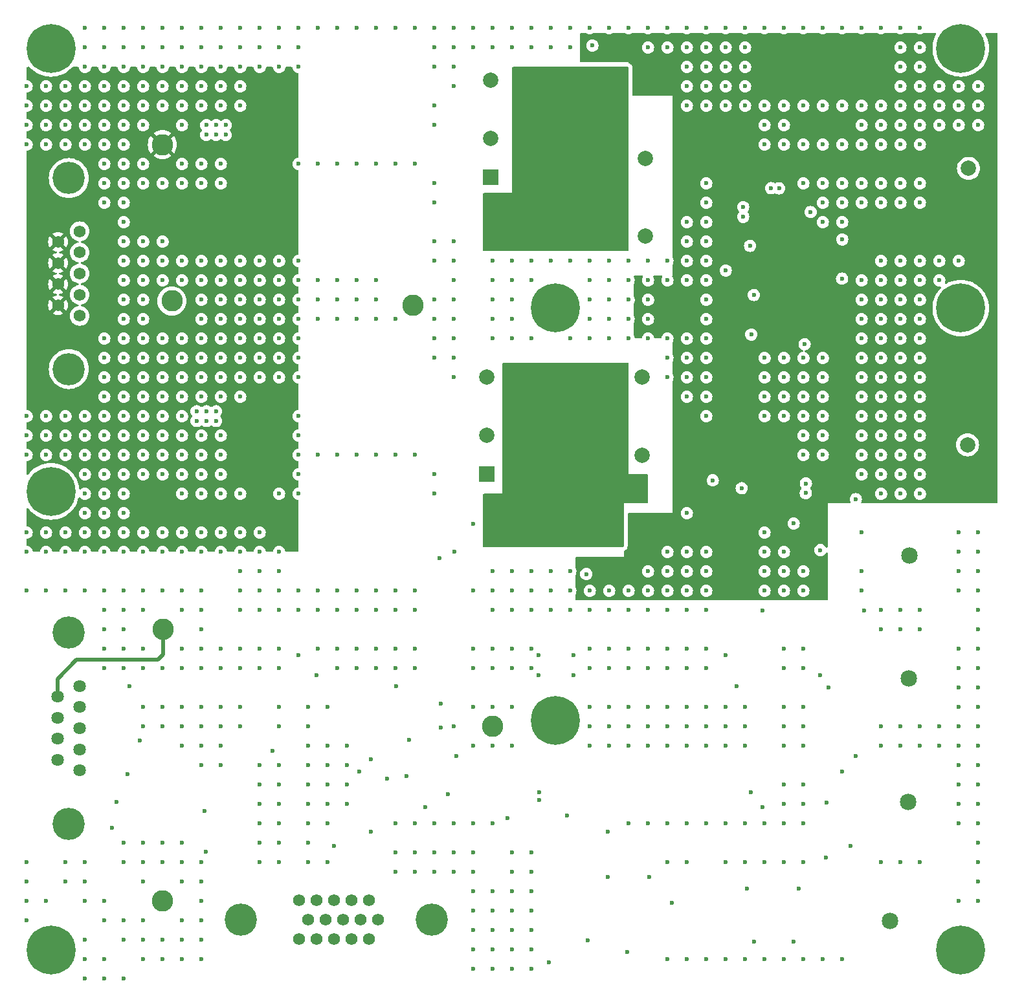
<source format=gbr>
%TF.GenerationSoftware,KiCad,Pcbnew,8.0.6*%
%TF.CreationDate,2025-05-16T10:58:21-04:00*%
%TF.ProjectId,3 - Charge_Pre-Amplifier,33202d20-4368-4617-9267-655f5072652d,rev?*%
%TF.SameCoordinates,Original*%
%TF.FileFunction,Copper,L3,Inr*%
%TF.FilePolarity,Positive*%
%FSLAX46Y46*%
G04 Gerber Fmt 4.6, Leading zero omitted, Abs format (unit mm)*
G04 Created by KiCad (PCBNEW 8.0.6) date 2025-05-16 10:58:21*
%MOMM*%
%LPD*%
G01*
G04 APERTURE LIST*
%TA.AperFunction,ComponentPad*%
%ADD10C,2.159000*%
%TD*%
%TA.AperFunction,ComponentPad*%
%ADD11R,2.000000X2.000000*%
%TD*%
%TA.AperFunction,ComponentPad*%
%ADD12C,2.000000*%
%TD*%
%TA.AperFunction,ComponentPad*%
%ADD13C,2.800000*%
%TD*%
%TA.AperFunction,ComponentPad*%
%ADD14C,1.560000*%
%TD*%
%TA.AperFunction,ComponentPad*%
%ADD15C,4.216000*%
%TD*%
%TA.AperFunction,ComponentPad*%
%ADD16C,2.006600*%
%TD*%
%TA.AperFunction,ComponentPad*%
%ADD17C,2.209800*%
%TD*%
%TA.AperFunction,ComponentPad*%
%ADD18C,6.400000*%
%TD*%
%TA.AperFunction,ComponentPad*%
%ADD19C,1.575000*%
%TD*%
%TA.AperFunction,ComponentPad*%
%ADD20C,1.635000*%
%TD*%
%TA.AperFunction,ViaPad*%
%ADD21C,0.600000*%
%TD*%
%TA.AperFunction,ViaPad*%
%ADD22C,1.500000*%
%TD*%
%TA.AperFunction,Conductor*%
%ADD23C,0.500000*%
%TD*%
G04 APERTURE END LIST*
D10*
%TO.N,Net-(M3-Pad3)*%
%TO.C,P4*%
X323780000Y-170190201D03*
%TD*%
%TO.N,Net-(P3-Pad1)*%
%TO.C,P3*%
X326120000Y-154650000D03*
%TD*%
%TO.N,Net-(P2-Pad1)*%
%TO.C,P2*%
X326220000Y-138470201D03*
%TD*%
%TO.N,Net-(M4-Pad3)*%
%TO.C,P1*%
X326300000Y-122390000D03*
%TD*%
D11*
%TO.N,/Main_Converter/V_POS*%
%TO.C,U4*%
X271000000Y-111750000D03*
D12*
%TO.N,/Main_Converter/V_RTN*%
X271000000Y-106650000D03*
%TO.N,/PM_5V_RTN*%
X291300000Y-119450000D03*
%TO.N,unconnected-(U4-TRIM-Pad4)*%
X291300000Y-109250000D03*
%TO.N,/M5V*%
X291300000Y-99050000D03*
%TO.N,/Enable_CKT/Enable*%
X271000000Y-99050000D03*
%TD*%
D13*
%TO.N,/PM_5V_TELEM_RTN*%
%TO.C,Telem_RTN1*%
X271750000Y-144770000D03*
%TD*%
D14*
%TO.N,/V_SEC_RTN*%
%TO.C,J1*%
X217755000Y-79935000D03*
X217755000Y-82705000D03*
%TO.N,unconnected-(J1-Pad3)*%
X217755000Y-85475000D03*
%TO.N,/V_SEC_RTN*%
X217755000Y-88245000D03*
X217755000Y-91015000D03*
%TO.N,/V_SEC_IN*%
X214915000Y-81320000D03*
X214915000Y-84090000D03*
X214915000Y-86860000D03*
X214915000Y-89630000D03*
D15*
%TO.N,GNDPWR*%
X216335000Y-72975000D03*
X216335000Y-97975000D03*
%TD*%
D13*
%TO.N,/M5_TELEM*%
%TO.C,-5V1*%
X228660000Y-132080000D03*
%TD*%
D16*
%TO.N,/M5V_OUT*%
%TO.C,J4*%
X333883000Y-107895000D03*
D17*
%TO.N,/PM_5V_RTN*%
X336423000Y-105355000D03*
X331343000Y-105355000D03*
X331343000Y-110435000D03*
X336423000Y-110435000D03*
%TD*%
D18*
%TO.N,GNDPWR*%
%TO.C,H3*%
X333000000Y-90000000D03*
%TD*%
D13*
%TO.N,/P5_TELEM*%
%TO.C,+5V1*%
X228540000Y-167640000D03*
%TD*%
D18*
%TO.N,GNDPWR*%
%TO.C,H1*%
X214000000Y-56000000D03*
%TD*%
%TO.N,GNDPWR*%
%TO.C,H2*%
X333000000Y-56000000D03*
%TD*%
D19*
%TO.N,/TEMP_MON*%
%TO.C,J3*%
X255606000Y-167510000D03*
%TO.N,/M5V_V_MON*%
X253316000Y-167510000D03*
%TO.N,/P5V_V_MON*%
X251026000Y-167510000D03*
%TO.N,/M5V_I_MON*%
X248736000Y-167510000D03*
%TO.N,/P5V_I_MON*%
X246446000Y-167510000D03*
%TO.N,/PM_5V_TELEM_RTN*%
X256751000Y-170050000D03*
X254461000Y-170050000D03*
X252171000Y-170050000D03*
X249881000Y-170050000D03*
X247591000Y-170050000D03*
%TO.N,unconnected-(J3-Pad11)*%
X255606000Y-172590000D03*
%TO.N,unconnected-(J3-Pad12)*%
X253316000Y-172590000D03*
%TO.N,unconnected-(J3-Pad13)*%
X251026000Y-172590000D03*
%TO.N,/Enable+*%
X248736000Y-172590000D03*
%TO.N,/Enable-*%
X246446000Y-172590000D03*
D15*
%TO.N,GNDPWR*%
X238785000Y-170050000D03*
X263775000Y-170050000D03*
%TD*%
D16*
%TO.N,/P5V_OUT*%
%TO.C,J5*%
X334010000Y-71705000D03*
D17*
%TO.N,/PM_5V_RTN*%
X336550000Y-69165000D03*
X331470000Y-69165000D03*
X331470000Y-74245000D03*
X336550000Y-74245000D03*
%TD*%
D13*
%TO.N,/Enable_CKT/Enable*%
%TO.C,V_{EN}1*%
X261320000Y-89620000D03*
%TD*%
D18*
%TO.N,GNDPWR*%
%TO.C,H8*%
X280000000Y-90000000D03*
%TD*%
D20*
%TO.N,/PM_5V_TELEM_RTN*%
%TO.C,J2*%
X217720000Y-150540000D03*
X217720000Y-147770000D03*
%TO.N,unconnected-(J2-Pad3)*%
X217720000Y-145000000D03*
%TO.N,/PM_5V_TELEM_RTN*%
X217720000Y-142230000D03*
X217720000Y-139460000D03*
%TO.N,/P5_TELEM*%
X214880000Y-149155000D03*
X214880000Y-146385000D03*
%TO.N,/M5_TELEM*%
X214880000Y-143615000D03*
X214880000Y-140845000D03*
D15*
%TO.N,GNDPWR*%
X216300000Y-132500000D03*
X216300000Y-157500000D03*
%TD*%
D13*
%TO.N,/V_SEC_IN*%
%TO.C,+12V1*%
X228570000Y-68590000D03*
%TD*%
D18*
%TO.N,GNDPWR*%
%TO.C,H5*%
X280000000Y-144000000D03*
%TD*%
D11*
%TO.N,/Main_Converter1/V_POS*%
%TO.C,U1*%
X271470000Y-72865000D03*
D12*
%TO.N,/Main_Converter1/V_RTN*%
X271470000Y-67765000D03*
%TO.N,/P5V*%
X291770000Y-80565000D03*
%TO.N,unconnected-(U1-TRIM-Pad4)*%
X291770000Y-70365000D03*
%TO.N,/PM_5V_RTN*%
X291770000Y-60165000D03*
%TO.N,/Enable_CKT/Enable*%
X271470000Y-60165000D03*
%TD*%
D13*
%TO.N,/V_SEC_RTN*%
%TO.C,+12V_RTN1*%
X229810000Y-89060000D03*
%TD*%
%TO.N,/PM_5V_RTN*%
%TO.C,+/-5V_{RTN}1*%
X296700000Y-90100000D03*
%TD*%
D18*
%TO.N,GNDPWR*%
%TO.C,H7*%
X333000000Y-174000000D03*
%TD*%
%TO.N,GNDPWR*%
%TO.C,H4*%
X214000000Y-114000000D03*
%TD*%
%TO.N,GNDPWR*%
%TO.C,H9*%
X214000000Y-174000000D03*
%TD*%
D21*
%TO.N,/PM_5V_RTN*%
X289520000Y-55620000D03*
X289080000Y-124820000D03*
X319440000Y-81020000D03*
D22*
%TO.N,GNDPWR*%
X284480000Y-74930000D03*
X279400000Y-111760000D03*
X287020000Y-111760000D03*
X276860000Y-116840000D03*
X284480000Y-111760000D03*
X279400000Y-104140000D03*
X279400000Y-72390000D03*
X281940000Y-111760000D03*
X284480000Y-119380000D03*
X279400000Y-62230000D03*
X274320000Y-114300000D03*
X281940000Y-101600000D03*
X279400000Y-77470000D03*
X274320000Y-106680000D03*
X274320000Y-80010000D03*
X284480000Y-106680000D03*
X276860000Y-106680000D03*
X276860000Y-64770000D03*
X276860000Y-77470000D03*
X281940000Y-59690000D03*
X287020000Y-114300000D03*
X284480000Y-116840000D03*
X284480000Y-109220000D03*
X279400000Y-69850000D03*
X281940000Y-104140000D03*
X284480000Y-77470000D03*
X276860000Y-104140000D03*
X276860000Y-114300000D03*
X276860000Y-59690000D03*
X287020000Y-74930000D03*
X284480000Y-69850000D03*
X276860000Y-101600000D03*
X279400000Y-114300000D03*
X281940000Y-80010000D03*
X284480000Y-80010000D03*
X276860000Y-69850000D03*
X274320000Y-77470000D03*
X287020000Y-104140000D03*
X276860000Y-62230000D03*
X274320000Y-116840000D03*
X274320000Y-109220000D03*
X281940000Y-64770000D03*
X287020000Y-106680000D03*
X287020000Y-80010000D03*
X284480000Y-99060000D03*
X279400000Y-101600000D03*
X279400000Y-106680000D03*
X287020000Y-69850000D03*
X287020000Y-119380000D03*
X284480000Y-101600000D03*
X281940000Y-114300000D03*
X281940000Y-116840000D03*
X279400000Y-59690000D03*
X279400000Y-80010000D03*
X284480000Y-62230000D03*
X276860000Y-72390000D03*
X287020000Y-116840000D03*
X276860000Y-80010000D03*
X274320000Y-104140000D03*
X287020000Y-99060000D03*
X274320000Y-99060000D03*
X281940000Y-109220000D03*
X287020000Y-64770000D03*
X281940000Y-62230000D03*
X274320000Y-101600000D03*
X279400000Y-99060000D03*
X279400000Y-116840000D03*
D21*
X284010000Y-124810000D03*
D22*
X290195000Y-113665000D03*
X287020000Y-62230000D03*
X279400000Y-67310000D03*
X271780000Y-119380000D03*
X281940000Y-67310000D03*
X287020000Y-67310000D03*
X287020000Y-109220000D03*
X284480000Y-59690000D03*
X281940000Y-119380000D03*
X281940000Y-74930000D03*
X276860000Y-74930000D03*
D21*
X284810000Y-55620000D03*
D22*
X279400000Y-109220000D03*
X281940000Y-77470000D03*
X279400000Y-64770000D03*
X281940000Y-69850000D03*
X284480000Y-64770000D03*
X281940000Y-99060000D03*
X281940000Y-72390000D03*
X271780000Y-116840000D03*
X287020000Y-72390000D03*
X284480000Y-72390000D03*
X276860000Y-67310000D03*
X276860000Y-99060000D03*
X276860000Y-119380000D03*
X271780000Y-80010000D03*
X284480000Y-114300000D03*
X281940000Y-106680000D03*
X274320000Y-119380000D03*
X279400000Y-74930000D03*
X279400000Y-119380000D03*
X284480000Y-67310000D03*
X287020000Y-101600000D03*
X287020000Y-77470000D03*
X284480000Y-104140000D03*
X276860000Y-109220000D03*
X276860000Y-111760000D03*
X271780000Y-77470000D03*
X274320000Y-111760000D03*
X287020000Y-59690000D03*
D21*
%TO.N,/V_SEC_RTN*%
X276860000Y-93980000D03*
X320040000Y-63500000D03*
X299720000Y-81280000D03*
X269240000Y-127000000D03*
X297180000Y-53340000D03*
X233680000Y-60960000D03*
X236220000Y-60960000D03*
X220980000Y-93980000D03*
X246380000Y-86360000D03*
X236220000Y-119380000D03*
X223520000Y-60960000D03*
X226060000Y-119380000D03*
X302260000Y-53340000D03*
X284480000Y-83820000D03*
X238760000Y-127000000D03*
X327660000Y-55880000D03*
X238760000Y-91440000D03*
X233045000Y-103505000D03*
X233680000Y-53340000D03*
X236220000Y-101600000D03*
X314960000Y-53340000D03*
X213360000Y-121920000D03*
X325120000Y-111760000D03*
X235585000Y-67310000D03*
X231140000Y-93980000D03*
X325120000Y-101600000D03*
X213360000Y-104140000D03*
X261620000Y-127000000D03*
X317500000Y-63500000D03*
X241300000Y-53340000D03*
X287020000Y-53340000D03*
X281940000Y-129540000D03*
X218440000Y-104140000D03*
X307340000Y-121920000D03*
X215900000Y-63500000D03*
X325120000Y-88900000D03*
X215900000Y-109220000D03*
X248920000Y-53340000D03*
X226060000Y-55880000D03*
X226060000Y-60960000D03*
X309880000Y-101600000D03*
X236220000Y-86360000D03*
X264160000Y-91440000D03*
X332740000Y-60960000D03*
X314960000Y-109220000D03*
X223520000Y-83820000D03*
X241300000Y-99060000D03*
X299720000Y-93980000D03*
X220980000Y-68580000D03*
X325120000Y-93980000D03*
X320040000Y-106680000D03*
X220980000Y-111760000D03*
X327660000Y-99060000D03*
X233680000Y-83820000D03*
X228600000Y-60960000D03*
X297180000Y-60960000D03*
X243840000Y-53340000D03*
X297180000Y-101600000D03*
X241300000Y-127000000D03*
X210820000Y-60960000D03*
X271780000Y-55880000D03*
X289560000Y-127000000D03*
X309880000Y-121920000D03*
X210820000Y-66040000D03*
X294640000Y-83820000D03*
X284480000Y-129540000D03*
X223520000Y-104140000D03*
X327660000Y-111760000D03*
X236220000Y-109220000D03*
X256540000Y-53340000D03*
X325120000Y-99060000D03*
X312420000Y-68580000D03*
X238760000Y-60960000D03*
X226060000Y-83820000D03*
X299720000Y-86360000D03*
X220980000Y-71120000D03*
X294640000Y-55880000D03*
X231140000Y-71120000D03*
X309880000Y-127000000D03*
X325120000Y-109220000D03*
X220980000Y-66040000D03*
X299720000Y-76200000D03*
X320040000Y-101600000D03*
X213360000Y-119380000D03*
X231140000Y-86360000D03*
X236220000Y-63500000D03*
X294640000Y-127000000D03*
X325120000Y-63500000D03*
X231140000Y-104140000D03*
X266700000Y-60960000D03*
X231140000Y-119380000D03*
X231140000Y-101600000D03*
X223520000Y-73660000D03*
X223520000Y-93980000D03*
X320040000Y-99060000D03*
X236220000Y-88900000D03*
X289560000Y-83820000D03*
X226060000Y-109220000D03*
X309880000Y-53340000D03*
X274320000Y-83820000D03*
X234315000Y-103505000D03*
X327660000Y-104140000D03*
X279400000Y-127000000D03*
X241300000Y-55880000D03*
X292100000Y-88900000D03*
X281940000Y-124460000D03*
X223520000Y-109220000D03*
X228600000Y-86360000D03*
X264160000Y-96520000D03*
X241300000Y-88900000D03*
X236220000Y-73660000D03*
X312420000Y-63500000D03*
X256540000Y-129540000D03*
X231140000Y-53340000D03*
X325120000Y-86360000D03*
X292100000Y-55880000D03*
X223520000Y-63500000D03*
X231140000Y-58420000D03*
X271780000Y-83820000D03*
X325120000Y-55880000D03*
X235585000Y-66040000D03*
X281940000Y-127000000D03*
X322580000Y-111760000D03*
X226060000Y-86360000D03*
X264160000Y-111760000D03*
X327660000Y-109220000D03*
X215900000Y-121920000D03*
X274320000Y-127000000D03*
X220980000Y-101600000D03*
X231140000Y-83820000D03*
X259080000Y-109220000D03*
X251460000Y-129540000D03*
X320040000Y-93980000D03*
X215900000Y-106680000D03*
X238760000Y-86360000D03*
X220980000Y-109220000D03*
X271780000Y-129540000D03*
X251460000Y-127000000D03*
X226060000Y-73660000D03*
X228600000Y-55880000D03*
X320040000Y-68580000D03*
X299720000Y-124460000D03*
X228600000Y-96520000D03*
X309880000Y-96520000D03*
X297180000Y-116840000D03*
X218440000Y-109220000D03*
X220980000Y-116840000D03*
X213360000Y-66040000D03*
X220980000Y-119380000D03*
X307340000Y-104140000D03*
X248920000Y-88900000D03*
X220980000Y-73660000D03*
X292100000Y-93980000D03*
X236220000Y-58420000D03*
X309880000Y-104140000D03*
X276860000Y-86360000D03*
X228600000Y-99060000D03*
X299720000Y-53340000D03*
X304800000Y-53340000D03*
X228600000Y-106680000D03*
X284480000Y-91440000D03*
X238760000Y-129540000D03*
X233680000Y-109220000D03*
X223520000Y-53340000D03*
X294640000Y-124460000D03*
X297180000Y-96520000D03*
X322580000Y-63500000D03*
X243840000Y-96520000D03*
X312420000Y-127000000D03*
X297180000Y-127000000D03*
X223520000Y-88900000D03*
X314960000Y-104140000D03*
X264160000Y-58420000D03*
X233680000Y-96520000D03*
X243840000Y-83820000D03*
X292100000Y-124460000D03*
X223520000Y-81280000D03*
X320040000Y-76200000D03*
X226060000Y-91440000D03*
X238760000Y-58420000D03*
X210820000Y-106680000D03*
X287020000Y-91440000D03*
X236220000Y-71120000D03*
X279400000Y-129540000D03*
X241300000Y-121920000D03*
X274320000Y-93980000D03*
X327660000Y-93980000D03*
X226060000Y-99060000D03*
X238760000Y-99060000D03*
X299720000Y-127000000D03*
X246380000Y-96520000D03*
X307340000Y-101600000D03*
X289560000Y-129540000D03*
X269240000Y-53340000D03*
X233680000Y-101600000D03*
X312420000Y-101600000D03*
X322580000Y-104140000D03*
X292100000Y-127000000D03*
X236220000Y-99060000D03*
X246380000Y-58420000D03*
X215900000Y-60960000D03*
X246380000Y-111760000D03*
X292100000Y-83820000D03*
X248920000Y-109220000D03*
X231140000Y-99060000D03*
X243840000Y-58420000D03*
X223520000Y-58420000D03*
X228600000Y-119380000D03*
X332740000Y-63500000D03*
X213360000Y-109220000D03*
X243840000Y-127000000D03*
X264160000Y-55880000D03*
X246380000Y-127000000D03*
X231140000Y-114300000D03*
X228600000Y-53340000D03*
X325120000Y-68580000D03*
X231140000Y-73660000D03*
X325120000Y-53340000D03*
X218440000Y-53340000D03*
X307340000Y-124460000D03*
X327660000Y-66040000D03*
X294640000Y-93980000D03*
X299720000Y-121920000D03*
X210820000Y-119380000D03*
X281940000Y-83820000D03*
X236220000Y-96520000D03*
X322580000Y-99060000D03*
X241300000Y-129540000D03*
X236220000Y-53340000D03*
X302260000Y-55880000D03*
X304800000Y-63500000D03*
X243840000Y-55880000D03*
X279400000Y-55880000D03*
X274320000Y-53340000D03*
X256540000Y-86360000D03*
X246380000Y-71120000D03*
X238760000Y-53340000D03*
X238760000Y-83820000D03*
X261620000Y-53340000D03*
X264160000Y-53340000D03*
X218440000Y-111760000D03*
X287020000Y-88900000D03*
X294640000Y-96520000D03*
X220980000Y-60960000D03*
X266700000Y-88900000D03*
X281940000Y-55880000D03*
X259080000Y-129540000D03*
X276860000Y-127000000D03*
X264160000Y-114300000D03*
X251460000Y-109220000D03*
X330200000Y-63500000D03*
X264160000Y-66040000D03*
X220980000Y-114300000D03*
X284480000Y-93980000D03*
X246380000Y-109220000D03*
X335280000Y-60960000D03*
X317500000Y-78740000D03*
X220980000Y-121920000D03*
X325120000Y-73660000D03*
X307340000Y-63500000D03*
X276860000Y-124460000D03*
X297180000Y-124460000D03*
X233680000Y-71120000D03*
X256540000Y-109220000D03*
X226060000Y-96520000D03*
X248920000Y-127000000D03*
X243840000Y-86360000D03*
X261620000Y-109220000D03*
X320040000Y-111760000D03*
X327660000Y-88900000D03*
X254000000Y-71120000D03*
X254000000Y-53340000D03*
X218440000Y-121920000D03*
X309880000Y-63500000D03*
X309880000Y-68580000D03*
X274320000Y-129540000D03*
X254000000Y-91440000D03*
X332740000Y-66040000D03*
X218440000Y-58420000D03*
X226060000Y-101600000D03*
X235585000Y-103505000D03*
X325120000Y-83820000D03*
X266700000Y-99060000D03*
X312420000Y-106680000D03*
X314960000Y-78740000D03*
X266700000Y-86360000D03*
X307340000Y-96520000D03*
X246380000Y-99060000D03*
X271780000Y-127000000D03*
X320040000Y-104140000D03*
X215900000Y-68580000D03*
X314960000Y-68580000D03*
X307340000Y-119380000D03*
X223520000Y-66040000D03*
X210820000Y-63500000D03*
X312420000Y-99060000D03*
X231140000Y-66040000D03*
X243840000Y-91440000D03*
X264160000Y-93980000D03*
X243840000Y-124460000D03*
X246380000Y-104140000D03*
X236855000Y-66040000D03*
X223520000Y-71120000D03*
X297180000Y-83820000D03*
X223520000Y-111760000D03*
X322580000Y-68580000D03*
X220980000Y-106680000D03*
X236220000Y-106680000D03*
X292100000Y-91440000D03*
X287020000Y-129540000D03*
X322580000Y-88900000D03*
X325120000Y-96520000D03*
X215900000Y-66040000D03*
X243840000Y-129540000D03*
X234315000Y-104775000D03*
X317500000Y-73660000D03*
X332740000Y-83820000D03*
X228600000Y-93980000D03*
X233680000Y-111760000D03*
X266700000Y-91440000D03*
X226060000Y-58420000D03*
X231140000Y-96520000D03*
X254000000Y-129540000D03*
X271780000Y-86360000D03*
X246380000Y-129540000D03*
X251460000Y-71120000D03*
X259080000Y-71120000D03*
X294640000Y-129540000D03*
X299720000Y-96520000D03*
X246380000Y-53340000D03*
X223520000Y-55880000D03*
X307340000Y-127000000D03*
X254000000Y-109220000D03*
X256540000Y-71120000D03*
X241300000Y-119380000D03*
X231140000Y-109220000D03*
X264160000Y-76200000D03*
X327660000Y-86360000D03*
X241300000Y-83820000D03*
X228600000Y-104140000D03*
X233680000Y-88900000D03*
X246380000Y-83820000D03*
X314960000Y-63500000D03*
X226060000Y-121920000D03*
X220980000Y-55880000D03*
X322580000Y-73660000D03*
X218440000Y-106680000D03*
X243840000Y-99060000D03*
X266700000Y-58420000D03*
X241300000Y-96520000D03*
X231140000Y-106680000D03*
X274320000Y-91440000D03*
X320040000Y-66040000D03*
X327660000Y-83820000D03*
X246380000Y-93980000D03*
X228600000Y-111760000D03*
X220980000Y-99060000D03*
X264160000Y-88900000D03*
X299720000Y-101600000D03*
X233680000Y-106680000D03*
X256540000Y-127000000D03*
X312420000Y-104140000D03*
X299720000Y-91440000D03*
X228600000Y-58420000D03*
X327660000Y-96520000D03*
X238760000Y-124460000D03*
X304800000Y-58420000D03*
X314960000Y-106680000D03*
X233680000Y-121920000D03*
X322580000Y-66040000D03*
X264160000Y-81280000D03*
X233680000Y-58420000D03*
X271780000Y-91440000D03*
X213360000Y-60960000D03*
X314960000Y-99060000D03*
X238760000Y-93980000D03*
X312420000Y-109220000D03*
X231140000Y-63500000D03*
X236220000Y-121920000D03*
X254000000Y-127000000D03*
X236220000Y-93980000D03*
X220980000Y-96520000D03*
X220980000Y-104140000D03*
X276860000Y-53340000D03*
X327660000Y-106680000D03*
X236220000Y-114300000D03*
X299720000Y-55880000D03*
X279400000Y-53340000D03*
X317500000Y-68580000D03*
X322580000Y-96520000D03*
X243840000Y-114300000D03*
X246380000Y-114300000D03*
X320040000Y-86360000D03*
X314960000Y-96520000D03*
X330200000Y-60960000D03*
X259080000Y-127000000D03*
X297180000Y-63500000D03*
X299720000Y-83820000D03*
X297180000Y-93980000D03*
X223520000Y-119380000D03*
X220980000Y-63500000D03*
X228600000Y-121920000D03*
X226060000Y-66040000D03*
X264160000Y-73660000D03*
X294640000Y-86360000D03*
X327660000Y-76200000D03*
X210820000Y-104140000D03*
X327660000Y-58420000D03*
X307340000Y-99060000D03*
X327660000Y-73660000D03*
X335280000Y-63500000D03*
X223520000Y-101600000D03*
X251460000Y-86360000D03*
X228600000Y-81280000D03*
X238760000Y-88900000D03*
X223520000Y-68580000D03*
X276860000Y-83820000D03*
X251460000Y-53340000D03*
X314960000Y-76200000D03*
X327660000Y-114300000D03*
X233680000Y-91440000D03*
X279400000Y-124460000D03*
X322580000Y-106680000D03*
X294640000Y-121920000D03*
X233680000Y-63500000D03*
X243840000Y-88900000D03*
X241300000Y-124460000D03*
X233680000Y-73660000D03*
X309880000Y-99060000D03*
X226060000Y-81280000D03*
X287020000Y-86360000D03*
X266700000Y-83820000D03*
X287020000Y-83820000D03*
X325120000Y-91440000D03*
X299720000Y-63500000D03*
X236220000Y-91440000D03*
X223520000Y-76200000D03*
X299720000Y-129540000D03*
X292100000Y-129540000D03*
X327660000Y-63500000D03*
X322580000Y-86360000D03*
X231140000Y-55880000D03*
X231140000Y-60960000D03*
X223520000Y-86360000D03*
X327660000Y-53340000D03*
X276860000Y-129540000D03*
X307340000Y-68580000D03*
X284480000Y-127000000D03*
X243840000Y-121920000D03*
X322580000Y-91440000D03*
X327660000Y-60960000D03*
X299720000Y-104140000D03*
X307340000Y-66040000D03*
X274320000Y-86360000D03*
X213360000Y-106680000D03*
X251460000Y-91440000D03*
X254000000Y-86360000D03*
X238760000Y-114300000D03*
X223520000Y-121920000D03*
X302260000Y-58420000D03*
X233045000Y-104775000D03*
X233680000Y-86360000D03*
X325120000Y-66040000D03*
X322580000Y-53340000D03*
X233680000Y-93980000D03*
X218440000Y-116840000D03*
X320040000Y-96520000D03*
X327660000Y-91440000D03*
X309880000Y-124460000D03*
X299720000Y-58420000D03*
X218440000Y-60960000D03*
X218440000Y-114300000D03*
X302260000Y-63500000D03*
X289560000Y-53340000D03*
X330200000Y-66040000D03*
X228600000Y-63500000D03*
X226060000Y-111760000D03*
X223520000Y-78740000D03*
X246380000Y-91440000D03*
X215900000Y-104140000D03*
X325120000Y-60960000D03*
X246380000Y-55880000D03*
X226060000Y-53340000D03*
X299720000Y-60960000D03*
X233680000Y-114300000D03*
X226060000Y-104140000D03*
X304800000Y-60960000D03*
X231140000Y-121920000D03*
X236220000Y-55880000D03*
X238760000Y-55880000D03*
X325120000Y-106680000D03*
X299720000Y-73660000D03*
X223520000Y-91440000D03*
X320040000Y-109220000D03*
X238760000Y-96520000D03*
X248920000Y-91440000D03*
X241300000Y-93980000D03*
X297180000Y-55880000D03*
X312420000Y-53340000D03*
X236220000Y-111760000D03*
X210820000Y-109220000D03*
X228600000Y-73660000D03*
X312420000Y-124460000D03*
X314960000Y-73660000D03*
X330200000Y-83820000D03*
X210820000Y-121920000D03*
X302260000Y-60960000D03*
X289560000Y-93980000D03*
X238760000Y-119380000D03*
X243840000Y-93980000D03*
X259080000Y-91440000D03*
X220980000Y-53340000D03*
X325120000Y-114300000D03*
X220980000Y-58420000D03*
X228600000Y-83820000D03*
X223520000Y-114300000D03*
X312420000Y-73660000D03*
X322580000Y-109220000D03*
X297180000Y-78740000D03*
X218440000Y-68580000D03*
X266700000Y-81280000D03*
X327660000Y-68580000D03*
X284480000Y-53340000D03*
X304800000Y-55880000D03*
X228600000Y-101600000D03*
X256540000Y-91440000D03*
X317500000Y-53340000D03*
X220980000Y-76200000D03*
X236220000Y-83820000D03*
X241300000Y-91440000D03*
X234315000Y-67310000D03*
X238760000Y-63500000D03*
X226060000Y-93980000D03*
X287020000Y-93980000D03*
X256540000Y-88900000D03*
X254000000Y-88900000D03*
X325120000Y-76200000D03*
X246380000Y-88900000D03*
X226060000Y-88900000D03*
X299720000Y-88900000D03*
X226060000Y-106680000D03*
X320040000Y-53340000D03*
X226060000Y-71120000D03*
X322580000Y-101600000D03*
X223520000Y-106680000D03*
X281940000Y-53340000D03*
X322580000Y-76200000D03*
X248920000Y-86360000D03*
X320040000Y-88900000D03*
X266700000Y-96520000D03*
X307340000Y-53340000D03*
X231140000Y-111760000D03*
X322580000Y-83820000D03*
X269240000Y-55880000D03*
X320040000Y-91440000D03*
X228600000Y-109220000D03*
X299720000Y-78740000D03*
X218440000Y-66040000D03*
X325120000Y-58420000D03*
X261620000Y-71120000D03*
X294640000Y-53340000D03*
X223520000Y-116840000D03*
X238760000Y-101600000D03*
X246380000Y-106680000D03*
X309880000Y-66040000D03*
X292100000Y-53340000D03*
X294640000Y-99060000D03*
X335280000Y-66040000D03*
X297180000Y-81280000D03*
X226060000Y-63500000D03*
X261620000Y-129540000D03*
X264160000Y-63500000D03*
X320040000Y-73660000D03*
X271780000Y-124460000D03*
X236855000Y-67310000D03*
X274320000Y-55880000D03*
X289560000Y-88900000D03*
X218440000Y-63500000D03*
X264160000Y-83820000D03*
X271780000Y-93980000D03*
X223520000Y-99060000D03*
X276860000Y-55880000D03*
X251460000Y-88900000D03*
X259080000Y-53340000D03*
X234315000Y-66040000D03*
X266700000Y-93980000D03*
X287020000Y-127000000D03*
X274320000Y-88900000D03*
X248920000Y-129540000D03*
X233680000Y-99060000D03*
X330200000Y-86360000D03*
X210820000Y-68580000D03*
X218440000Y-119380000D03*
X279400000Y-83820000D03*
X266700000Y-53340000D03*
X297180000Y-86360000D03*
X289560000Y-91440000D03*
X289560000Y-86360000D03*
X213360000Y-63500000D03*
X241300000Y-58420000D03*
X238760000Y-121920000D03*
X299720000Y-99060000D03*
X314960000Y-101600000D03*
X325120000Y-104140000D03*
X274320000Y-124460000D03*
X297180000Y-121920000D03*
X218440000Y-55880000D03*
X213360000Y-68580000D03*
X317500000Y-76200000D03*
X284480000Y-88900000D03*
X233680000Y-119380000D03*
X297180000Y-58420000D03*
X266700000Y-55880000D03*
X312420000Y-96520000D03*
X327660000Y-101600000D03*
X322580000Y-93980000D03*
X284480000Y-86360000D03*
X241300000Y-86360000D03*
X235585000Y-104775000D03*
X215900000Y-119380000D03*
X292100000Y-86360000D03*
X223520000Y-96520000D03*
X271780000Y-88900000D03*
X322580000Y-114300000D03*
X271780000Y-53340000D03*
X297180000Y-129540000D03*
X281940000Y-93980000D03*
X233680000Y-55880000D03*
X297180000Y-99060000D03*
X248920000Y-71120000D03*
%TO.N,/P5V*%
X308175000Y-74295000D03*
%TO.N,/P5_TELEM*%
X259150000Y-139510000D03*
X305997500Y-172920000D03*
X315430000Y-154700000D03*
X223970000Y-151017500D03*
X305936200Y-88275000D03*
X224270000Y-139530000D03*
X315720000Y-139630000D03*
X303720000Y-139470000D03*
%TO.N,/M5V*%
X300560000Y-112540000D03*
%TO.N,/PM_5V_TELEM_RTN*%
X269240000Y-168910000D03*
X264160000Y-163830000D03*
X220980000Y-129540000D03*
X247650000Y-157480000D03*
X299720000Y-142240000D03*
X261620000Y-163830000D03*
X233680000Y-175260000D03*
X231140000Y-170180000D03*
X297180000Y-157480000D03*
X330200000Y-147320000D03*
X312420000Y-162560000D03*
X297180000Y-162560000D03*
X314960000Y-175260000D03*
X265940000Y-153650000D03*
X247650000Y-152400000D03*
X274320000Y-161290000D03*
X332740000Y-149860000D03*
X233680000Y-134620000D03*
X231140000Y-134620000D03*
X297180000Y-144780000D03*
X276860000Y-137160000D03*
X231140000Y-147320000D03*
X274320000Y-147320000D03*
X223520000Y-177800000D03*
X228600000Y-172720000D03*
X299720000Y-147320000D03*
X247650000Y-142240000D03*
X252730000Y-152400000D03*
X335280000Y-129540000D03*
X307340000Y-175260000D03*
X335280000Y-162560000D03*
X297180000Y-147320000D03*
X335280000Y-119380000D03*
X213360000Y-127000000D03*
X233680000Y-142240000D03*
X304800000Y-162560000D03*
X238760000Y-134620000D03*
X215900000Y-162560000D03*
X322580000Y-132080000D03*
X250190000Y-162560000D03*
X271780000Y-137160000D03*
X250190000Y-142240000D03*
X302260000Y-144780000D03*
X274320000Y-166370000D03*
X231140000Y-175260000D03*
X335280000Y-157480000D03*
X320040000Y-127000000D03*
X309880000Y-152400000D03*
X327660000Y-144780000D03*
X304800000Y-175260000D03*
X247650000Y-147320000D03*
X302260000Y-147320000D03*
X279110000Y-175649800D03*
X269240000Y-176530000D03*
X335280000Y-165100000D03*
X252730000Y-154940000D03*
X309880000Y-157480000D03*
X271780000Y-171450000D03*
X220980000Y-134620000D03*
X284480000Y-147320000D03*
X312420000Y-134620000D03*
X236220000Y-149860000D03*
X332740000Y-121920000D03*
X236220000Y-134620000D03*
X325120000Y-144780000D03*
X299720000Y-137160000D03*
X302260000Y-157480000D03*
X312420000Y-137160000D03*
X218440000Y-172720000D03*
X231140000Y-142240000D03*
X261620000Y-157480000D03*
X271780000Y-166370000D03*
X269240000Y-147320000D03*
X236220000Y-144780000D03*
X332740000Y-119380000D03*
X238760000Y-144780000D03*
X294640000Y-157480000D03*
X231140000Y-137160000D03*
X269240000Y-157480000D03*
X277890000Y-154410000D03*
X228600000Y-127000000D03*
X226060000Y-175260000D03*
X236220000Y-147320000D03*
X332740000Y-139700000D03*
X264160000Y-157480000D03*
X221970000Y-158010000D03*
X266700000Y-161290000D03*
X269240000Y-161290000D03*
X315380000Y-161940000D03*
X335280000Y-142240000D03*
X335280000Y-127000000D03*
X241300000Y-162560000D03*
X247650000Y-144780000D03*
X299720000Y-134620000D03*
X228600000Y-160020000D03*
X269240000Y-137160000D03*
X226060000Y-144780000D03*
X257960000Y-151610000D03*
X261620000Y-134620000D03*
X335280000Y-149860000D03*
X335280000Y-124460000D03*
X218440000Y-127000000D03*
X312420000Y-157480000D03*
X281510000Y-156450000D03*
X256540000Y-134620000D03*
X243840000Y-142240000D03*
X226060000Y-165100000D03*
X247650000Y-162560000D03*
X276860000Y-166370000D03*
X312420000Y-147320000D03*
X274320000Y-173990000D03*
X287020000Y-147320000D03*
X332740000Y-167640000D03*
X294640000Y-142240000D03*
X332740000Y-137160000D03*
X241300000Y-137160000D03*
X243840000Y-152400000D03*
X327660000Y-132080000D03*
X297180000Y-137160000D03*
X274320000Y-142240000D03*
X256540000Y-137160000D03*
X266700000Y-144780000D03*
X233680000Y-172720000D03*
X251460000Y-134620000D03*
X231140000Y-160020000D03*
X304800000Y-142240000D03*
X327660000Y-147320000D03*
X218440000Y-162560000D03*
X309880000Y-175260000D03*
X271780000Y-134620000D03*
X305445000Y-81840000D03*
X320390000Y-129570000D03*
X325120000Y-132080000D03*
X215900000Y-127000000D03*
X327660000Y-129540000D03*
X332740000Y-134620000D03*
X250190000Y-154940000D03*
X233680000Y-132080000D03*
X289560000Y-144780000D03*
X274320000Y-137160000D03*
X234070000Y-155860000D03*
X302260000Y-175260000D03*
X250190000Y-152400000D03*
X289560000Y-137160000D03*
X271780000Y-147320000D03*
X274320000Y-176530000D03*
X294640000Y-144780000D03*
X289560000Y-147320000D03*
X322580000Y-162560000D03*
X234220000Y-161135000D03*
X322580000Y-144780000D03*
X220980000Y-132080000D03*
X231140000Y-127000000D03*
X250190000Y-147320000D03*
X297180000Y-142240000D03*
X271780000Y-176530000D03*
X243840000Y-134620000D03*
X220980000Y-167640000D03*
X292257500Y-164469800D03*
X311127500Y-172920000D03*
X223520000Y-129540000D03*
X243840000Y-137160000D03*
X332740000Y-127000000D03*
X312420000Y-144780000D03*
X276860000Y-163830000D03*
X335280000Y-134620000D03*
X335280000Y-167640000D03*
X311817500Y-165960000D03*
X233680000Y-144780000D03*
X292100000Y-157480000D03*
X254000000Y-134620000D03*
X269240000Y-173990000D03*
X335280000Y-147320000D03*
X335280000Y-152400000D03*
X266700000Y-157480000D03*
X312745000Y-112955000D03*
X220980000Y-177800000D03*
X287020000Y-142240000D03*
X241300000Y-154940000D03*
X320040000Y-119380000D03*
X226060000Y-129540000D03*
X327660000Y-162560000D03*
X261620000Y-161290000D03*
X289560000Y-157480000D03*
X269240000Y-166370000D03*
X250190000Y-157480000D03*
X220980000Y-175260000D03*
X241300000Y-149860000D03*
X236220000Y-137160000D03*
X233680000Y-167640000D03*
X241300000Y-134620000D03*
X332740000Y-154940000D03*
X287020000Y-137160000D03*
X223520000Y-170180000D03*
X289377500Y-174329800D03*
X223520000Y-162560000D03*
X294640000Y-162560000D03*
X312420000Y-142240000D03*
X276860000Y-134620000D03*
X243840000Y-160020000D03*
X226060000Y-172720000D03*
X332740000Y-144780000D03*
X261620000Y-137160000D03*
X228600000Y-175260000D03*
X247650000Y-149860000D03*
X210820000Y-167640000D03*
X287020000Y-144780000D03*
X325120000Y-129540000D03*
X218440000Y-167640000D03*
X236220000Y-142240000D03*
X233680000Y-127000000D03*
X322580000Y-147320000D03*
X233680000Y-170180000D03*
X254000000Y-137160000D03*
X332740000Y-157480000D03*
X294640000Y-134620000D03*
X238760000Y-137160000D03*
X241300000Y-157480000D03*
X250190000Y-149860000D03*
X247650000Y-154940000D03*
X243840000Y-162560000D03*
X274320000Y-163830000D03*
X226060000Y-170180000D03*
X220980000Y-137160000D03*
X276860000Y-173990000D03*
X292100000Y-142240000D03*
X215900000Y-165100000D03*
X220980000Y-170180000D03*
X297180000Y-134620000D03*
X223520000Y-127000000D03*
X287020000Y-134620000D03*
X284480000Y-134620000D03*
X265010000Y-141820000D03*
X276860000Y-168910000D03*
X292100000Y-134620000D03*
X225610000Y-146590000D03*
X332740000Y-152400000D03*
X289560000Y-142240000D03*
X297180000Y-175260000D03*
X243840000Y-149860000D03*
X210820000Y-127000000D03*
X312420000Y-152400000D03*
X335280000Y-139700000D03*
X289560000Y-134620000D03*
X332740000Y-124460000D03*
X325120000Y-162560000D03*
X309880000Y-147320000D03*
X313365000Y-77415000D03*
X269240000Y-171450000D03*
X252730000Y-147320000D03*
X223520000Y-160020000D03*
X259080000Y-161290000D03*
X292100000Y-147320000D03*
X210820000Y-170180000D03*
X231140000Y-144780000D03*
X292100000Y-144780000D03*
X213360000Y-167640000D03*
X332740000Y-147320000D03*
X243840000Y-154940000D03*
X233680000Y-137160000D03*
X242990000Y-147930000D03*
X243840000Y-144780000D03*
X241300000Y-152400000D03*
X312420000Y-154940000D03*
X218440000Y-165100000D03*
X330200000Y-144780000D03*
X309880000Y-162560000D03*
X284480000Y-144780000D03*
X271780000Y-173990000D03*
X271780000Y-168910000D03*
X335280000Y-121920000D03*
X233680000Y-147320000D03*
X210820000Y-165100000D03*
X259080000Y-134620000D03*
X222530000Y-154690000D03*
X264160000Y-161290000D03*
X320040000Y-124460000D03*
X294640000Y-137160000D03*
X292100000Y-137160000D03*
X325120000Y-147320000D03*
X302260000Y-162560000D03*
X335280000Y-137160000D03*
X304350000Y-113580000D03*
X269240000Y-163830000D03*
X274320000Y-134620000D03*
X231140000Y-129540000D03*
X228600000Y-162560000D03*
X251460000Y-137160000D03*
X243840000Y-157480000D03*
X220980000Y-127000000D03*
X335280000Y-160020000D03*
X307340000Y-162560000D03*
X228600000Y-142240000D03*
X226060000Y-160020000D03*
X304800000Y-147320000D03*
X294640000Y-147320000D03*
X223520000Y-137160000D03*
X259080000Y-137160000D03*
X276860000Y-161290000D03*
X322580000Y-129540000D03*
X228600000Y-137160000D03*
X223520000Y-132080000D03*
X231140000Y-172720000D03*
X259080000Y-163830000D03*
X248920000Y-134620000D03*
X309880000Y-154940000D03*
X226060000Y-137160000D03*
X302260000Y-142240000D03*
X218440000Y-177800000D03*
X332740000Y-142240000D03*
X284480000Y-137160000D03*
X335280000Y-144780000D03*
X226060000Y-127000000D03*
X274320000Y-168910000D03*
X271780000Y-142240000D03*
X269240000Y-142240000D03*
X304535000Y-76775000D03*
X299720000Y-175260000D03*
X304800000Y-157480000D03*
X284480000Y-142240000D03*
X294640000Y-175260000D03*
X238760000Y-142240000D03*
X335280000Y-154940000D03*
X312420000Y-175260000D03*
X276860000Y-176530000D03*
X218440000Y-175260000D03*
X259080000Y-157480000D03*
X233680000Y-165100000D03*
X226060000Y-142240000D03*
X233680000Y-129540000D03*
X276860000Y-171450000D03*
X299720000Y-157480000D03*
X210820000Y-162560000D03*
X309880000Y-142240000D03*
X266700000Y-163830000D03*
X312576200Y-94715000D03*
X226060000Y-134620000D03*
X311145000Y-118195000D03*
X335280000Y-132080000D03*
X252730000Y-149860000D03*
X271780000Y-157480000D03*
X309880000Y-137160000D03*
X299720000Y-144780000D03*
X309880000Y-144780000D03*
X233680000Y-149860000D03*
X241300000Y-160020000D03*
X223520000Y-134620000D03*
X307340000Y-157480000D03*
X231140000Y-165100000D03*
X226060000Y-162560000D03*
X295177500Y-167840000D03*
X223520000Y-172720000D03*
X274320000Y-171450000D03*
X231140000Y-162560000D03*
X317500000Y-175260000D03*
X269240000Y-134620000D03*
X309880000Y-134620000D03*
X228600000Y-144780000D03*
X247650000Y-160020000D03*
X304800000Y-144780000D03*
X233680000Y-162560000D03*
%TO.N,/M5_TELEM*%
X284210000Y-172779800D03*
%TO.N,/Telemetry_CKT/V3p3*%
X265020000Y-144920000D03*
X305067500Y-165957500D03*
X304535000Y-78045000D03*
X312735000Y-114215000D03*
X273680000Y-156780000D03*
%TO.N,Net-(C31-Pad2)*%
X314645000Y-121675000D03*
X282310000Y-138080000D03*
X314610000Y-138080000D03*
%TO.N,Net-(C32-Pad2)*%
X282310000Y-135460000D03*
X302220000Y-135460000D03*
X302255000Y-85075000D03*
%TO.N,/Telemetry_CKT/nV3p3*%
X286860000Y-158570000D03*
X255870000Y-149050000D03*
X255860000Y-158570000D03*
X286860000Y-164479800D03*
%TO.N,/V_SEC_IN*%
X226060000Y-115570000D03*
X227965000Y-77470000D03*
X227330000Y-115570000D03*
X227965000Y-78740000D03*
X228600000Y-116840000D03*
X229235000Y-77470000D03*
X227330000Y-116840000D03*
X226060000Y-116840000D03*
X244820000Y-119630000D03*
X226695000Y-77470000D03*
X226695000Y-78740000D03*
X229235000Y-78740000D03*
X228600000Y-115570000D03*
%TO.N,/M5V_V_MON*%
X307050000Y-129580000D03*
X262970000Y-155300000D03*
X307040000Y-155300000D03*
%TO.N,/M5V_I_MON*%
X277760000Y-138080000D03*
X248750000Y-138080000D03*
%TO.N,/P5V_I_MON*%
X246350000Y-135460000D03*
X277760000Y-135460000D03*
%TO.N,/P5V_V_MON*%
X251000000Y-160420000D03*
X318560000Y-160420000D03*
%TO.N,/P5V_OUT*%
X309235000Y-74305000D03*
X317490000Y-81010000D03*
%TO.N,Net-(M2-Pad1)*%
X264860000Y-122740000D03*
%TO.N,/Enable_CKT/Enable*%
X266760000Y-121840000D03*
X269210000Y-118230000D03*
%TO.N,/Telemetry_CKT/V_TEMP*%
X305570000Y-153400000D03*
X277840000Y-153400000D03*
X305605000Y-93455000D03*
%TO.N,Net-(U11A-+INA)*%
X317480000Y-150690000D03*
X254290000Y-150690000D03*
X317480000Y-86140000D03*
%TO.N,Net-(U11B--INB)*%
X319270000Y-115010000D03*
X319270000Y-148610000D03*
X266990000Y-148630000D03*
%TO.N,Net-(U11B-B_OUT)*%
X260850000Y-146510000D03*
X260530000Y-151290000D03*
%TD*%
D23*
%TO.N,/M5_TELEM*%
X214880000Y-138530000D02*
X217350000Y-136060000D01*
X228660000Y-135370000D02*
X228660000Y-132080000D01*
X227970000Y-136060000D02*
X228660000Y-135370000D01*
X217350000Y-136060000D02*
X227970000Y-136060000D01*
X214880000Y-140845000D02*
X214880000Y-138530000D01*
%TD*%
%TA.AperFunction,Conductor*%
%TO.N,GNDPWR*%
G36*
X289503039Y-97174685D02*
G01*
X289548794Y-97227489D01*
X289560000Y-97279000D01*
X289560000Y-111760000D01*
X291976000Y-111760000D01*
X292043039Y-111779685D01*
X292088794Y-111832489D01*
X292100000Y-111884000D01*
X292100000Y-115446000D01*
X292080315Y-115513039D01*
X292027511Y-115558794D01*
X291976000Y-115570000D01*
X288925000Y-115570000D01*
X288925000Y-121161000D01*
X288905315Y-121228039D01*
X288852511Y-121273794D01*
X288801000Y-121285000D01*
X270634000Y-121285000D01*
X270566961Y-121265315D01*
X270521206Y-121212511D01*
X270510000Y-121161000D01*
X270510000Y-114424000D01*
X270529685Y-114356961D01*
X270582489Y-114311206D01*
X270634000Y-114300000D01*
X273050000Y-114300000D01*
X273050000Y-97279000D01*
X273069685Y-97211961D01*
X273122489Y-97166206D01*
X273174000Y-97155000D01*
X289436000Y-97155000D01*
X289503039Y-97174685D01*
G37*
%TD.AperFunction*%
%TD*%
%TA.AperFunction,Conductor*%
%TO.N,GNDPWR*%
G36*
X289503039Y-58439685D02*
G01*
X289548794Y-58492489D01*
X289560000Y-58544000D01*
X289560000Y-82426000D01*
X289540315Y-82493039D01*
X289487511Y-82538794D01*
X289436000Y-82550000D01*
X270634000Y-82550000D01*
X270566961Y-82530315D01*
X270521206Y-82477511D01*
X270510000Y-82426000D01*
X270510000Y-75054000D01*
X270529685Y-74986961D01*
X270582489Y-74941206D01*
X270634000Y-74930000D01*
X274320000Y-74930000D01*
X274320000Y-58544000D01*
X274339685Y-58476961D01*
X274392489Y-58431206D01*
X274444000Y-58420000D01*
X289436000Y-58420000D01*
X289503039Y-58439685D01*
G37*
%TD.AperFunction*%
%TD*%
%TA.AperFunction,Conductor*%
%TO.N,/PM_5V_RTN*%
G36*
X284016236Y-53994006D02*
G01*
X284101353Y-54047489D01*
X284130478Y-54065789D01*
X284190024Y-54086625D01*
X284300745Y-54125368D01*
X284300750Y-54125369D01*
X284479996Y-54145565D01*
X284480000Y-54145565D01*
X284480004Y-54145565D01*
X284659249Y-54125369D01*
X284659252Y-54125368D01*
X284659255Y-54125368D01*
X284829522Y-54065789D01*
X284943764Y-53994006D01*
X285009736Y-53975000D01*
X286490264Y-53975000D01*
X286556236Y-53994006D01*
X286641353Y-54047489D01*
X286670478Y-54065789D01*
X286730024Y-54086625D01*
X286840745Y-54125368D01*
X286840750Y-54125369D01*
X287019996Y-54145565D01*
X287020000Y-54145565D01*
X287020004Y-54145565D01*
X287199249Y-54125369D01*
X287199252Y-54125368D01*
X287199255Y-54125368D01*
X287369522Y-54065789D01*
X287483764Y-53994006D01*
X287549736Y-53975000D01*
X289030264Y-53975000D01*
X289096236Y-53994006D01*
X289181353Y-54047489D01*
X289210478Y-54065789D01*
X289270024Y-54086625D01*
X289380745Y-54125368D01*
X289380750Y-54125369D01*
X289559996Y-54145565D01*
X289560000Y-54145565D01*
X289560004Y-54145565D01*
X289739249Y-54125369D01*
X289739252Y-54125368D01*
X289739255Y-54125368D01*
X289909522Y-54065789D01*
X290023764Y-53994006D01*
X290089736Y-53975000D01*
X291570264Y-53975000D01*
X291636236Y-53994006D01*
X291721353Y-54047489D01*
X291750478Y-54065789D01*
X291810024Y-54086625D01*
X291920745Y-54125368D01*
X291920750Y-54125369D01*
X292099996Y-54145565D01*
X292100000Y-54145565D01*
X292100004Y-54145565D01*
X292279249Y-54125369D01*
X292279252Y-54125368D01*
X292279255Y-54125368D01*
X292449522Y-54065789D01*
X292563764Y-53994006D01*
X292629736Y-53975000D01*
X294110264Y-53975000D01*
X294176236Y-53994006D01*
X294261353Y-54047489D01*
X294290478Y-54065789D01*
X294350024Y-54086625D01*
X294460745Y-54125368D01*
X294460750Y-54125369D01*
X294639996Y-54145565D01*
X294640000Y-54145565D01*
X294640004Y-54145565D01*
X294819249Y-54125369D01*
X294819252Y-54125368D01*
X294819255Y-54125368D01*
X294989522Y-54065789D01*
X295103764Y-53994006D01*
X295169736Y-53975000D01*
X296650264Y-53975000D01*
X296716236Y-53994006D01*
X296801353Y-54047489D01*
X296830478Y-54065789D01*
X296890024Y-54086625D01*
X297000745Y-54125368D01*
X297000750Y-54125369D01*
X297179996Y-54145565D01*
X297180000Y-54145565D01*
X297180004Y-54145565D01*
X297359249Y-54125369D01*
X297359252Y-54125368D01*
X297359255Y-54125368D01*
X297529522Y-54065789D01*
X297643764Y-53994006D01*
X297709736Y-53975000D01*
X299190264Y-53975000D01*
X299256236Y-53994006D01*
X299341353Y-54047489D01*
X299370478Y-54065789D01*
X299430024Y-54086625D01*
X299540745Y-54125368D01*
X299540750Y-54125369D01*
X299719996Y-54145565D01*
X299720000Y-54145565D01*
X299720004Y-54145565D01*
X299899249Y-54125369D01*
X299899252Y-54125368D01*
X299899255Y-54125368D01*
X300069522Y-54065789D01*
X300183764Y-53994006D01*
X300249736Y-53975000D01*
X301730264Y-53975000D01*
X301796236Y-53994006D01*
X301881353Y-54047489D01*
X301910478Y-54065789D01*
X301970024Y-54086625D01*
X302080745Y-54125368D01*
X302080750Y-54125369D01*
X302259996Y-54145565D01*
X302260000Y-54145565D01*
X302260004Y-54145565D01*
X302439249Y-54125369D01*
X302439252Y-54125368D01*
X302439255Y-54125368D01*
X302609522Y-54065789D01*
X302723764Y-53994006D01*
X302789736Y-53975000D01*
X304270264Y-53975000D01*
X304336236Y-53994006D01*
X304421353Y-54047489D01*
X304450478Y-54065789D01*
X304510024Y-54086625D01*
X304620745Y-54125368D01*
X304620750Y-54125369D01*
X304799996Y-54145565D01*
X304800000Y-54145565D01*
X304800004Y-54145565D01*
X304979249Y-54125369D01*
X304979252Y-54125368D01*
X304979255Y-54125368D01*
X305149522Y-54065789D01*
X305263764Y-53994006D01*
X305329736Y-53975000D01*
X306810264Y-53975000D01*
X306876236Y-53994006D01*
X306961353Y-54047489D01*
X306990478Y-54065789D01*
X307050024Y-54086625D01*
X307160745Y-54125368D01*
X307160750Y-54125369D01*
X307339996Y-54145565D01*
X307340000Y-54145565D01*
X307340004Y-54145565D01*
X307519249Y-54125369D01*
X307519252Y-54125368D01*
X307519255Y-54125368D01*
X307689522Y-54065789D01*
X307803764Y-53994006D01*
X307869736Y-53975000D01*
X309350264Y-53975000D01*
X309416236Y-53994006D01*
X309501353Y-54047489D01*
X309530478Y-54065789D01*
X309590024Y-54086625D01*
X309700745Y-54125368D01*
X309700750Y-54125369D01*
X309879996Y-54145565D01*
X309880000Y-54145565D01*
X309880004Y-54145565D01*
X310059249Y-54125369D01*
X310059252Y-54125368D01*
X310059255Y-54125368D01*
X310229522Y-54065789D01*
X310343764Y-53994006D01*
X310409736Y-53975000D01*
X311890264Y-53975000D01*
X311956236Y-53994006D01*
X312041353Y-54047489D01*
X312070478Y-54065789D01*
X312130024Y-54086625D01*
X312240745Y-54125368D01*
X312240750Y-54125369D01*
X312419996Y-54145565D01*
X312420000Y-54145565D01*
X312420004Y-54145565D01*
X312599249Y-54125369D01*
X312599252Y-54125368D01*
X312599255Y-54125368D01*
X312769522Y-54065789D01*
X312883764Y-53994006D01*
X312949736Y-53975000D01*
X314430264Y-53975000D01*
X314496236Y-53994006D01*
X314581353Y-54047489D01*
X314610478Y-54065789D01*
X314670024Y-54086625D01*
X314780745Y-54125368D01*
X314780750Y-54125369D01*
X314959996Y-54145565D01*
X314960000Y-54145565D01*
X314960004Y-54145565D01*
X315139249Y-54125369D01*
X315139252Y-54125368D01*
X315139255Y-54125368D01*
X315309522Y-54065789D01*
X315423764Y-53994006D01*
X315489736Y-53975000D01*
X316970264Y-53975000D01*
X317036236Y-53994006D01*
X317121353Y-54047489D01*
X317150478Y-54065789D01*
X317210024Y-54086625D01*
X317320745Y-54125368D01*
X317320750Y-54125369D01*
X317499996Y-54145565D01*
X317500000Y-54145565D01*
X317500004Y-54145565D01*
X317679249Y-54125369D01*
X317679252Y-54125368D01*
X317679255Y-54125368D01*
X317849522Y-54065789D01*
X317963764Y-53994006D01*
X318029736Y-53975000D01*
X319510264Y-53975000D01*
X319576236Y-53994006D01*
X319661353Y-54047489D01*
X319690478Y-54065789D01*
X319750024Y-54086625D01*
X319860745Y-54125368D01*
X319860750Y-54125369D01*
X320039996Y-54145565D01*
X320040000Y-54145565D01*
X320040004Y-54145565D01*
X320219249Y-54125369D01*
X320219252Y-54125368D01*
X320219255Y-54125368D01*
X320389522Y-54065789D01*
X320503764Y-53994006D01*
X320569736Y-53975000D01*
X322050264Y-53975000D01*
X322116236Y-53994006D01*
X322201353Y-54047489D01*
X322230478Y-54065789D01*
X322290024Y-54086625D01*
X322400745Y-54125368D01*
X322400750Y-54125369D01*
X322579996Y-54145565D01*
X322580000Y-54145565D01*
X322580004Y-54145565D01*
X322759249Y-54125369D01*
X322759252Y-54125368D01*
X322759255Y-54125368D01*
X322929522Y-54065789D01*
X323043764Y-53994006D01*
X323109736Y-53975000D01*
X324590264Y-53975000D01*
X324656236Y-53994006D01*
X324741353Y-54047489D01*
X324770478Y-54065789D01*
X324830024Y-54086625D01*
X324940745Y-54125368D01*
X324940750Y-54125369D01*
X325119996Y-54145565D01*
X325120000Y-54145565D01*
X325120004Y-54145565D01*
X325299249Y-54125369D01*
X325299252Y-54125368D01*
X325299255Y-54125368D01*
X325469522Y-54065789D01*
X325583764Y-53994006D01*
X325649736Y-53975000D01*
X327130264Y-53975000D01*
X327196236Y-53994006D01*
X327281353Y-54047489D01*
X327310478Y-54065789D01*
X327370024Y-54086625D01*
X327480745Y-54125368D01*
X327480750Y-54125369D01*
X327659996Y-54145565D01*
X327660000Y-54145565D01*
X327660004Y-54145565D01*
X327839249Y-54125369D01*
X327839252Y-54125368D01*
X327839255Y-54125368D01*
X328009522Y-54065789D01*
X328123764Y-53994006D01*
X328189736Y-53975000D01*
X329676271Y-53975000D01*
X329743310Y-53994685D01*
X329789065Y-54047489D01*
X329799009Y-54116647D01*
X329786756Y-54155295D01*
X329614787Y-54492802D01*
X329475788Y-54854905D01*
X329375397Y-55229570D01*
X329375397Y-55229572D01*
X329314722Y-55612660D01*
X329294422Y-55999999D01*
X329294422Y-56000000D01*
X329314722Y-56387339D01*
X329375397Y-56770427D01*
X329375397Y-56770429D01*
X329475788Y-57145094D01*
X329614787Y-57507197D01*
X329790877Y-57852793D01*
X330002122Y-58178082D01*
X330002124Y-58178084D01*
X330246219Y-58479516D01*
X330520484Y-58753781D01*
X330520488Y-58753784D01*
X330821917Y-58997877D01*
X331141427Y-59205369D01*
X331147211Y-59209125D01*
X331492806Y-59385214D01*
X331854913Y-59524214D01*
X332229567Y-59624602D01*
X332612662Y-59685278D01*
X332978576Y-59704455D01*
X332999999Y-59705578D01*
X333000000Y-59705578D01*
X333000001Y-59705578D01*
X333020301Y-59704514D01*
X333387338Y-59685278D01*
X333770433Y-59624602D01*
X334145087Y-59524214D01*
X334507194Y-59385214D01*
X334852789Y-59209125D01*
X335178084Y-58997876D01*
X335479516Y-58753781D01*
X335753781Y-58479516D01*
X335997876Y-58178084D01*
X336209125Y-57852789D01*
X336385214Y-57507194D01*
X336524214Y-57145087D01*
X336624602Y-56770433D01*
X336685278Y-56387338D01*
X336705578Y-56000000D01*
X336685278Y-55612662D01*
X336624602Y-55229567D01*
X336524214Y-54854913D01*
X336516428Y-54834631D01*
X336385212Y-54492802D01*
X336213244Y-54155295D01*
X336200348Y-54086625D01*
X336226624Y-54021885D01*
X336283731Y-53981628D01*
X336323729Y-53975000D01*
X337696000Y-53975000D01*
X337763039Y-53994685D01*
X337808794Y-54047489D01*
X337820000Y-54099000D01*
X337820000Y-115446000D01*
X337800315Y-115513039D01*
X337747511Y-115558794D01*
X337696000Y-115570000D01*
X320087898Y-115570000D01*
X320020859Y-115550315D01*
X319975104Y-115497511D01*
X319965160Y-115428353D01*
X319982905Y-115380027D01*
X319995788Y-115359524D01*
X320055368Y-115189254D01*
X320055369Y-115189249D01*
X320075565Y-115010003D01*
X320075565Y-115009996D01*
X320055369Y-114830750D01*
X320055368Y-114830745D01*
X320045401Y-114802262D01*
X319995789Y-114660478D01*
X319899816Y-114507738D01*
X319772262Y-114380184D01*
X319748684Y-114365369D01*
X319644644Y-114299996D01*
X321774435Y-114299996D01*
X321774435Y-114300003D01*
X321794630Y-114479249D01*
X321794631Y-114479254D01*
X321854211Y-114649523D01*
X321861095Y-114660478D01*
X321950184Y-114802262D01*
X322077738Y-114929816D01*
X322168080Y-114986582D01*
X322205343Y-115009996D01*
X322230478Y-115025789D01*
X322400745Y-115085368D01*
X322400750Y-115085369D01*
X322579996Y-115105565D01*
X322580000Y-115105565D01*
X322580004Y-115105565D01*
X322759249Y-115085369D01*
X322759252Y-115085368D01*
X322759255Y-115085368D01*
X322929522Y-115025789D01*
X323082262Y-114929816D01*
X323209816Y-114802262D01*
X323305789Y-114649522D01*
X323365368Y-114479255D01*
X323374945Y-114394255D01*
X323385565Y-114300003D01*
X323385565Y-114299996D01*
X324314435Y-114299996D01*
X324314435Y-114300003D01*
X324334630Y-114479249D01*
X324334631Y-114479254D01*
X324394211Y-114649523D01*
X324401095Y-114660478D01*
X324490184Y-114802262D01*
X324617738Y-114929816D01*
X324708080Y-114986582D01*
X324745343Y-115009996D01*
X324770478Y-115025789D01*
X324940745Y-115085368D01*
X324940750Y-115085369D01*
X325119996Y-115105565D01*
X325120000Y-115105565D01*
X325120004Y-115105565D01*
X325299249Y-115085369D01*
X325299252Y-115085368D01*
X325299255Y-115085368D01*
X325469522Y-115025789D01*
X325622262Y-114929816D01*
X325749816Y-114802262D01*
X325845789Y-114649522D01*
X325905368Y-114479255D01*
X325914945Y-114394255D01*
X325925565Y-114300003D01*
X325925565Y-114299996D01*
X326854435Y-114299996D01*
X326854435Y-114300003D01*
X326874630Y-114479249D01*
X326874631Y-114479254D01*
X326934211Y-114649523D01*
X326941095Y-114660478D01*
X327030184Y-114802262D01*
X327157738Y-114929816D01*
X327248080Y-114986582D01*
X327285343Y-115009996D01*
X327310478Y-115025789D01*
X327480745Y-115085368D01*
X327480750Y-115085369D01*
X327659996Y-115105565D01*
X327660000Y-115105565D01*
X327660004Y-115105565D01*
X327839249Y-115085369D01*
X327839252Y-115085368D01*
X327839255Y-115085368D01*
X328009522Y-115025789D01*
X328162262Y-114929816D01*
X328289816Y-114802262D01*
X328385789Y-114649522D01*
X328445368Y-114479255D01*
X328454945Y-114394255D01*
X328465565Y-114300003D01*
X328465565Y-114299996D01*
X328445369Y-114120750D01*
X328445368Y-114120745D01*
X328385788Y-113950476D01*
X328302082Y-113817259D01*
X328289816Y-113797738D01*
X328162262Y-113670184D01*
X328087701Y-113623334D01*
X328009523Y-113574211D01*
X327839254Y-113514631D01*
X327839249Y-113514630D01*
X327660004Y-113494435D01*
X327659996Y-113494435D01*
X327480750Y-113514630D01*
X327480745Y-113514631D01*
X327310476Y-113574211D01*
X327157737Y-113670184D01*
X327030184Y-113797737D01*
X326934211Y-113950476D01*
X326874631Y-114120745D01*
X326874630Y-114120750D01*
X326854435Y-114299996D01*
X325925565Y-114299996D01*
X325905369Y-114120750D01*
X325905368Y-114120745D01*
X325845788Y-113950476D01*
X325762082Y-113817259D01*
X325749816Y-113797738D01*
X325622262Y-113670184D01*
X325547701Y-113623334D01*
X325469523Y-113574211D01*
X325299254Y-113514631D01*
X325299249Y-113514630D01*
X325120004Y-113494435D01*
X325119996Y-113494435D01*
X324940750Y-113514630D01*
X324940745Y-113514631D01*
X324770476Y-113574211D01*
X324617737Y-113670184D01*
X324490184Y-113797737D01*
X324394211Y-113950476D01*
X324334631Y-114120745D01*
X324334630Y-114120750D01*
X324314435Y-114299996D01*
X323385565Y-114299996D01*
X323365369Y-114120750D01*
X323365368Y-114120745D01*
X323305788Y-113950476D01*
X323222082Y-113817259D01*
X323209816Y-113797738D01*
X323082262Y-113670184D01*
X323007701Y-113623334D01*
X322929523Y-113574211D01*
X322759254Y-113514631D01*
X322759249Y-113514630D01*
X322580004Y-113494435D01*
X322579996Y-113494435D01*
X322400750Y-113514630D01*
X322400745Y-113514631D01*
X322230476Y-113574211D01*
X322077737Y-113670184D01*
X321950184Y-113797737D01*
X321854211Y-113950476D01*
X321794631Y-114120745D01*
X321794630Y-114120750D01*
X321774435Y-114299996D01*
X319644644Y-114299996D01*
X319619523Y-114284211D01*
X319449254Y-114224631D01*
X319449249Y-114224630D01*
X319270004Y-114204435D01*
X319269996Y-114204435D01*
X319090750Y-114224630D01*
X319090745Y-114224631D01*
X318920476Y-114284211D01*
X318767737Y-114380184D01*
X318640184Y-114507737D01*
X318544211Y-114660476D01*
X318484631Y-114830745D01*
X318484630Y-114830750D01*
X318464435Y-115009996D01*
X318464435Y-115010003D01*
X318484630Y-115189249D01*
X318484631Y-115189254D01*
X318544211Y-115359524D01*
X318557095Y-115380027D01*
X318576096Y-115447263D01*
X318555729Y-115514098D01*
X318502462Y-115559313D01*
X318452102Y-115570000D01*
X315595000Y-115570000D01*
X315595000Y-121251893D01*
X315575315Y-121318932D01*
X315522511Y-121364687D01*
X315453353Y-121374631D01*
X315389797Y-121345606D01*
X315366006Y-121317865D01*
X315274815Y-121172737D01*
X315147262Y-121045184D01*
X314994523Y-120949211D01*
X314824254Y-120889631D01*
X314824249Y-120889630D01*
X314645004Y-120869435D01*
X314644996Y-120869435D01*
X314465750Y-120889630D01*
X314465745Y-120889631D01*
X314295476Y-120949211D01*
X314142737Y-121045184D01*
X314015184Y-121172737D01*
X313919211Y-121325476D01*
X313859631Y-121495745D01*
X313859630Y-121495750D01*
X313839435Y-121674996D01*
X313839435Y-121675003D01*
X313859630Y-121854249D01*
X313859631Y-121854254D01*
X313919211Y-122024523D01*
X313965447Y-122098106D01*
X314015184Y-122177262D01*
X314142738Y-122304816D01*
X314295478Y-122400789D01*
X314465745Y-122460368D01*
X314465750Y-122460369D01*
X314644996Y-122480565D01*
X314645000Y-122480565D01*
X314645004Y-122480565D01*
X314824249Y-122460369D01*
X314824252Y-122460368D01*
X314824255Y-122460368D01*
X314994522Y-122400789D01*
X315147262Y-122304816D01*
X315274816Y-122177262D01*
X315366006Y-122032133D01*
X315418341Y-121985843D01*
X315487394Y-121975195D01*
X315551243Y-122003570D01*
X315589615Y-122061960D01*
X315595000Y-122098106D01*
X315595000Y-128146000D01*
X315575315Y-128213039D01*
X315522511Y-128258794D01*
X315471000Y-128270000D01*
X282699000Y-128270000D01*
X282631961Y-128250315D01*
X282586206Y-128197511D01*
X282575000Y-128146000D01*
X282575000Y-127529735D01*
X282594007Y-127463762D01*
X282665788Y-127349524D01*
X282725368Y-127179254D01*
X282725369Y-127179249D01*
X282745565Y-127000003D01*
X282745565Y-126999996D01*
X283674435Y-126999996D01*
X283674435Y-127000003D01*
X283694630Y-127179249D01*
X283694631Y-127179254D01*
X283754211Y-127349523D01*
X283754212Y-127349524D01*
X283850184Y-127502262D01*
X283977738Y-127629816D01*
X284130478Y-127725789D01*
X284300745Y-127785368D01*
X284300750Y-127785369D01*
X284479996Y-127805565D01*
X284480000Y-127805565D01*
X284480004Y-127805565D01*
X284659249Y-127785369D01*
X284659252Y-127785368D01*
X284659255Y-127785368D01*
X284829522Y-127725789D01*
X284982262Y-127629816D01*
X285109816Y-127502262D01*
X285205789Y-127349522D01*
X285265368Y-127179255D01*
X285285565Y-127000000D01*
X285285565Y-126999996D01*
X286214435Y-126999996D01*
X286214435Y-127000003D01*
X286234630Y-127179249D01*
X286234631Y-127179254D01*
X286294211Y-127349523D01*
X286294212Y-127349524D01*
X286390184Y-127502262D01*
X286517738Y-127629816D01*
X286670478Y-127725789D01*
X286840745Y-127785368D01*
X286840750Y-127785369D01*
X287019996Y-127805565D01*
X287020000Y-127805565D01*
X287020004Y-127805565D01*
X287199249Y-127785369D01*
X287199252Y-127785368D01*
X287199255Y-127785368D01*
X287369522Y-127725789D01*
X287522262Y-127629816D01*
X287649816Y-127502262D01*
X287745789Y-127349522D01*
X287805368Y-127179255D01*
X287825565Y-127000000D01*
X287825565Y-126999996D01*
X288754435Y-126999996D01*
X288754435Y-127000003D01*
X288774630Y-127179249D01*
X288774631Y-127179254D01*
X288834211Y-127349523D01*
X288834212Y-127349524D01*
X288930184Y-127502262D01*
X289057738Y-127629816D01*
X289210478Y-127725789D01*
X289380745Y-127785368D01*
X289380750Y-127785369D01*
X289559996Y-127805565D01*
X289560000Y-127805565D01*
X289560004Y-127805565D01*
X289739249Y-127785369D01*
X289739252Y-127785368D01*
X289739255Y-127785368D01*
X289909522Y-127725789D01*
X290062262Y-127629816D01*
X290189816Y-127502262D01*
X290285789Y-127349522D01*
X290345368Y-127179255D01*
X290365565Y-127000000D01*
X290365565Y-126999996D01*
X291294435Y-126999996D01*
X291294435Y-127000003D01*
X291314630Y-127179249D01*
X291314631Y-127179254D01*
X291374211Y-127349523D01*
X291374212Y-127349524D01*
X291470184Y-127502262D01*
X291597738Y-127629816D01*
X291750478Y-127725789D01*
X291920745Y-127785368D01*
X291920750Y-127785369D01*
X292099996Y-127805565D01*
X292100000Y-127805565D01*
X292100004Y-127805565D01*
X292279249Y-127785369D01*
X292279252Y-127785368D01*
X292279255Y-127785368D01*
X292449522Y-127725789D01*
X292602262Y-127629816D01*
X292729816Y-127502262D01*
X292825789Y-127349522D01*
X292885368Y-127179255D01*
X292905565Y-127000000D01*
X292905565Y-126999996D01*
X293834435Y-126999996D01*
X293834435Y-127000003D01*
X293854630Y-127179249D01*
X293854631Y-127179254D01*
X293914211Y-127349523D01*
X293914212Y-127349524D01*
X294010184Y-127502262D01*
X294137738Y-127629816D01*
X294290478Y-127725789D01*
X294460745Y-127785368D01*
X294460750Y-127785369D01*
X294639996Y-127805565D01*
X294640000Y-127805565D01*
X294640004Y-127805565D01*
X294819249Y-127785369D01*
X294819252Y-127785368D01*
X294819255Y-127785368D01*
X294989522Y-127725789D01*
X295142262Y-127629816D01*
X295269816Y-127502262D01*
X295365789Y-127349522D01*
X295425368Y-127179255D01*
X295445565Y-127000000D01*
X295445565Y-126999996D01*
X296374435Y-126999996D01*
X296374435Y-127000003D01*
X296394630Y-127179249D01*
X296394631Y-127179254D01*
X296454211Y-127349523D01*
X296454212Y-127349524D01*
X296550184Y-127502262D01*
X296677738Y-127629816D01*
X296830478Y-127725789D01*
X297000745Y-127785368D01*
X297000750Y-127785369D01*
X297179996Y-127805565D01*
X297180000Y-127805565D01*
X297180004Y-127805565D01*
X297359249Y-127785369D01*
X297359252Y-127785368D01*
X297359255Y-127785368D01*
X297529522Y-127725789D01*
X297682262Y-127629816D01*
X297809816Y-127502262D01*
X297905789Y-127349522D01*
X297965368Y-127179255D01*
X297985565Y-127000000D01*
X297985565Y-126999996D01*
X298914435Y-126999996D01*
X298914435Y-127000003D01*
X298934630Y-127179249D01*
X298934631Y-127179254D01*
X298994211Y-127349523D01*
X298994212Y-127349524D01*
X299090184Y-127502262D01*
X299217738Y-127629816D01*
X299370478Y-127725789D01*
X299540745Y-127785368D01*
X299540750Y-127785369D01*
X299719996Y-127805565D01*
X299720000Y-127805565D01*
X299720004Y-127805565D01*
X299899249Y-127785369D01*
X299899252Y-127785368D01*
X299899255Y-127785368D01*
X300069522Y-127725789D01*
X300222262Y-127629816D01*
X300349816Y-127502262D01*
X300445789Y-127349522D01*
X300505368Y-127179255D01*
X300525565Y-127000000D01*
X300525565Y-126999996D01*
X306534435Y-126999996D01*
X306534435Y-127000003D01*
X306554630Y-127179249D01*
X306554631Y-127179254D01*
X306614211Y-127349523D01*
X306614212Y-127349524D01*
X306710184Y-127502262D01*
X306837738Y-127629816D01*
X306990478Y-127725789D01*
X307160745Y-127785368D01*
X307160750Y-127785369D01*
X307339996Y-127805565D01*
X307340000Y-127805565D01*
X307340004Y-127805565D01*
X307519249Y-127785369D01*
X307519252Y-127785368D01*
X307519255Y-127785368D01*
X307689522Y-127725789D01*
X307842262Y-127629816D01*
X307969816Y-127502262D01*
X308065789Y-127349522D01*
X308125368Y-127179255D01*
X308145565Y-127000000D01*
X308145565Y-126999996D01*
X309074435Y-126999996D01*
X309074435Y-127000003D01*
X309094630Y-127179249D01*
X309094631Y-127179254D01*
X309154211Y-127349523D01*
X309154212Y-127349524D01*
X309250184Y-127502262D01*
X309377738Y-127629816D01*
X309530478Y-127725789D01*
X309700745Y-127785368D01*
X309700750Y-127785369D01*
X309879996Y-127805565D01*
X309880000Y-127805565D01*
X309880004Y-127805565D01*
X310059249Y-127785369D01*
X310059252Y-127785368D01*
X310059255Y-127785368D01*
X310229522Y-127725789D01*
X310382262Y-127629816D01*
X310509816Y-127502262D01*
X310605789Y-127349522D01*
X310665368Y-127179255D01*
X310685565Y-127000000D01*
X310685565Y-126999996D01*
X311614435Y-126999996D01*
X311614435Y-127000003D01*
X311634630Y-127179249D01*
X311634631Y-127179254D01*
X311694211Y-127349523D01*
X311694212Y-127349524D01*
X311790184Y-127502262D01*
X311917738Y-127629816D01*
X312070478Y-127725789D01*
X312240745Y-127785368D01*
X312240750Y-127785369D01*
X312419996Y-127805565D01*
X312420000Y-127805565D01*
X312420004Y-127805565D01*
X312599249Y-127785369D01*
X312599252Y-127785368D01*
X312599255Y-127785368D01*
X312769522Y-127725789D01*
X312922262Y-127629816D01*
X313049816Y-127502262D01*
X313145789Y-127349522D01*
X313205368Y-127179255D01*
X313225565Y-127000000D01*
X313205368Y-126820745D01*
X313145789Y-126650478D01*
X313049816Y-126497738D01*
X312922262Y-126370184D01*
X312769523Y-126274211D01*
X312599254Y-126214631D01*
X312599249Y-126214630D01*
X312420004Y-126194435D01*
X312419996Y-126194435D01*
X312240750Y-126214630D01*
X312240745Y-126214631D01*
X312070476Y-126274211D01*
X311917737Y-126370184D01*
X311790184Y-126497737D01*
X311694211Y-126650476D01*
X311634631Y-126820745D01*
X311634630Y-126820750D01*
X311614435Y-126999996D01*
X310685565Y-126999996D01*
X310665368Y-126820745D01*
X310605789Y-126650478D01*
X310509816Y-126497738D01*
X310382262Y-126370184D01*
X310229523Y-126274211D01*
X310059254Y-126214631D01*
X310059249Y-126214630D01*
X309880004Y-126194435D01*
X309879996Y-126194435D01*
X309700750Y-126214630D01*
X309700745Y-126214631D01*
X309530476Y-126274211D01*
X309377737Y-126370184D01*
X309250184Y-126497737D01*
X309154211Y-126650476D01*
X309094631Y-126820745D01*
X309094630Y-126820750D01*
X309074435Y-126999996D01*
X308145565Y-126999996D01*
X308125368Y-126820745D01*
X308065789Y-126650478D01*
X307969816Y-126497738D01*
X307842262Y-126370184D01*
X307689523Y-126274211D01*
X307519254Y-126214631D01*
X307519249Y-126214630D01*
X307340004Y-126194435D01*
X307339996Y-126194435D01*
X307160750Y-126214630D01*
X307160745Y-126214631D01*
X306990476Y-126274211D01*
X306837737Y-126370184D01*
X306710184Y-126497737D01*
X306614211Y-126650476D01*
X306554631Y-126820745D01*
X306554630Y-126820750D01*
X306534435Y-126999996D01*
X300525565Y-126999996D01*
X300505368Y-126820745D01*
X300445789Y-126650478D01*
X300349816Y-126497738D01*
X300222262Y-126370184D01*
X300069523Y-126274211D01*
X299899254Y-126214631D01*
X299899249Y-126214630D01*
X299720004Y-126194435D01*
X299719996Y-126194435D01*
X299540750Y-126214630D01*
X299540745Y-126214631D01*
X299370476Y-126274211D01*
X299217737Y-126370184D01*
X299090184Y-126497737D01*
X298994211Y-126650476D01*
X298934631Y-126820745D01*
X298934630Y-126820750D01*
X298914435Y-126999996D01*
X297985565Y-126999996D01*
X297965368Y-126820745D01*
X297905789Y-126650478D01*
X297809816Y-126497738D01*
X297682262Y-126370184D01*
X297529523Y-126274211D01*
X297359254Y-126214631D01*
X297359249Y-126214630D01*
X297180004Y-126194435D01*
X297179996Y-126194435D01*
X297000750Y-126214630D01*
X297000745Y-126214631D01*
X296830476Y-126274211D01*
X296677737Y-126370184D01*
X296550184Y-126497737D01*
X296454211Y-126650476D01*
X296394631Y-126820745D01*
X296394630Y-126820750D01*
X296374435Y-126999996D01*
X295445565Y-126999996D01*
X295425368Y-126820745D01*
X295365789Y-126650478D01*
X295269816Y-126497738D01*
X295142262Y-126370184D01*
X294989523Y-126274211D01*
X294819254Y-126214631D01*
X294819249Y-126214630D01*
X294640004Y-126194435D01*
X294639996Y-126194435D01*
X294460750Y-126214630D01*
X294460745Y-126214631D01*
X294290476Y-126274211D01*
X294137737Y-126370184D01*
X294010184Y-126497737D01*
X293914211Y-126650476D01*
X293854631Y-126820745D01*
X293854630Y-126820750D01*
X293834435Y-126999996D01*
X292905565Y-126999996D01*
X292885368Y-126820745D01*
X292825789Y-126650478D01*
X292729816Y-126497738D01*
X292602262Y-126370184D01*
X292449523Y-126274211D01*
X292279254Y-126214631D01*
X292279249Y-126214630D01*
X292100004Y-126194435D01*
X292099996Y-126194435D01*
X291920750Y-126214630D01*
X291920745Y-126214631D01*
X291750476Y-126274211D01*
X291597737Y-126370184D01*
X291470184Y-126497737D01*
X291374211Y-126650476D01*
X291314631Y-126820745D01*
X291314630Y-126820750D01*
X291294435Y-126999996D01*
X290365565Y-126999996D01*
X290345368Y-126820745D01*
X290285789Y-126650478D01*
X290189816Y-126497738D01*
X290062262Y-126370184D01*
X289909523Y-126274211D01*
X289739254Y-126214631D01*
X289739249Y-126214630D01*
X289560004Y-126194435D01*
X289559996Y-126194435D01*
X289380750Y-126214630D01*
X289380745Y-126214631D01*
X289210476Y-126274211D01*
X289057737Y-126370184D01*
X288930184Y-126497737D01*
X288834211Y-126650476D01*
X288774631Y-126820745D01*
X288774630Y-126820750D01*
X288754435Y-126999996D01*
X287825565Y-126999996D01*
X287805368Y-126820745D01*
X287745789Y-126650478D01*
X287649816Y-126497738D01*
X287522262Y-126370184D01*
X287369523Y-126274211D01*
X287199254Y-126214631D01*
X287199249Y-126214630D01*
X287020004Y-126194435D01*
X287019996Y-126194435D01*
X286840750Y-126214630D01*
X286840745Y-126214631D01*
X286670476Y-126274211D01*
X286517737Y-126370184D01*
X286390184Y-126497737D01*
X286294211Y-126650476D01*
X286234631Y-126820745D01*
X286234630Y-126820750D01*
X286214435Y-126999996D01*
X285285565Y-126999996D01*
X285265368Y-126820745D01*
X285205789Y-126650478D01*
X285109816Y-126497738D01*
X284982262Y-126370184D01*
X284829523Y-126274211D01*
X284659254Y-126214631D01*
X284659249Y-126214630D01*
X284480004Y-126194435D01*
X284479996Y-126194435D01*
X284300750Y-126214630D01*
X284300745Y-126214631D01*
X284130476Y-126274211D01*
X283977737Y-126370184D01*
X283850184Y-126497737D01*
X283754211Y-126650476D01*
X283694631Y-126820745D01*
X283694630Y-126820750D01*
X283674435Y-126999996D01*
X282745565Y-126999996D01*
X282725369Y-126820750D01*
X282725368Y-126820745D01*
X282665788Y-126650476D01*
X282594006Y-126536235D01*
X282575000Y-126470263D01*
X282575000Y-124989735D01*
X282594007Y-124923762D01*
X282665491Y-124809996D01*
X283204435Y-124809996D01*
X283204435Y-124810003D01*
X283224630Y-124989249D01*
X283224631Y-124989254D01*
X283284211Y-125159523D01*
X283338152Y-125245369D01*
X283380184Y-125312262D01*
X283507738Y-125439816D01*
X283660478Y-125535789D01*
X283830745Y-125595368D01*
X283830750Y-125595369D01*
X284009996Y-125615565D01*
X284010000Y-125615565D01*
X284010004Y-125615565D01*
X284189249Y-125595369D01*
X284189252Y-125595368D01*
X284189255Y-125595368D01*
X284359522Y-125535789D01*
X284512262Y-125439816D01*
X284639816Y-125312262D01*
X284735789Y-125159522D01*
X284795368Y-124989255D01*
X284795369Y-124989249D01*
X284815565Y-124810003D01*
X284815565Y-124809996D01*
X284795369Y-124630750D01*
X284795368Y-124630745D01*
X284735788Y-124460476D01*
X284735486Y-124459996D01*
X291294435Y-124459996D01*
X291294435Y-124460003D01*
X291314630Y-124639249D01*
X291314631Y-124639254D01*
X291374211Y-124809523D01*
X291374511Y-124810000D01*
X291470184Y-124962262D01*
X291597738Y-125089816D01*
X291750478Y-125185789D01*
X291916907Y-125244025D01*
X291920745Y-125245368D01*
X291920750Y-125245369D01*
X292099996Y-125265565D01*
X292100000Y-125265565D01*
X292100004Y-125265565D01*
X292279249Y-125245369D01*
X292279252Y-125245368D01*
X292279255Y-125245368D01*
X292449522Y-125185789D01*
X292602262Y-125089816D01*
X292729816Y-124962262D01*
X292825789Y-124809522D01*
X292885368Y-124639255D01*
X292885369Y-124639249D01*
X292905565Y-124460003D01*
X292905565Y-124459996D01*
X293834435Y-124459996D01*
X293834435Y-124460003D01*
X293854630Y-124639249D01*
X293854631Y-124639254D01*
X293914211Y-124809523D01*
X293914511Y-124810000D01*
X294010184Y-124962262D01*
X294137738Y-125089816D01*
X294290478Y-125185789D01*
X294456907Y-125244025D01*
X294460745Y-125245368D01*
X294460750Y-125245369D01*
X294639996Y-125265565D01*
X294640000Y-125265565D01*
X294640004Y-125265565D01*
X294819249Y-125245369D01*
X294819252Y-125245368D01*
X294819255Y-125245368D01*
X294989522Y-125185789D01*
X295142262Y-125089816D01*
X295269816Y-124962262D01*
X295365789Y-124809522D01*
X295425368Y-124639255D01*
X295425369Y-124639249D01*
X295445565Y-124460003D01*
X295445565Y-124459996D01*
X296374435Y-124459996D01*
X296374435Y-124460003D01*
X296394630Y-124639249D01*
X296394631Y-124639254D01*
X296454211Y-124809523D01*
X296454511Y-124810000D01*
X296550184Y-124962262D01*
X296677738Y-125089816D01*
X296830478Y-125185789D01*
X296996907Y-125244025D01*
X297000745Y-125245368D01*
X297000750Y-125245369D01*
X297179996Y-125265565D01*
X297180000Y-125265565D01*
X297180004Y-125265565D01*
X297359249Y-125245369D01*
X297359252Y-125245368D01*
X297359255Y-125245368D01*
X297529522Y-125185789D01*
X297682262Y-125089816D01*
X297809816Y-124962262D01*
X297905789Y-124809522D01*
X297965368Y-124639255D01*
X297965369Y-124639249D01*
X297985565Y-124460003D01*
X297985565Y-124459996D01*
X298914435Y-124459996D01*
X298914435Y-124460003D01*
X298934630Y-124639249D01*
X298934631Y-124639254D01*
X298994211Y-124809523D01*
X298994511Y-124810000D01*
X299090184Y-124962262D01*
X299217738Y-125089816D01*
X299370478Y-125185789D01*
X299536907Y-125244025D01*
X299540745Y-125245368D01*
X299540750Y-125245369D01*
X299719996Y-125265565D01*
X299720000Y-125265565D01*
X299720004Y-125265565D01*
X299899249Y-125245369D01*
X299899252Y-125245368D01*
X299899255Y-125245368D01*
X300069522Y-125185789D01*
X300222262Y-125089816D01*
X300349816Y-124962262D01*
X300445789Y-124809522D01*
X300505368Y-124639255D01*
X300505369Y-124639249D01*
X300525565Y-124460003D01*
X300525565Y-124459996D01*
X306534435Y-124459996D01*
X306534435Y-124460003D01*
X306554630Y-124639249D01*
X306554631Y-124639254D01*
X306614211Y-124809523D01*
X306614511Y-124810000D01*
X306710184Y-124962262D01*
X306837738Y-125089816D01*
X306990478Y-125185789D01*
X307156907Y-125244025D01*
X307160745Y-125245368D01*
X307160750Y-125245369D01*
X307339996Y-125265565D01*
X307340000Y-125265565D01*
X307340004Y-125265565D01*
X307519249Y-125245369D01*
X307519252Y-125245368D01*
X307519255Y-125245368D01*
X307689522Y-125185789D01*
X307842262Y-125089816D01*
X307969816Y-124962262D01*
X308065789Y-124809522D01*
X308125368Y-124639255D01*
X308125369Y-124639249D01*
X308145565Y-124460003D01*
X308145565Y-124459996D01*
X309074435Y-124459996D01*
X309074435Y-124460003D01*
X309094630Y-124639249D01*
X309094631Y-124639254D01*
X309154211Y-124809523D01*
X309154511Y-124810000D01*
X309250184Y-124962262D01*
X309377738Y-125089816D01*
X309530478Y-125185789D01*
X309696907Y-125244025D01*
X309700745Y-125245368D01*
X309700750Y-125245369D01*
X309879996Y-125265565D01*
X309880000Y-125265565D01*
X309880004Y-125265565D01*
X310059249Y-125245369D01*
X310059252Y-125245368D01*
X310059255Y-125245368D01*
X310229522Y-125185789D01*
X310382262Y-125089816D01*
X310509816Y-124962262D01*
X310605789Y-124809522D01*
X310665368Y-124639255D01*
X310665369Y-124639249D01*
X310685565Y-124460003D01*
X310685565Y-124459996D01*
X311614435Y-124459996D01*
X311614435Y-124460003D01*
X311634630Y-124639249D01*
X311634631Y-124639254D01*
X311694211Y-124809523D01*
X311694511Y-124810000D01*
X311790184Y-124962262D01*
X311917738Y-125089816D01*
X312070478Y-125185789D01*
X312236907Y-125244025D01*
X312240745Y-125245368D01*
X312240750Y-125245369D01*
X312419996Y-125265565D01*
X312420000Y-125265565D01*
X312420004Y-125265565D01*
X312599249Y-125245369D01*
X312599252Y-125245368D01*
X312599255Y-125245368D01*
X312769522Y-125185789D01*
X312922262Y-125089816D01*
X313049816Y-124962262D01*
X313145789Y-124809522D01*
X313205368Y-124639255D01*
X313205369Y-124639249D01*
X313225565Y-124460003D01*
X313225565Y-124459996D01*
X313205369Y-124280750D01*
X313205368Y-124280745D01*
X313145788Y-124110476D01*
X313049815Y-123957737D01*
X312922262Y-123830184D01*
X312769523Y-123734211D01*
X312599254Y-123674631D01*
X312599249Y-123674630D01*
X312420004Y-123654435D01*
X312419996Y-123654435D01*
X312240750Y-123674630D01*
X312240745Y-123674631D01*
X312070476Y-123734211D01*
X311917737Y-123830184D01*
X311790184Y-123957737D01*
X311694211Y-124110476D01*
X311634631Y-124280745D01*
X311634630Y-124280750D01*
X311614435Y-124459996D01*
X310685565Y-124459996D01*
X310665369Y-124280750D01*
X310665368Y-124280745D01*
X310605788Y-124110476D01*
X310509815Y-123957737D01*
X310382262Y-123830184D01*
X310229523Y-123734211D01*
X310059254Y-123674631D01*
X310059249Y-123674630D01*
X309880004Y-123654435D01*
X309879996Y-123654435D01*
X309700750Y-123674630D01*
X309700745Y-123674631D01*
X309530476Y-123734211D01*
X309377737Y-123830184D01*
X309250184Y-123957737D01*
X309154211Y-124110476D01*
X309094631Y-124280745D01*
X309094630Y-124280750D01*
X309074435Y-124459996D01*
X308145565Y-124459996D01*
X308125369Y-124280750D01*
X308125368Y-124280745D01*
X308065788Y-124110476D01*
X307969815Y-123957737D01*
X307842262Y-123830184D01*
X307689523Y-123734211D01*
X307519254Y-123674631D01*
X307519249Y-123674630D01*
X307340004Y-123654435D01*
X307339996Y-123654435D01*
X307160750Y-123674630D01*
X307160745Y-123674631D01*
X306990476Y-123734211D01*
X306837737Y-123830184D01*
X306710184Y-123957737D01*
X306614211Y-124110476D01*
X306554631Y-124280745D01*
X306554630Y-124280750D01*
X306534435Y-124459996D01*
X300525565Y-124459996D01*
X300505369Y-124280750D01*
X300505368Y-124280745D01*
X300445788Y-124110476D01*
X300349815Y-123957737D01*
X300222262Y-123830184D01*
X300069523Y-123734211D01*
X299899254Y-123674631D01*
X299899249Y-123674630D01*
X299720004Y-123654435D01*
X299719996Y-123654435D01*
X299540750Y-123674630D01*
X299540745Y-123674631D01*
X299370476Y-123734211D01*
X299217737Y-123830184D01*
X299090184Y-123957737D01*
X298994211Y-124110476D01*
X298934631Y-124280745D01*
X298934630Y-124280750D01*
X298914435Y-124459996D01*
X297985565Y-124459996D01*
X297965369Y-124280750D01*
X297965368Y-124280745D01*
X297905788Y-124110476D01*
X297809815Y-123957737D01*
X297682262Y-123830184D01*
X297529523Y-123734211D01*
X297359254Y-123674631D01*
X297359249Y-123674630D01*
X297180004Y-123654435D01*
X297179996Y-123654435D01*
X297000750Y-123674630D01*
X297000745Y-123674631D01*
X296830476Y-123734211D01*
X296677737Y-123830184D01*
X296550184Y-123957737D01*
X296454211Y-124110476D01*
X296394631Y-124280745D01*
X296394630Y-124280750D01*
X296374435Y-124459996D01*
X295445565Y-124459996D01*
X295425369Y-124280750D01*
X295425368Y-124280745D01*
X295365788Y-124110476D01*
X295269815Y-123957737D01*
X295142262Y-123830184D01*
X294989523Y-123734211D01*
X294819254Y-123674631D01*
X294819249Y-123674630D01*
X294640004Y-123654435D01*
X294639996Y-123654435D01*
X294460750Y-123674630D01*
X294460745Y-123674631D01*
X294290476Y-123734211D01*
X294137737Y-123830184D01*
X294010184Y-123957737D01*
X293914211Y-124110476D01*
X293854631Y-124280745D01*
X293854630Y-124280750D01*
X293834435Y-124459996D01*
X292905565Y-124459996D01*
X292885369Y-124280750D01*
X292885368Y-124280745D01*
X292825788Y-124110476D01*
X292729815Y-123957737D01*
X292602262Y-123830184D01*
X292449523Y-123734211D01*
X292279254Y-123674631D01*
X292279249Y-123674630D01*
X292100004Y-123654435D01*
X292099996Y-123654435D01*
X291920750Y-123674630D01*
X291920745Y-123674631D01*
X291750476Y-123734211D01*
X291597737Y-123830184D01*
X291470184Y-123957737D01*
X291374211Y-124110476D01*
X291314631Y-124280745D01*
X291314630Y-124280750D01*
X291294435Y-124459996D01*
X284735486Y-124459996D01*
X284639815Y-124307737D01*
X284512262Y-124180184D01*
X284359523Y-124084211D01*
X284189254Y-124024631D01*
X284189249Y-124024630D01*
X284010004Y-124004435D01*
X284009996Y-124004435D01*
X283830750Y-124024630D01*
X283830745Y-124024631D01*
X283660476Y-124084211D01*
X283507737Y-124180184D01*
X283380184Y-124307737D01*
X283284211Y-124460476D01*
X283224631Y-124630745D01*
X283224630Y-124630750D01*
X283204435Y-124809996D01*
X282665491Y-124809996D01*
X282665788Y-124809524D01*
X282725368Y-124639254D01*
X282725369Y-124639249D01*
X282745565Y-124460003D01*
X282745565Y-124459996D01*
X282725369Y-124280750D01*
X282725368Y-124280745D01*
X282665788Y-124110476D01*
X282594006Y-123996235D01*
X282575000Y-123930263D01*
X282575000Y-122679000D01*
X282594685Y-122611961D01*
X282647489Y-122566206D01*
X282699000Y-122555000D01*
X288925000Y-122555000D01*
X288925000Y-121919996D01*
X293834435Y-121919996D01*
X293834435Y-121920003D01*
X293854630Y-122099249D01*
X293854631Y-122099254D01*
X293914211Y-122269523D01*
X293989912Y-122390000D01*
X294010184Y-122422262D01*
X294137738Y-122549816D01*
X294290478Y-122645789D01*
X294385390Y-122679000D01*
X294460745Y-122705368D01*
X294460750Y-122705369D01*
X294639996Y-122725565D01*
X294640000Y-122725565D01*
X294640004Y-122725565D01*
X294819249Y-122705369D01*
X294819252Y-122705368D01*
X294819255Y-122705368D01*
X294989522Y-122645789D01*
X295142262Y-122549816D01*
X295269816Y-122422262D01*
X295365789Y-122269522D01*
X295425368Y-122099255D01*
X295425369Y-122099249D01*
X295445565Y-121920003D01*
X295445565Y-121919996D01*
X296374435Y-121919996D01*
X296374435Y-121920003D01*
X296394630Y-122099249D01*
X296394631Y-122099254D01*
X296454211Y-122269523D01*
X296529912Y-122390000D01*
X296550184Y-122422262D01*
X296677738Y-122549816D01*
X296830478Y-122645789D01*
X296925390Y-122679000D01*
X297000745Y-122705368D01*
X297000750Y-122705369D01*
X297179996Y-122725565D01*
X297180000Y-122725565D01*
X297180004Y-122725565D01*
X297359249Y-122705369D01*
X297359252Y-122705368D01*
X297359255Y-122705368D01*
X297529522Y-122645789D01*
X297682262Y-122549816D01*
X297809816Y-122422262D01*
X297905789Y-122269522D01*
X297965368Y-122099255D01*
X297965369Y-122099249D01*
X297985565Y-121920003D01*
X297985565Y-121919996D01*
X298914435Y-121919996D01*
X298914435Y-121920003D01*
X298934630Y-122099249D01*
X298934631Y-122099254D01*
X298994211Y-122269523D01*
X299069912Y-122390000D01*
X299090184Y-122422262D01*
X299217738Y-122549816D01*
X299370478Y-122645789D01*
X299465390Y-122679000D01*
X299540745Y-122705368D01*
X299540750Y-122705369D01*
X299719996Y-122725565D01*
X299720000Y-122725565D01*
X299720004Y-122725565D01*
X299899249Y-122705369D01*
X299899252Y-122705368D01*
X299899255Y-122705368D01*
X300069522Y-122645789D01*
X300222262Y-122549816D01*
X300349816Y-122422262D01*
X300445789Y-122269522D01*
X300505368Y-122099255D01*
X300505369Y-122099249D01*
X300525565Y-121920003D01*
X300525565Y-121919996D01*
X306534435Y-121919996D01*
X306534435Y-121920003D01*
X306554630Y-122099249D01*
X306554631Y-122099254D01*
X306614211Y-122269523D01*
X306689912Y-122390000D01*
X306710184Y-122422262D01*
X306837738Y-122549816D01*
X306990478Y-122645789D01*
X307085390Y-122679000D01*
X307160745Y-122705368D01*
X307160750Y-122705369D01*
X307339996Y-122725565D01*
X307340000Y-122725565D01*
X307340004Y-122725565D01*
X307519249Y-122705369D01*
X307519252Y-122705368D01*
X307519255Y-122705368D01*
X307689522Y-122645789D01*
X307842262Y-122549816D01*
X307969816Y-122422262D01*
X308065789Y-122269522D01*
X308125368Y-122099255D01*
X308125369Y-122099249D01*
X308145565Y-121920003D01*
X308145565Y-121919996D01*
X309074435Y-121919996D01*
X309074435Y-121920003D01*
X309094630Y-122099249D01*
X309094631Y-122099254D01*
X309154211Y-122269523D01*
X309229912Y-122390000D01*
X309250184Y-122422262D01*
X309377738Y-122549816D01*
X309530478Y-122645789D01*
X309625390Y-122679000D01*
X309700745Y-122705368D01*
X309700750Y-122705369D01*
X309879996Y-122725565D01*
X309880000Y-122725565D01*
X309880004Y-122725565D01*
X310059249Y-122705369D01*
X310059252Y-122705368D01*
X310059255Y-122705368D01*
X310229522Y-122645789D01*
X310382262Y-122549816D01*
X310509816Y-122422262D01*
X310605789Y-122269522D01*
X310665368Y-122099255D01*
X310665369Y-122099249D01*
X310685565Y-121920003D01*
X310685565Y-121919996D01*
X310665369Y-121740750D01*
X310665368Y-121740745D01*
X310605788Y-121570476D01*
X310558831Y-121495745D01*
X310509816Y-121417738D01*
X310382262Y-121290184D01*
X310347682Y-121268456D01*
X310229523Y-121194211D01*
X310059254Y-121134631D01*
X310059249Y-121134630D01*
X309880004Y-121114435D01*
X309879996Y-121114435D01*
X309700750Y-121134630D01*
X309700745Y-121134631D01*
X309530476Y-121194211D01*
X309377737Y-121290184D01*
X309250184Y-121417737D01*
X309154211Y-121570476D01*
X309094631Y-121740745D01*
X309094630Y-121740750D01*
X309074435Y-121919996D01*
X308145565Y-121919996D01*
X308125369Y-121740750D01*
X308125368Y-121740745D01*
X308065788Y-121570476D01*
X308018831Y-121495745D01*
X307969816Y-121417738D01*
X307842262Y-121290184D01*
X307807682Y-121268456D01*
X307689523Y-121194211D01*
X307519254Y-121134631D01*
X307519249Y-121134630D01*
X307340004Y-121114435D01*
X307339996Y-121114435D01*
X307160750Y-121134630D01*
X307160745Y-121134631D01*
X306990476Y-121194211D01*
X306837737Y-121290184D01*
X306710184Y-121417737D01*
X306614211Y-121570476D01*
X306554631Y-121740745D01*
X306554630Y-121740750D01*
X306534435Y-121919996D01*
X300525565Y-121919996D01*
X300505369Y-121740750D01*
X300505368Y-121740745D01*
X300445788Y-121570476D01*
X300398831Y-121495745D01*
X300349816Y-121417738D01*
X300222262Y-121290184D01*
X300187682Y-121268456D01*
X300069523Y-121194211D01*
X299899254Y-121134631D01*
X299899249Y-121134630D01*
X299720004Y-121114435D01*
X299719996Y-121114435D01*
X299540750Y-121134630D01*
X299540745Y-121134631D01*
X299370476Y-121194211D01*
X299217737Y-121290184D01*
X299090184Y-121417737D01*
X298994211Y-121570476D01*
X298934631Y-121740745D01*
X298934630Y-121740750D01*
X298914435Y-121919996D01*
X297985565Y-121919996D01*
X297965369Y-121740750D01*
X297965368Y-121740745D01*
X297905788Y-121570476D01*
X297858831Y-121495745D01*
X297809816Y-121417738D01*
X297682262Y-121290184D01*
X297647682Y-121268456D01*
X297529523Y-121194211D01*
X297359254Y-121134631D01*
X297359249Y-121134630D01*
X297180004Y-121114435D01*
X297179996Y-121114435D01*
X297000750Y-121134630D01*
X297000745Y-121134631D01*
X296830476Y-121194211D01*
X296677737Y-121290184D01*
X296550184Y-121417737D01*
X296454211Y-121570476D01*
X296394631Y-121740745D01*
X296394630Y-121740750D01*
X296374435Y-121919996D01*
X295445565Y-121919996D01*
X295425369Y-121740750D01*
X295425368Y-121740745D01*
X295365788Y-121570476D01*
X295318831Y-121495745D01*
X295269816Y-121417738D01*
X295142262Y-121290184D01*
X295107682Y-121268456D01*
X294989523Y-121194211D01*
X294819254Y-121134631D01*
X294819249Y-121134630D01*
X294640004Y-121114435D01*
X294639996Y-121114435D01*
X294460750Y-121134630D01*
X294460745Y-121134631D01*
X294290476Y-121194211D01*
X294137737Y-121290184D01*
X294010184Y-121417737D01*
X293914211Y-121570476D01*
X293854631Y-121740745D01*
X293854630Y-121740750D01*
X293834435Y-121919996D01*
X288925000Y-121919996D01*
X288925000Y-121868795D01*
X288944685Y-121801756D01*
X288997489Y-121756001D01*
X289009828Y-121751145D01*
X289062504Y-121733613D01*
X289183543Y-121655825D01*
X289236347Y-121610070D01*
X289330567Y-121501336D01*
X289390338Y-121370459D01*
X289410023Y-121303420D01*
X289410024Y-121303416D01*
X289430500Y-121161000D01*
X289430500Y-119379996D01*
X306534435Y-119379996D01*
X306534435Y-119380003D01*
X306554630Y-119559249D01*
X306554631Y-119559254D01*
X306614211Y-119729523D01*
X306710184Y-119882262D01*
X306837738Y-120009816D01*
X306990478Y-120105789D01*
X307160745Y-120165368D01*
X307160750Y-120165369D01*
X307339996Y-120185565D01*
X307340000Y-120185565D01*
X307340004Y-120185565D01*
X307519249Y-120165369D01*
X307519252Y-120165368D01*
X307519255Y-120165368D01*
X307689522Y-120105789D01*
X307842262Y-120009816D01*
X307969816Y-119882262D01*
X308065789Y-119729522D01*
X308125368Y-119559255D01*
X308125369Y-119559249D01*
X308145565Y-119380003D01*
X308145565Y-119379996D01*
X308125369Y-119200750D01*
X308125368Y-119200745D01*
X308065788Y-119030476D01*
X307969815Y-118877737D01*
X307842262Y-118750184D01*
X307689523Y-118654211D01*
X307519254Y-118594631D01*
X307519249Y-118594630D01*
X307340004Y-118574435D01*
X307339996Y-118574435D01*
X307160750Y-118594630D01*
X307160745Y-118594631D01*
X306990476Y-118654211D01*
X306837737Y-118750184D01*
X306710184Y-118877737D01*
X306614211Y-119030476D01*
X306554631Y-119200745D01*
X306554630Y-119200750D01*
X306534435Y-119379996D01*
X289430500Y-119379996D01*
X289430500Y-118194996D01*
X310339435Y-118194996D01*
X310339435Y-118195003D01*
X310359630Y-118374249D01*
X310359631Y-118374254D01*
X310419211Y-118544523D01*
X310450697Y-118594632D01*
X310515184Y-118697262D01*
X310642738Y-118824816D01*
X310795478Y-118920789D01*
X310965745Y-118980368D01*
X310965750Y-118980369D01*
X311144996Y-119000565D01*
X311145000Y-119000565D01*
X311145004Y-119000565D01*
X311324249Y-118980369D01*
X311324252Y-118980368D01*
X311324255Y-118980368D01*
X311494522Y-118920789D01*
X311647262Y-118824816D01*
X311774816Y-118697262D01*
X311870789Y-118544522D01*
X311930368Y-118374255D01*
X311930369Y-118374249D01*
X311950565Y-118195003D01*
X311950565Y-118194996D01*
X311930369Y-118015750D01*
X311930368Y-118015745D01*
X311898274Y-117924025D01*
X311870789Y-117845478D01*
X311774816Y-117692738D01*
X311647262Y-117565184D01*
X311494523Y-117469211D01*
X311324254Y-117409631D01*
X311324249Y-117409630D01*
X311145004Y-117389435D01*
X311144996Y-117389435D01*
X310965750Y-117409630D01*
X310965745Y-117409631D01*
X310795476Y-117469211D01*
X310642737Y-117565184D01*
X310515184Y-117692737D01*
X310419211Y-117845476D01*
X310359631Y-118015745D01*
X310359630Y-118015750D01*
X310339435Y-118194996D01*
X289430500Y-118194996D01*
X289430500Y-116964000D01*
X289450185Y-116896961D01*
X289502989Y-116851206D01*
X289554500Y-116840000D01*
X295275000Y-116840000D01*
X295275000Y-116839996D01*
X296374435Y-116839996D01*
X296374435Y-116840000D01*
X296394630Y-117019249D01*
X296394631Y-117019254D01*
X296454211Y-117189523D01*
X296550184Y-117342262D01*
X296677738Y-117469816D01*
X296830478Y-117565789D01*
X297000745Y-117625368D01*
X297000750Y-117625369D01*
X297179996Y-117645565D01*
X297180000Y-117645565D01*
X297180004Y-117645565D01*
X297359249Y-117625369D01*
X297359252Y-117625368D01*
X297359255Y-117625368D01*
X297529522Y-117565789D01*
X297682262Y-117469816D01*
X297809816Y-117342262D01*
X297905789Y-117189522D01*
X297965368Y-117019255D01*
X297985565Y-116840000D01*
X297965368Y-116660745D01*
X297905789Y-116490478D01*
X297809816Y-116337738D01*
X297682262Y-116210184D01*
X297529523Y-116114211D01*
X297359254Y-116054631D01*
X297359249Y-116054630D01*
X297180004Y-116034435D01*
X297179996Y-116034435D01*
X297000750Y-116054630D01*
X297000745Y-116054631D01*
X296830476Y-116114211D01*
X296677737Y-116210184D01*
X296550184Y-116337737D01*
X296454211Y-116490476D01*
X296394631Y-116660745D01*
X296394630Y-116660750D01*
X296374435Y-116839996D01*
X295275000Y-116839996D01*
X295275000Y-113579996D01*
X303544435Y-113579996D01*
X303544435Y-113580003D01*
X303564630Y-113759249D01*
X303564631Y-113759254D01*
X303624211Y-113929523D01*
X303720184Y-114082262D01*
X303847738Y-114209816D01*
X303871316Y-114224631D01*
X303991269Y-114300003D01*
X304000478Y-114305789D01*
X304170745Y-114365368D01*
X304170750Y-114365369D01*
X304349996Y-114385565D01*
X304350000Y-114385565D01*
X304350004Y-114385565D01*
X304529249Y-114365369D01*
X304529252Y-114365368D01*
X304529255Y-114365368D01*
X304699522Y-114305789D01*
X304844018Y-114214996D01*
X311929435Y-114214996D01*
X311929435Y-114215003D01*
X311949630Y-114394249D01*
X311949631Y-114394254D01*
X312009211Y-114564523D01*
X312069503Y-114660476D01*
X312105184Y-114717262D01*
X312232738Y-114844816D01*
X312323080Y-114901582D01*
X312368014Y-114929816D01*
X312385478Y-114940789D01*
X312555745Y-115000368D01*
X312555750Y-115000369D01*
X312734996Y-115020565D01*
X312735000Y-115020565D01*
X312735004Y-115020565D01*
X312914249Y-115000369D01*
X312914252Y-115000368D01*
X312914255Y-115000368D01*
X313084522Y-114940789D01*
X313237262Y-114844816D01*
X313364816Y-114717262D01*
X313460789Y-114564522D01*
X313520368Y-114394255D01*
X313521347Y-114385565D01*
X313540565Y-114215003D01*
X313540565Y-114214996D01*
X313520369Y-114035750D01*
X313520368Y-114035745D01*
X313483199Y-113929522D01*
X313460789Y-113865478D01*
X313364816Y-113712738D01*
X313329759Y-113677681D01*
X313296274Y-113616358D01*
X313301258Y-113546666D01*
X313329759Y-113502319D01*
X313339759Y-113492319D01*
X313374816Y-113457262D01*
X313470789Y-113304522D01*
X313530368Y-113134255D01*
X313550565Y-112955000D01*
X313550022Y-112950184D01*
X313530369Y-112775750D01*
X313530368Y-112775745D01*
X313470788Y-112605476D01*
X313395583Y-112485789D01*
X313374816Y-112452738D01*
X313247262Y-112325184D01*
X313094523Y-112229211D01*
X312924254Y-112169631D01*
X312924249Y-112169630D01*
X312745004Y-112149435D01*
X312744996Y-112149435D01*
X312565750Y-112169630D01*
X312565745Y-112169631D01*
X312395476Y-112229211D01*
X312242737Y-112325184D01*
X312115184Y-112452737D01*
X312019211Y-112605476D01*
X311959631Y-112775745D01*
X311959630Y-112775750D01*
X311939435Y-112954996D01*
X311939435Y-112955003D01*
X311959630Y-113134249D01*
X311959631Y-113134254D01*
X312019211Y-113304523D01*
X312115184Y-113457262D01*
X312150241Y-113492319D01*
X312183726Y-113553642D01*
X312178742Y-113623334D01*
X312150241Y-113667681D01*
X312105184Y-113712737D01*
X312009211Y-113865476D01*
X311949631Y-114035745D01*
X311949630Y-114035750D01*
X311929435Y-114214996D01*
X304844018Y-114214996D01*
X304852262Y-114209816D01*
X304979816Y-114082262D01*
X305075789Y-113929522D01*
X305135368Y-113759255D01*
X305140609Y-113712738D01*
X305155565Y-113580003D01*
X305155565Y-113579996D01*
X305135369Y-113400750D01*
X305135368Y-113400745D01*
X305088145Y-113265789D01*
X305075789Y-113230478D01*
X304979816Y-113077738D01*
X304852262Y-112950184D01*
X304755721Y-112889523D01*
X304699523Y-112854211D01*
X304529254Y-112794631D01*
X304529249Y-112794630D01*
X304350004Y-112774435D01*
X304349996Y-112774435D01*
X304170750Y-112794630D01*
X304170745Y-112794631D01*
X304000476Y-112854211D01*
X303847737Y-112950184D01*
X303720184Y-113077737D01*
X303624211Y-113230476D01*
X303564631Y-113400745D01*
X303564630Y-113400750D01*
X303544435Y-113579996D01*
X295275000Y-113579996D01*
X295275000Y-112539996D01*
X299754435Y-112539996D01*
X299754435Y-112540003D01*
X299774630Y-112719249D01*
X299774631Y-112719254D01*
X299834211Y-112889523D01*
X299875355Y-112955003D01*
X299930184Y-113042262D01*
X300057738Y-113169816D01*
X300210478Y-113265789D01*
X300380745Y-113325368D01*
X300380750Y-113325369D01*
X300559996Y-113345565D01*
X300560000Y-113345565D01*
X300560004Y-113345565D01*
X300739249Y-113325369D01*
X300739252Y-113325368D01*
X300739255Y-113325368D01*
X300909522Y-113265789D01*
X301062262Y-113169816D01*
X301189816Y-113042262D01*
X301285789Y-112889522D01*
X301345368Y-112719255D01*
X301345369Y-112719249D01*
X301365565Y-112540003D01*
X301365565Y-112539996D01*
X301345369Y-112360750D01*
X301345368Y-112360745D01*
X301285788Y-112190476D01*
X301246582Y-112128080D01*
X301189816Y-112037738D01*
X301062262Y-111910184D01*
X300909523Y-111814211D01*
X300754586Y-111759996D01*
X319234435Y-111759996D01*
X319234435Y-111760003D01*
X319254630Y-111939249D01*
X319254631Y-111939254D01*
X319314211Y-112109523D01*
X319365078Y-112190476D01*
X319410184Y-112262262D01*
X319537738Y-112389816D01*
X319690478Y-112485789D01*
X319845393Y-112539996D01*
X319860745Y-112545368D01*
X319860750Y-112545369D01*
X320039996Y-112565565D01*
X320040000Y-112565565D01*
X320040004Y-112565565D01*
X320219249Y-112545369D01*
X320219252Y-112545368D01*
X320219255Y-112545368D01*
X320389522Y-112485789D01*
X320542262Y-112389816D01*
X320669816Y-112262262D01*
X320765789Y-112109522D01*
X320825368Y-111939255D01*
X320825369Y-111939249D01*
X320845565Y-111760003D01*
X320845565Y-111759996D01*
X321774435Y-111759996D01*
X321774435Y-111760003D01*
X321794630Y-111939249D01*
X321794631Y-111939254D01*
X321854211Y-112109523D01*
X321905078Y-112190476D01*
X321950184Y-112262262D01*
X322077738Y-112389816D01*
X322230478Y-112485789D01*
X322385393Y-112539996D01*
X322400745Y-112545368D01*
X322400750Y-112545369D01*
X322579996Y-112565565D01*
X322580000Y-112565565D01*
X322580004Y-112565565D01*
X322759249Y-112545369D01*
X322759252Y-112545368D01*
X322759255Y-112545368D01*
X322929522Y-112485789D01*
X323082262Y-112389816D01*
X323209816Y-112262262D01*
X323305789Y-112109522D01*
X323365368Y-111939255D01*
X323365369Y-111939249D01*
X323385565Y-111760003D01*
X323385565Y-111759996D01*
X324314435Y-111759996D01*
X324314435Y-111760003D01*
X324334630Y-111939249D01*
X324334631Y-111939254D01*
X324394211Y-112109523D01*
X324445078Y-112190476D01*
X324490184Y-112262262D01*
X324617738Y-112389816D01*
X324770478Y-112485789D01*
X324925393Y-112539996D01*
X324940745Y-112545368D01*
X324940750Y-112545369D01*
X325119996Y-112565565D01*
X325120000Y-112565565D01*
X325120004Y-112565565D01*
X325299249Y-112545369D01*
X325299252Y-112545368D01*
X325299255Y-112545368D01*
X325469522Y-112485789D01*
X325622262Y-112389816D01*
X325749816Y-112262262D01*
X325845789Y-112109522D01*
X325905368Y-111939255D01*
X325905369Y-111939249D01*
X325925565Y-111760003D01*
X325925565Y-111759996D01*
X326854435Y-111759996D01*
X326854435Y-111760003D01*
X326874630Y-111939249D01*
X326874631Y-111939254D01*
X326934211Y-112109523D01*
X326985078Y-112190476D01*
X327030184Y-112262262D01*
X327157738Y-112389816D01*
X327310478Y-112485789D01*
X327465393Y-112539996D01*
X327480745Y-112545368D01*
X327480750Y-112545369D01*
X327659996Y-112565565D01*
X327660000Y-112565565D01*
X327660004Y-112565565D01*
X327839249Y-112545369D01*
X327839252Y-112545368D01*
X327839255Y-112545368D01*
X328009522Y-112485789D01*
X328162262Y-112389816D01*
X328289816Y-112262262D01*
X328385789Y-112109522D01*
X328445368Y-111939255D01*
X328445369Y-111939249D01*
X328465565Y-111760003D01*
X328465565Y-111759996D01*
X328445369Y-111580750D01*
X328445368Y-111580745D01*
X328385788Y-111410476D01*
X328289815Y-111257737D01*
X328162262Y-111130184D01*
X328009523Y-111034211D01*
X327839254Y-110974631D01*
X327839249Y-110974630D01*
X327660004Y-110954435D01*
X327659996Y-110954435D01*
X327480750Y-110974630D01*
X327480745Y-110974631D01*
X327310476Y-111034211D01*
X327157737Y-111130184D01*
X327030184Y-111257737D01*
X326934211Y-111410476D01*
X326874631Y-111580745D01*
X326874630Y-111580750D01*
X326854435Y-111759996D01*
X325925565Y-111759996D01*
X325905369Y-111580750D01*
X325905368Y-111580745D01*
X325845788Y-111410476D01*
X325749815Y-111257737D01*
X325622262Y-111130184D01*
X325469523Y-111034211D01*
X325299254Y-110974631D01*
X325299249Y-110974630D01*
X325120004Y-110954435D01*
X325119996Y-110954435D01*
X324940750Y-110974630D01*
X324940745Y-110974631D01*
X324770476Y-111034211D01*
X324617737Y-111130184D01*
X324490184Y-111257737D01*
X324394211Y-111410476D01*
X324334631Y-111580745D01*
X324334630Y-111580750D01*
X324314435Y-111759996D01*
X323385565Y-111759996D01*
X323365369Y-111580750D01*
X323365368Y-111580745D01*
X323305788Y-111410476D01*
X323209815Y-111257737D01*
X323082262Y-111130184D01*
X322929523Y-111034211D01*
X322759254Y-110974631D01*
X322759249Y-110974630D01*
X322580004Y-110954435D01*
X322579996Y-110954435D01*
X322400750Y-110974630D01*
X322400745Y-110974631D01*
X322230476Y-111034211D01*
X322077737Y-111130184D01*
X321950184Y-111257737D01*
X321854211Y-111410476D01*
X321794631Y-111580745D01*
X321794630Y-111580750D01*
X321774435Y-111759996D01*
X320845565Y-111759996D01*
X320825369Y-111580750D01*
X320825368Y-111580745D01*
X320765788Y-111410476D01*
X320669815Y-111257737D01*
X320542262Y-111130184D01*
X320389523Y-111034211D01*
X320219254Y-110974631D01*
X320219249Y-110974630D01*
X320040004Y-110954435D01*
X320039996Y-110954435D01*
X319860750Y-110974630D01*
X319860745Y-110974631D01*
X319690476Y-111034211D01*
X319537737Y-111130184D01*
X319410184Y-111257737D01*
X319314211Y-111410476D01*
X319254631Y-111580745D01*
X319254630Y-111580750D01*
X319234435Y-111759996D01*
X300754586Y-111759996D01*
X300739254Y-111754631D01*
X300739249Y-111754630D01*
X300560004Y-111734435D01*
X300559996Y-111734435D01*
X300380750Y-111754630D01*
X300380745Y-111754631D01*
X300210476Y-111814211D01*
X300057737Y-111910184D01*
X299930184Y-112037737D01*
X299834211Y-112190476D01*
X299774631Y-112360745D01*
X299774630Y-112360750D01*
X299754435Y-112539996D01*
X295275000Y-112539996D01*
X295275000Y-109219996D01*
X311614435Y-109219996D01*
X311614435Y-109220003D01*
X311634630Y-109399249D01*
X311634631Y-109399254D01*
X311694211Y-109569523D01*
X311790184Y-109722262D01*
X311917738Y-109849816D01*
X312070478Y-109945789D01*
X312240745Y-110005368D01*
X312240750Y-110005369D01*
X312419996Y-110025565D01*
X312420000Y-110025565D01*
X312420004Y-110025565D01*
X312599249Y-110005369D01*
X312599252Y-110005368D01*
X312599255Y-110005368D01*
X312769522Y-109945789D01*
X312922262Y-109849816D01*
X313049816Y-109722262D01*
X313145789Y-109569522D01*
X313205368Y-109399255D01*
X313225565Y-109220000D01*
X313225565Y-109219996D01*
X314154435Y-109219996D01*
X314154435Y-109220003D01*
X314174630Y-109399249D01*
X314174631Y-109399254D01*
X314234211Y-109569523D01*
X314330184Y-109722262D01*
X314457738Y-109849816D01*
X314610478Y-109945789D01*
X314780745Y-110005368D01*
X314780750Y-110005369D01*
X314959996Y-110025565D01*
X314960000Y-110025565D01*
X314960004Y-110025565D01*
X315139249Y-110005369D01*
X315139252Y-110005368D01*
X315139255Y-110005368D01*
X315309522Y-109945789D01*
X315462262Y-109849816D01*
X315589816Y-109722262D01*
X315685789Y-109569522D01*
X315745368Y-109399255D01*
X315765565Y-109220000D01*
X315765565Y-109219996D01*
X319234435Y-109219996D01*
X319234435Y-109220003D01*
X319254630Y-109399249D01*
X319254631Y-109399254D01*
X319314211Y-109569523D01*
X319410184Y-109722262D01*
X319537738Y-109849816D01*
X319690478Y-109945789D01*
X319860745Y-110005368D01*
X319860750Y-110005369D01*
X320039996Y-110025565D01*
X320040000Y-110025565D01*
X320040004Y-110025565D01*
X320219249Y-110005369D01*
X320219252Y-110005368D01*
X320219255Y-110005368D01*
X320389522Y-109945789D01*
X320542262Y-109849816D01*
X320669816Y-109722262D01*
X320765789Y-109569522D01*
X320825368Y-109399255D01*
X320845565Y-109220000D01*
X320845565Y-109219996D01*
X321774435Y-109219996D01*
X321774435Y-109220003D01*
X321794630Y-109399249D01*
X321794631Y-109399254D01*
X321854211Y-109569523D01*
X321950184Y-109722262D01*
X322077738Y-109849816D01*
X322230478Y-109945789D01*
X322400745Y-110005368D01*
X322400750Y-110005369D01*
X322579996Y-110025565D01*
X322580000Y-110025565D01*
X322580004Y-110025565D01*
X322759249Y-110005369D01*
X322759252Y-110005368D01*
X322759255Y-110005368D01*
X322929522Y-109945789D01*
X323082262Y-109849816D01*
X323209816Y-109722262D01*
X323305789Y-109569522D01*
X323365368Y-109399255D01*
X323385565Y-109220000D01*
X323385565Y-109219996D01*
X324314435Y-109219996D01*
X324314435Y-109220003D01*
X324334630Y-109399249D01*
X324334631Y-109399254D01*
X324394211Y-109569523D01*
X324490184Y-109722262D01*
X324617738Y-109849816D01*
X324770478Y-109945789D01*
X324940745Y-110005368D01*
X324940750Y-110005369D01*
X325119996Y-110025565D01*
X325120000Y-110025565D01*
X325120004Y-110025565D01*
X325299249Y-110005369D01*
X325299252Y-110005368D01*
X325299255Y-110005368D01*
X325469522Y-109945789D01*
X325622262Y-109849816D01*
X325749816Y-109722262D01*
X325845789Y-109569522D01*
X325905368Y-109399255D01*
X325925565Y-109220000D01*
X325925565Y-109219996D01*
X326854435Y-109219996D01*
X326854435Y-109220003D01*
X326874630Y-109399249D01*
X326874631Y-109399254D01*
X326934211Y-109569523D01*
X327030184Y-109722262D01*
X327157738Y-109849816D01*
X327310478Y-109945789D01*
X327480745Y-110005368D01*
X327480750Y-110005369D01*
X327659996Y-110025565D01*
X327660000Y-110025565D01*
X327660004Y-110025565D01*
X327839249Y-110005369D01*
X327839252Y-110005368D01*
X327839255Y-110005368D01*
X328009522Y-109945789D01*
X328162262Y-109849816D01*
X328289816Y-109722262D01*
X328385789Y-109569522D01*
X328445368Y-109399255D01*
X328465565Y-109220000D01*
X328453775Y-109115364D01*
X328445369Y-109040750D01*
X328445368Y-109040745D01*
X328385788Y-108870476D01*
X328289815Y-108717737D01*
X328162262Y-108590184D01*
X328009523Y-108494211D01*
X327839254Y-108434631D01*
X327839249Y-108434630D01*
X327660004Y-108414435D01*
X327659996Y-108414435D01*
X327480750Y-108434630D01*
X327480745Y-108434631D01*
X327310476Y-108494211D01*
X327157737Y-108590184D01*
X327030184Y-108717737D01*
X326934211Y-108870476D01*
X326874631Y-109040745D01*
X326874630Y-109040750D01*
X326854435Y-109219996D01*
X325925565Y-109219996D01*
X325913775Y-109115364D01*
X325905369Y-109040750D01*
X325905368Y-109040745D01*
X325845788Y-108870476D01*
X325749815Y-108717737D01*
X325622262Y-108590184D01*
X325469523Y-108494211D01*
X325299254Y-108434631D01*
X325299249Y-108434630D01*
X325120004Y-108414435D01*
X325119996Y-108414435D01*
X324940750Y-108434630D01*
X324940745Y-108434631D01*
X324770476Y-108494211D01*
X324617737Y-108590184D01*
X324490184Y-108717737D01*
X324394211Y-108870476D01*
X324334631Y-109040745D01*
X324334630Y-109040750D01*
X324314435Y-109219996D01*
X323385565Y-109219996D01*
X323373775Y-109115364D01*
X323365369Y-109040750D01*
X323365368Y-109040745D01*
X323305788Y-108870476D01*
X323209815Y-108717737D01*
X323082262Y-108590184D01*
X322929523Y-108494211D01*
X322759254Y-108434631D01*
X322759249Y-108434630D01*
X322580004Y-108414435D01*
X322579996Y-108414435D01*
X322400750Y-108434630D01*
X322400745Y-108434631D01*
X322230476Y-108494211D01*
X322077737Y-108590184D01*
X321950184Y-108717737D01*
X321854211Y-108870476D01*
X321794631Y-109040745D01*
X321794630Y-109040750D01*
X321774435Y-109219996D01*
X320845565Y-109219996D01*
X320833775Y-109115364D01*
X320825369Y-109040750D01*
X320825368Y-109040745D01*
X320765788Y-108870476D01*
X320669815Y-108717737D01*
X320542262Y-108590184D01*
X320389523Y-108494211D01*
X320219254Y-108434631D01*
X320219249Y-108434630D01*
X320040004Y-108414435D01*
X320039996Y-108414435D01*
X319860750Y-108434630D01*
X319860745Y-108434631D01*
X319690476Y-108494211D01*
X319537737Y-108590184D01*
X319410184Y-108717737D01*
X319314211Y-108870476D01*
X319254631Y-109040745D01*
X319254630Y-109040750D01*
X319234435Y-109219996D01*
X315765565Y-109219996D01*
X315753775Y-109115364D01*
X315745369Y-109040750D01*
X315745368Y-109040745D01*
X315685788Y-108870476D01*
X315589815Y-108717737D01*
X315462262Y-108590184D01*
X315309523Y-108494211D01*
X315139254Y-108434631D01*
X315139249Y-108434630D01*
X314960004Y-108414435D01*
X314959996Y-108414435D01*
X314780750Y-108434630D01*
X314780745Y-108434631D01*
X314610476Y-108494211D01*
X314457737Y-108590184D01*
X314330184Y-108717737D01*
X314234211Y-108870476D01*
X314174631Y-109040745D01*
X314174630Y-109040750D01*
X314154435Y-109219996D01*
X313225565Y-109219996D01*
X313213775Y-109115364D01*
X313205369Y-109040750D01*
X313205368Y-109040745D01*
X313145788Y-108870476D01*
X313049815Y-108717737D01*
X312922262Y-108590184D01*
X312769523Y-108494211D01*
X312599254Y-108434631D01*
X312599249Y-108434630D01*
X312420004Y-108414435D01*
X312419996Y-108414435D01*
X312240750Y-108434630D01*
X312240745Y-108434631D01*
X312070476Y-108494211D01*
X311917737Y-108590184D01*
X311790184Y-108717737D01*
X311694211Y-108870476D01*
X311634631Y-109040745D01*
X311634630Y-109040750D01*
X311614435Y-109219996D01*
X295275000Y-109219996D01*
X295275000Y-107895000D01*
X332374550Y-107895000D01*
X332393122Y-108130977D01*
X332448378Y-108361136D01*
X332538960Y-108579822D01*
X332662634Y-108781640D01*
X332662635Y-108781641D01*
X332662636Y-108781643D01*
X332662638Y-108781645D01*
X332816365Y-108961635D01*
X332996355Y-109115362D01*
X332996357Y-109115363D01*
X332996358Y-109115364D01*
X332996359Y-109115365D01*
X333198177Y-109239039D01*
X333416863Y-109329621D01*
X333647026Y-109384878D01*
X333883000Y-109403450D01*
X334118974Y-109384878D01*
X334349137Y-109329621D01*
X334567822Y-109239039D01*
X334769645Y-109115362D01*
X334949635Y-108961635D01*
X335103362Y-108781645D01*
X335227039Y-108579822D01*
X335317621Y-108361137D01*
X335372878Y-108130974D01*
X335391450Y-107895000D01*
X335372878Y-107659026D01*
X335317621Y-107428863D01*
X335227039Y-107210177D01*
X335103365Y-107008359D01*
X335103364Y-107008358D01*
X335103363Y-107008357D01*
X335103362Y-107008355D01*
X334949635Y-106828365D01*
X334769645Y-106674638D01*
X334769643Y-106674636D01*
X334769641Y-106674635D01*
X334769640Y-106674634D01*
X334567822Y-106550960D01*
X334349136Y-106460378D01*
X334118977Y-106405122D01*
X333883000Y-106386550D01*
X333647022Y-106405122D01*
X333416863Y-106460378D01*
X333198177Y-106550960D01*
X332996359Y-106674634D01*
X332996358Y-106674635D01*
X332816365Y-106828365D01*
X332662635Y-107008358D01*
X332662634Y-107008359D01*
X332538960Y-107210177D01*
X332448378Y-107428863D01*
X332393122Y-107659022D01*
X332374550Y-107895000D01*
X295275000Y-107895000D01*
X295275000Y-106679996D01*
X311614435Y-106679996D01*
X311614435Y-106680003D01*
X311634630Y-106859249D01*
X311634631Y-106859254D01*
X311694211Y-107029523D01*
X311790184Y-107182262D01*
X311917738Y-107309816D01*
X312070478Y-107405789D01*
X312136420Y-107428863D01*
X312240745Y-107465368D01*
X312240750Y-107465369D01*
X312419996Y-107485565D01*
X312420000Y-107485565D01*
X312420004Y-107485565D01*
X312599249Y-107465369D01*
X312599252Y-107465368D01*
X312599255Y-107465368D01*
X312769522Y-107405789D01*
X312922262Y-107309816D01*
X313049816Y-107182262D01*
X313145789Y-107029522D01*
X313205368Y-106859255D01*
X313205369Y-106859249D01*
X313225565Y-106680003D01*
X313225565Y-106679996D01*
X314154435Y-106679996D01*
X314154435Y-106680003D01*
X314174630Y-106859249D01*
X314174631Y-106859254D01*
X314234211Y-107029523D01*
X314330184Y-107182262D01*
X314457738Y-107309816D01*
X314610478Y-107405789D01*
X314676420Y-107428863D01*
X314780745Y-107465368D01*
X314780750Y-107465369D01*
X314959996Y-107485565D01*
X314960000Y-107485565D01*
X314960004Y-107485565D01*
X315139249Y-107465369D01*
X315139252Y-107465368D01*
X315139255Y-107465368D01*
X315309522Y-107405789D01*
X315462262Y-107309816D01*
X315589816Y-107182262D01*
X315685789Y-107029522D01*
X315745368Y-106859255D01*
X315745369Y-106859249D01*
X315765565Y-106680003D01*
X315765565Y-106679996D01*
X319234435Y-106679996D01*
X319234435Y-106680003D01*
X319254630Y-106859249D01*
X319254631Y-106859254D01*
X319314211Y-107029523D01*
X319410184Y-107182262D01*
X319537738Y-107309816D01*
X319690478Y-107405789D01*
X319756420Y-107428863D01*
X319860745Y-107465368D01*
X319860750Y-107465369D01*
X320039996Y-107485565D01*
X320040000Y-107485565D01*
X320040004Y-107485565D01*
X320219249Y-107465369D01*
X320219252Y-107465368D01*
X320219255Y-107465368D01*
X320389522Y-107405789D01*
X320542262Y-107309816D01*
X320669816Y-107182262D01*
X320765789Y-107029522D01*
X320825368Y-106859255D01*
X320825369Y-106859249D01*
X320845565Y-106680003D01*
X320845565Y-106679996D01*
X321774435Y-106679996D01*
X321774435Y-106680003D01*
X321794630Y-106859249D01*
X321794631Y-106859254D01*
X321854211Y-107029523D01*
X321950184Y-107182262D01*
X322077738Y-107309816D01*
X322230478Y-107405789D01*
X322296420Y-107428863D01*
X322400745Y-107465368D01*
X322400750Y-107465369D01*
X322579996Y-107485565D01*
X322580000Y-107485565D01*
X322580004Y-107485565D01*
X322759249Y-107465369D01*
X322759252Y-107465368D01*
X322759255Y-107465368D01*
X322929522Y-107405789D01*
X323082262Y-107309816D01*
X323209816Y-107182262D01*
X323305789Y-107029522D01*
X323365368Y-106859255D01*
X323365369Y-106859249D01*
X323385565Y-106680003D01*
X323385565Y-106679996D01*
X324314435Y-106679996D01*
X324314435Y-106680003D01*
X324334630Y-106859249D01*
X324334631Y-106859254D01*
X324394211Y-107029523D01*
X324490184Y-107182262D01*
X324617738Y-107309816D01*
X324770478Y-107405789D01*
X324836420Y-107428863D01*
X324940745Y-107465368D01*
X324940750Y-107465369D01*
X325119996Y-107485565D01*
X325120000Y-107485565D01*
X325120004Y-107485565D01*
X325299249Y-107465369D01*
X325299252Y-107465368D01*
X325299255Y-107465368D01*
X325469522Y-107405789D01*
X325622262Y-107309816D01*
X325749816Y-107182262D01*
X325845789Y-107029522D01*
X325905368Y-106859255D01*
X325905369Y-106859249D01*
X325925565Y-106680003D01*
X325925565Y-106679996D01*
X326854435Y-106679996D01*
X326854435Y-106680003D01*
X326874630Y-106859249D01*
X326874631Y-106859254D01*
X326934211Y-107029523D01*
X327030184Y-107182262D01*
X327157738Y-107309816D01*
X327310478Y-107405789D01*
X327376420Y-107428863D01*
X327480745Y-107465368D01*
X327480750Y-107465369D01*
X327659996Y-107485565D01*
X327660000Y-107485565D01*
X327660004Y-107485565D01*
X327839249Y-107465369D01*
X327839252Y-107465368D01*
X327839255Y-107465368D01*
X328009522Y-107405789D01*
X328162262Y-107309816D01*
X328289816Y-107182262D01*
X328385789Y-107029522D01*
X328445368Y-106859255D01*
X328445369Y-106859249D01*
X328465565Y-106680003D01*
X328465565Y-106679996D01*
X328445369Y-106500750D01*
X328445368Y-106500745D01*
X328385788Y-106330476D01*
X328289815Y-106177737D01*
X328162262Y-106050184D01*
X328009523Y-105954211D01*
X327839254Y-105894631D01*
X327839249Y-105894630D01*
X327660004Y-105874435D01*
X327659996Y-105874435D01*
X327480750Y-105894630D01*
X327480745Y-105894631D01*
X327310476Y-105954211D01*
X327157737Y-106050184D01*
X327030184Y-106177737D01*
X326934211Y-106330476D01*
X326874631Y-106500745D01*
X326874630Y-106500750D01*
X326854435Y-106679996D01*
X325925565Y-106679996D01*
X325905369Y-106500750D01*
X325905368Y-106500745D01*
X325845788Y-106330476D01*
X325749815Y-106177737D01*
X325622262Y-106050184D01*
X325469523Y-105954211D01*
X325299254Y-105894631D01*
X325299249Y-105894630D01*
X325120004Y-105874435D01*
X325119996Y-105874435D01*
X324940750Y-105894630D01*
X324940745Y-105894631D01*
X324770476Y-105954211D01*
X324617737Y-106050184D01*
X324490184Y-106177737D01*
X324394211Y-106330476D01*
X324334631Y-106500745D01*
X324334630Y-106500750D01*
X324314435Y-106679996D01*
X323385565Y-106679996D01*
X323365369Y-106500750D01*
X323365368Y-106500745D01*
X323305788Y-106330476D01*
X323209815Y-106177737D01*
X323082262Y-106050184D01*
X322929523Y-105954211D01*
X322759254Y-105894631D01*
X322759249Y-105894630D01*
X322580004Y-105874435D01*
X322579996Y-105874435D01*
X322400750Y-105894630D01*
X322400745Y-105894631D01*
X322230476Y-105954211D01*
X322077737Y-106050184D01*
X321950184Y-106177737D01*
X321854211Y-106330476D01*
X321794631Y-106500745D01*
X321794630Y-106500750D01*
X321774435Y-106679996D01*
X320845565Y-106679996D01*
X320825369Y-106500750D01*
X320825368Y-106500745D01*
X320765788Y-106330476D01*
X320669815Y-106177737D01*
X320542262Y-106050184D01*
X320389523Y-105954211D01*
X320219254Y-105894631D01*
X320219249Y-105894630D01*
X320040004Y-105874435D01*
X320039996Y-105874435D01*
X319860750Y-105894630D01*
X319860745Y-105894631D01*
X319690476Y-105954211D01*
X319537737Y-106050184D01*
X319410184Y-106177737D01*
X319314211Y-106330476D01*
X319254631Y-106500745D01*
X319254630Y-106500750D01*
X319234435Y-106679996D01*
X315765565Y-106679996D01*
X315745369Y-106500750D01*
X315745368Y-106500745D01*
X315685788Y-106330476D01*
X315589815Y-106177737D01*
X315462262Y-106050184D01*
X315309523Y-105954211D01*
X315139254Y-105894631D01*
X315139249Y-105894630D01*
X314960004Y-105874435D01*
X314959996Y-105874435D01*
X314780750Y-105894630D01*
X314780745Y-105894631D01*
X314610476Y-105954211D01*
X314457737Y-106050184D01*
X314330184Y-106177737D01*
X314234211Y-106330476D01*
X314174631Y-106500745D01*
X314174630Y-106500750D01*
X314154435Y-106679996D01*
X313225565Y-106679996D01*
X313205369Y-106500750D01*
X313205368Y-106500745D01*
X313145788Y-106330476D01*
X313049815Y-106177737D01*
X312922262Y-106050184D01*
X312769523Y-105954211D01*
X312599254Y-105894631D01*
X312599249Y-105894630D01*
X312420004Y-105874435D01*
X312419996Y-105874435D01*
X312240750Y-105894630D01*
X312240745Y-105894631D01*
X312070476Y-105954211D01*
X311917737Y-106050184D01*
X311790184Y-106177737D01*
X311694211Y-106330476D01*
X311634631Y-106500745D01*
X311634630Y-106500750D01*
X311614435Y-106679996D01*
X295275000Y-106679996D01*
X295275000Y-104139996D01*
X298914435Y-104139996D01*
X298914435Y-104140003D01*
X298934630Y-104319249D01*
X298934631Y-104319254D01*
X298994211Y-104489523D01*
X299090184Y-104642262D01*
X299217738Y-104769816D01*
X299370478Y-104865789D01*
X299540745Y-104925368D01*
X299540750Y-104925369D01*
X299719996Y-104945565D01*
X299720000Y-104945565D01*
X299720004Y-104945565D01*
X299899249Y-104925369D01*
X299899252Y-104925368D01*
X299899255Y-104925368D01*
X300069522Y-104865789D01*
X300222262Y-104769816D01*
X300349816Y-104642262D01*
X300445789Y-104489522D01*
X300505368Y-104319255D01*
X300525565Y-104140000D01*
X300525565Y-104139996D01*
X306534435Y-104139996D01*
X306534435Y-104140003D01*
X306554630Y-104319249D01*
X306554631Y-104319254D01*
X306614211Y-104489523D01*
X306710184Y-104642262D01*
X306837738Y-104769816D01*
X306990478Y-104865789D01*
X307160745Y-104925368D01*
X307160750Y-104925369D01*
X307339996Y-104945565D01*
X307340000Y-104945565D01*
X307340004Y-104945565D01*
X307519249Y-104925369D01*
X307519252Y-104925368D01*
X307519255Y-104925368D01*
X307689522Y-104865789D01*
X307842262Y-104769816D01*
X307969816Y-104642262D01*
X308065789Y-104489522D01*
X308125368Y-104319255D01*
X308145565Y-104140000D01*
X308145565Y-104139996D01*
X309074435Y-104139996D01*
X309074435Y-104140003D01*
X309094630Y-104319249D01*
X309094631Y-104319254D01*
X309154211Y-104489523D01*
X309250184Y-104642262D01*
X309377738Y-104769816D01*
X309530478Y-104865789D01*
X309700745Y-104925368D01*
X309700750Y-104925369D01*
X309879996Y-104945565D01*
X309880000Y-104945565D01*
X309880004Y-104945565D01*
X310059249Y-104925369D01*
X310059252Y-104925368D01*
X310059255Y-104925368D01*
X310229522Y-104865789D01*
X310382262Y-104769816D01*
X310509816Y-104642262D01*
X310605789Y-104489522D01*
X310665368Y-104319255D01*
X310685565Y-104140000D01*
X310685565Y-104139996D01*
X311614435Y-104139996D01*
X311614435Y-104140003D01*
X311634630Y-104319249D01*
X311634631Y-104319254D01*
X311694211Y-104489523D01*
X311790184Y-104642262D01*
X311917738Y-104769816D01*
X312070478Y-104865789D01*
X312240745Y-104925368D01*
X312240750Y-104925369D01*
X312419996Y-104945565D01*
X312420000Y-104945565D01*
X312420004Y-104945565D01*
X312599249Y-104925369D01*
X312599252Y-104925368D01*
X312599255Y-104925368D01*
X312769522Y-104865789D01*
X312922262Y-104769816D01*
X313049816Y-104642262D01*
X313145789Y-104489522D01*
X313205368Y-104319255D01*
X313225565Y-104140000D01*
X313225565Y-104139996D01*
X314154435Y-104139996D01*
X314154435Y-104140003D01*
X314174630Y-104319249D01*
X314174631Y-104319254D01*
X314234211Y-104489523D01*
X314330184Y-104642262D01*
X314457738Y-104769816D01*
X314610478Y-104865789D01*
X314780745Y-104925368D01*
X314780750Y-104925369D01*
X314959996Y-104945565D01*
X314960000Y-104945565D01*
X314960004Y-104945565D01*
X315139249Y-104925369D01*
X315139252Y-104925368D01*
X315139255Y-104925368D01*
X315309522Y-104865789D01*
X315462262Y-104769816D01*
X315589816Y-104642262D01*
X315685789Y-104489522D01*
X315745368Y-104319255D01*
X315765565Y-104140000D01*
X315765565Y-104139996D01*
X319234435Y-104139996D01*
X319234435Y-104140003D01*
X319254630Y-104319249D01*
X319254631Y-104319254D01*
X319314211Y-104489523D01*
X319410184Y-104642262D01*
X319537738Y-104769816D01*
X319690478Y-104865789D01*
X319860745Y-104925368D01*
X319860750Y-104925369D01*
X320039996Y-104945565D01*
X320040000Y-104945565D01*
X320040004Y-104945565D01*
X320219249Y-104925369D01*
X320219252Y-104925368D01*
X320219255Y-104925368D01*
X320389522Y-104865789D01*
X320542262Y-104769816D01*
X320669816Y-104642262D01*
X320765789Y-104489522D01*
X320825368Y-104319255D01*
X320845565Y-104140000D01*
X320845565Y-104139996D01*
X321774435Y-104139996D01*
X321774435Y-104140003D01*
X321794630Y-104319249D01*
X321794631Y-104319254D01*
X321854211Y-104489523D01*
X321950184Y-104642262D01*
X322077738Y-104769816D01*
X322230478Y-104865789D01*
X322400745Y-104925368D01*
X322400750Y-104925369D01*
X322579996Y-104945565D01*
X322580000Y-104945565D01*
X322580004Y-104945565D01*
X322759249Y-104925369D01*
X322759252Y-104925368D01*
X322759255Y-104925368D01*
X322929522Y-104865789D01*
X323082262Y-104769816D01*
X323209816Y-104642262D01*
X323305789Y-104489522D01*
X323365368Y-104319255D01*
X323385565Y-104140000D01*
X323385565Y-104139996D01*
X324314435Y-104139996D01*
X324314435Y-104140003D01*
X324334630Y-104319249D01*
X324334631Y-104319254D01*
X324394211Y-104489523D01*
X324490184Y-104642262D01*
X324617738Y-104769816D01*
X324770478Y-104865789D01*
X324940745Y-104925368D01*
X324940750Y-104925369D01*
X325119996Y-104945565D01*
X325120000Y-104945565D01*
X325120004Y-104945565D01*
X325299249Y-104925369D01*
X325299252Y-104925368D01*
X325299255Y-104925368D01*
X325469522Y-104865789D01*
X325622262Y-104769816D01*
X325749816Y-104642262D01*
X325845789Y-104489522D01*
X325905368Y-104319255D01*
X325925565Y-104140000D01*
X325925565Y-104139996D01*
X326854435Y-104139996D01*
X326854435Y-104140003D01*
X326874630Y-104319249D01*
X326874631Y-104319254D01*
X326934211Y-104489523D01*
X327030184Y-104642262D01*
X327157738Y-104769816D01*
X327310478Y-104865789D01*
X327480745Y-104925368D01*
X327480750Y-104925369D01*
X327659996Y-104945565D01*
X327660000Y-104945565D01*
X327660004Y-104945565D01*
X327839249Y-104925369D01*
X327839252Y-104925368D01*
X327839255Y-104925368D01*
X328009522Y-104865789D01*
X328162262Y-104769816D01*
X328289816Y-104642262D01*
X328385789Y-104489522D01*
X328445368Y-104319255D01*
X328465565Y-104140000D01*
X328445368Y-103960745D01*
X328385789Y-103790478D01*
X328289816Y-103637738D01*
X328162262Y-103510184D01*
X328009523Y-103414211D01*
X327839254Y-103354631D01*
X327839249Y-103354630D01*
X327660004Y-103334435D01*
X327659996Y-103334435D01*
X327480750Y-103354630D01*
X327480745Y-103354631D01*
X327310476Y-103414211D01*
X327157737Y-103510184D01*
X327030184Y-103637737D01*
X326934211Y-103790476D01*
X326874631Y-103960745D01*
X326874630Y-103960750D01*
X326854435Y-104139996D01*
X325925565Y-104139996D01*
X325905368Y-103960745D01*
X325845789Y-103790478D01*
X325749816Y-103637738D01*
X325622262Y-103510184D01*
X325469523Y-103414211D01*
X325299254Y-103354631D01*
X325299249Y-103354630D01*
X325120004Y-103334435D01*
X325119996Y-103334435D01*
X324940750Y-103354630D01*
X324940745Y-103354631D01*
X324770476Y-103414211D01*
X324617737Y-103510184D01*
X324490184Y-103637737D01*
X324394211Y-103790476D01*
X324334631Y-103960745D01*
X324334630Y-103960750D01*
X324314435Y-104139996D01*
X323385565Y-104139996D01*
X323365368Y-103960745D01*
X323305789Y-103790478D01*
X323209816Y-103637738D01*
X323082262Y-103510184D01*
X322929523Y-103414211D01*
X322759254Y-103354631D01*
X322759249Y-103354630D01*
X322580004Y-103334435D01*
X322579996Y-103334435D01*
X322400750Y-103354630D01*
X322400745Y-103354631D01*
X322230476Y-103414211D01*
X322077737Y-103510184D01*
X321950184Y-103637737D01*
X321854211Y-103790476D01*
X321794631Y-103960745D01*
X321794630Y-103960750D01*
X321774435Y-104139996D01*
X320845565Y-104139996D01*
X320825368Y-103960745D01*
X320765789Y-103790478D01*
X320669816Y-103637738D01*
X320542262Y-103510184D01*
X320389523Y-103414211D01*
X320219254Y-103354631D01*
X320219249Y-103354630D01*
X320040004Y-103334435D01*
X320039996Y-103334435D01*
X319860750Y-103354630D01*
X319860745Y-103354631D01*
X319690476Y-103414211D01*
X319537737Y-103510184D01*
X319410184Y-103637737D01*
X319314211Y-103790476D01*
X319254631Y-103960745D01*
X319254630Y-103960750D01*
X319234435Y-104139996D01*
X315765565Y-104139996D01*
X315745368Y-103960745D01*
X315685789Y-103790478D01*
X315589816Y-103637738D01*
X315462262Y-103510184D01*
X315309523Y-103414211D01*
X315139254Y-103354631D01*
X315139249Y-103354630D01*
X314960004Y-103334435D01*
X314959996Y-103334435D01*
X314780750Y-103354630D01*
X314780745Y-103354631D01*
X314610476Y-103414211D01*
X314457737Y-103510184D01*
X314330184Y-103637737D01*
X314234211Y-103790476D01*
X314174631Y-103960745D01*
X314174630Y-103960750D01*
X314154435Y-104139996D01*
X313225565Y-104139996D01*
X313205368Y-103960745D01*
X313145789Y-103790478D01*
X313049816Y-103637738D01*
X312922262Y-103510184D01*
X312769523Y-103414211D01*
X312599254Y-103354631D01*
X312599249Y-103354630D01*
X312420004Y-103334435D01*
X312419996Y-103334435D01*
X312240750Y-103354630D01*
X312240745Y-103354631D01*
X312070476Y-103414211D01*
X311917737Y-103510184D01*
X311790184Y-103637737D01*
X311694211Y-103790476D01*
X311634631Y-103960745D01*
X311634630Y-103960750D01*
X311614435Y-104139996D01*
X310685565Y-104139996D01*
X310665368Y-103960745D01*
X310605789Y-103790478D01*
X310509816Y-103637738D01*
X310382262Y-103510184D01*
X310229523Y-103414211D01*
X310059254Y-103354631D01*
X310059249Y-103354630D01*
X309880004Y-103334435D01*
X309879996Y-103334435D01*
X309700750Y-103354630D01*
X309700745Y-103354631D01*
X309530476Y-103414211D01*
X309377737Y-103510184D01*
X309250184Y-103637737D01*
X309154211Y-103790476D01*
X309094631Y-103960745D01*
X309094630Y-103960750D01*
X309074435Y-104139996D01*
X308145565Y-104139996D01*
X308125368Y-103960745D01*
X308065789Y-103790478D01*
X307969816Y-103637738D01*
X307842262Y-103510184D01*
X307689523Y-103414211D01*
X307519254Y-103354631D01*
X307519249Y-103354630D01*
X307340004Y-103334435D01*
X307339996Y-103334435D01*
X307160750Y-103354630D01*
X307160745Y-103354631D01*
X306990476Y-103414211D01*
X306837737Y-103510184D01*
X306710184Y-103637737D01*
X306614211Y-103790476D01*
X306554631Y-103960745D01*
X306554630Y-103960750D01*
X306534435Y-104139996D01*
X300525565Y-104139996D01*
X300505368Y-103960745D01*
X300445789Y-103790478D01*
X300349816Y-103637738D01*
X300222262Y-103510184D01*
X300069523Y-103414211D01*
X299899254Y-103354631D01*
X299899249Y-103354630D01*
X299720004Y-103334435D01*
X299719996Y-103334435D01*
X299540750Y-103354630D01*
X299540745Y-103354631D01*
X299370476Y-103414211D01*
X299217737Y-103510184D01*
X299090184Y-103637737D01*
X298994211Y-103790476D01*
X298934631Y-103960745D01*
X298934630Y-103960750D01*
X298914435Y-104139996D01*
X295275000Y-104139996D01*
X295275000Y-101599996D01*
X296374435Y-101599996D01*
X296374435Y-101600003D01*
X296394630Y-101779249D01*
X296394631Y-101779254D01*
X296454211Y-101949523D01*
X296550184Y-102102262D01*
X296677738Y-102229816D01*
X296830478Y-102325789D01*
X297000745Y-102385368D01*
X297000750Y-102385369D01*
X297179996Y-102405565D01*
X297180000Y-102405565D01*
X297180004Y-102405565D01*
X297359249Y-102385369D01*
X297359252Y-102385368D01*
X297359255Y-102385368D01*
X297529522Y-102325789D01*
X297682262Y-102229816D01*
X297809816Y-102102262D01*
X297905789Y-101949522D01*
X297965368Y-101779255D01*
X297985565Y-101600000D01*
X297985565Y-101599996D01*
X298914435Y-101599996D01*
X298914435Y-101600003D01*
X298934630Y-101779249D01*
X298934631Y-101779254D01*
X298994211Y-101949523D01*
X299090184Y-102102262D01*
X299217738Y-102229816D01*
X299370478Y-102325789D01*
X299540745Y-102385368D01*
X299540750Y-102385369D01*
X299719996Y-102405565D01*
X299720000Y-102405565D01*
X299720004Y-102405565D01*
X299899249Y-102385369D01*
X299899252Y-102385368D01*
X299899255Y-102385368D01*
X300069522Y-102325789D01*
X300222262Y-102229816D01*
X300349816Y-102102262D01*
X300445789Y-101949522D01*
X300505368Y-101779255D01*
X300525565Y-101600000D01*
X300525565Y-101599996D01*
X306534435Y-101599996D01*
X306534435Y-101600003D01*
X306554630Y-101779249D01*
X306554631Y-101779254D01*
X306614211Y-101949523D01*
X306710184Y-102102262D01*
X306837738Y-102229816D01*
X306990478Y-102325789D01*
X307160745Y-102385368D01*
X307160750Y-102385369D01*
X307339996Y-102405565D01*
X307340000Y-102405565D01*
X307340004Y-102405565D01*
X307519249Y-102385369D01*
X307519252Y-102385368D01*
X307519255Y-102385368D01*
X307689522Y-102325789D01*
X307842262Y-102229816D01*
X307969816Y-102102262D01*
X308065789Y-101949522D01*
X308125368Y-101779255D01*
X308145565Y-101600000D01*
X308145565Y-101599996D01*
X309074435Y-101599996D01*
X309074435Y-101600003D01*
X309094630Y-101779249D01*
X309094631Y-101779254D01*
X309154211Y-101949523D01*
X309250184Y-102102262D01*
X309377738Y-102229816D01*
X309530478Y-102325789D01*
X309700745Y-102385368D01*
X309700750Y-102385369D01*
X309879996Y-102405565D01*
X309880000Y-102405565D01*
X309880004Y-102405565D01*
X310059249Y-102385369D01*
X310059252Y-102385368D01*
X310059255Y-102385368D01*
X310229522Y-102325789D01*
X310382262Y-102229816D01*
X310509816Y-102102262D01*
X310605789Y-101949522D01*
X310665368Y-101779255D01*
X310685565Y-101600000D01*
X310685565Y-101599996D01*
X311614435Y-101599996D01*
X311614435Y-101600003D01*
X311634630Y-101779249D01*
X311634631Y-101779254D01*
X311694211Y-101949523D01*
X311790184Y-102102262D01*
X311917738Y-102229816D01*
X312070478Y-102325789D01*
X312240745Y-102385368D01*
X312240750Y-102385369D01*
X312419996Y-102405565D01*
X312420000Y-102405565D01*
X312420004Y-102405565D01*
X312599249Y-102385369D01*
X312599252Y-102385368D01*
X312599255Y-102385368D01*
X312769522Y-102325789D01*
X312922262Y-102229816D01*
X313049816Y-102102262D01*
X313145789Y-101949522D01*
X313205368Y-101779255D01*
X313225565Y-101600000D01*
X313225565Y-101599996D01*
X314154435Y-101599996D01*
X314154435Y-101600003D01*
X314174630Y-101779249D01*
X314174631Y-101779254D01*
X314234211Y-101949523D01*
X314330184Y-102102262D01*
X314457738Y-102229816D01*
X314610478Y-102325789D01*
X314780745Y-102385368D01*
X314780750Y-102385369D01*
X314959996Y-102405565D01*
X314960000Y-102405565D01*
X314960004Y-102405565D01*
X315139249Y-102385369D01*
X315139252Y-102385368D01*
X315139255Y-102385368D01*
X315309522Y-102325789D01*
X315462262Y-102229816D01*
X315589816Y-102102262D01*
X315685789Y-101949522D01*
X315745368Y-101779255D01*
X315765565Y-101600000D01*
X315765565Y-101599996D01*
X319234435Y-101599996D01*
X319234435Y-101600003D01*
X319254630Y-101779249D01*
X319254631Y-101779254D01*
X319314211Y-101949523D01*
X319410184Y-102102262D01*
X319537738Y-102229816D01*
X319690478Y-102325789D01*
X319860745Y-102385368D01*
X319860750Y-102385369D01*
X320039996Y-102405565D01*
X320040000Y-102405565D01*
X320040004Y-102405565D01*
X320219249Y-102385369D01*
X320219252Y-102385368D01*
X320219255Y-102385368D01*
X320389522Y-102325789D01*
X320542262Y-102229816D01*
X320669816Y-102102262D01*
X320765789Y-101949522D01*
X320825368Y-101779255D01*
X320845565Y-101600000D01*
X320845565Y-101599996D01*
X321774435Y-101599996D01*
X321774435Y-101600003D01*
X321794630Y-101779249D01*
X321794631Y-101779254D01*
X321854211Y-101949523D01*
X321950184Y-102102262D01*
X322077738Y-102229816D01*
X322230478Y-102325789D01*
X322400745Y-102385368D01*
X322400750Y-102385369D01*
X322579996Y-102405565D01*
X322580000Y-102405565D01*
X322580004Y-102405565D01*
X322759249Y-102385369D01*
X322759252Y-102385368D01*
X322759255Y-102385368D01*
X322929522Y-102325789D01*
X323082262Y-102229816D01*
X323209816Y-102102262D01*
X323305789Y-101949522D01*
X323365368Y-101779255D01*
X323385565Y-101600000D01*
X323385565Y-101599996D01*
X324314435Y-101599996D01*
X324314435Y-101600003D01*
X324334630Y-101779249D01*
X324334631Y-101779254D01*
X324394211Y-101949523D01*
X324490184Y-102102262D01*
X324617738Y-102229816D01*
X324770478Y-102325789D01*
X324940745Y-102385368D01*
X324940750Y-102385369D01*
X325119996Y-102405565D01*
X325120000Y-102405565D01*
X325120004Y-102405565D01*
X325299249Y-102385369D01*
X325299252Y-102385368D01*
X325299255Y-102385368D01*
X325469522Y-102325789D01*
X325622262Y-102229816D01*
X325749816Y-102102262D01*
X325845789Y-101949522D01*
X325905368Y-101779255D01*
X325925565Y-101600000D01*
X325925565Y-101599996D01*
X326854435Y-101599996D01*
X326854435Y-101600003D01*
X326874630Y-101779249D01*
X326874631Y-101779254D01*
X326934211Y-101949523D01*
X327030184Y-102102262D01*
X327157738Y-102229816D01*
X327310478Y-102325789D01*
X327480745Y-102385368D01*
X327480750Y-102385369D01*
X327659996Y-102405565D01*
X327660000Y-102405565D01*
X327660004Y-102405565D01*
X327839249Y-102385369D01*
X327839252Y-102385368D01*
X327839255Y-102385368D01*
X328009522Y-102325789D01*
X328162262Y-102229816D01*
X328289816Y-102102262D01*
X328385789Y-101949522D01*
X328445368Y-101779255D01*
X328465565Y-101600000D01*
X328445368Y-101420745D01*
X328385789Y-101250478D01*
X328289816Y-101097738D01*
X328162262Y-100970184D01*
X328009523Y-100874211D01*
X327839254Y-100814631D01*
X327839249Y-100814630D01*
X327660004Y-100794435D01*
X327659996Y-100794435D01*
X327480750Y-100814630D01*
X327480745Y-100814631D01*
X327310476Y-100874211D01*
X327157737Y-100970184D01*
X327030184Y-101097737D01*
X326934211Y-101250476D01*
X326874631Y-101420745D01*
X326874630Y-101420750D01*
X326854435Y-101599996D01*
X325925565Y-101599996D01*
X325905368Y-101420745D01*
X325845789Y-101250478D01*
X325749816Y-101097738D01*
X325622262Y-100970184D01*
X325469523Y-100874211D01*
X325299254Y-100814631D01*
X325299249Y-100814630D01*
X325120004Y-100794435D01*
X325119996Y-100794435D01*
X324940750Y-100814630D01*
X324940745Y-100814631D01*
X324770476Y-100874211D01*
X324617737Y-100970184D01*
X324490184Y-101097737D01*
X324394211Y-101250476D01*
X324334631Y-101420745D01*
X324334630Y-101420750D01*
X324314435Y-101599996D01*
X323385565Y-101599996D01*
X323365368Y-101420745D01*
X323305789Y-101250478D01*
X323209816Y-101097738D01*
X323082262Y-100970184D01*
X322929523Y-100874211D01*
X322759254Y-100814631D01*
X322759249Y-100814630D01*
X322580004Y-100794435D01*
X322579996Y-100794435D01*
X322400750Y-100814630D01*
X322400745Y-100814631D01*
X322230476Y-100874211D01*
X322077737Y-100970184D01*
X321950184Y-101097737D01*
X321854211Y-101250476D01*
X321794631Y-101420745D01*
X321794630Y-101420750D01*
X321774435Y-101599996D01*
X320845565Y-101599996D01*
X320825368Y-101420745D01*
X320765789Y-101250478D01*
X320669816Y-101097738D01*
X320542262Y-100970184D01*
X320389523Y-100874211D01*
X320219254Y-100814631D01*
X320219249Y-100814630D01*
X320040004Y-100794435D01*
X320039996Y-100794435D01*
X319860750Y-100814630D01*
X319860745Y-100814631D01*
X319690476Y-100874211D01*
X319537737Y-100970184D01*
X319410184Y-101097737D01*
X319314211Y-101250476D01*
X319254631Y-101420745D01*
X319254630Y-101420750D01*
X319234435Y-101599996D01*
X315765565Y-101599996D01*
X315745368Y-101420745D01*
X315685789Y-101250478D01*
X315589816Y-101097738D01*
X315462262Y-100970184D01*
X315309523Y-100874211D01*
X315139254Y-100814631D01*
X315139249Y-100814630D01*
X314960004Y-100794435D01*
X314959996Y-100794435D01*
X314780750Y-100814630D01*
X314780745Y-100814631D01*
X314610476Y-100874211D01*
X314457737Y-100970184D01*
X314330184Y-101097737D01*
X314234211Y-101250476D01*
X314174631Y-101420745D01*
X314174630Y-101420750D01*
X314154435Y-101599996D01*
X313225565Y-101599996D01*
X313205368Y-101420745D01*
X313145789Y-101250478D01*
X313049816Y-101097738D01*
X312922262Y-100970184D01*
X312769523Y-100874211D01*
X312599254Y-100814631D01*
X312599249Y-100814630D01*
X312420004Y-100794435D01*
X312419996Y-100794435D01*
X312240750Y-100814630D01*
X312240745Y-100814631D01*
X312070476Y-100874211D01*
X311917737Y-100970184D01*
X311790184Y-101097737D01*
X311694211Y-101250476D01*
X311634631Y-101420745D01*
X311634630Y-101420750D01*
X311614435Y-101599996D01*
X310685565Y-101599996D01*
X310665368Y-101420745D01*
X310605789Y-101250478D01*
X310509816Y-101097738D01*
X310382262Y-100970184D01*
X310229523Y-100874211D01*
X310059254Y-100814631D01*
X310059249Y-100814630D01*
X309880004Y-100794435D01*
X309879996Y-100794435D01*
X309700750Y-100814630D01*
X309700745Y-100814631D01*
X309530476Y-100874211D01*
X309377737Y-100970184D01*
X309250184Y-101097737D01*
X309154211Y-101250476D01*
X309094631Y-101420745D01*
X309094630Y-101420750D01*
X309074435Y-101599996D01*
X308145565Y-101599996D01*
X308125368Y-101420745D01*
X308065789Y-101250478D01*
X307969816Y-101097738D01*
X307842262Y-100970184D01*
X307689523Y-100874211D01*
X307519254Y-100814631D01*
X307519249Y-100814630D01*
X307340004Y-100794435D01*
X307339996Y-100794435D01*
X307160750Y-100814630D01*
X307160745Y-100814631D01*
X306990476Y-100874211D01*
X306837737Y-100970184D01*
X306710184Y-101097737D01*
X306614211Y-101250476D01*
X306554631Y-101420745D01*
X306554630Y-101420750D01*
X306534435Y-101599996D01*
X300525565Y-101599996D01*
X300505368Y-101420745D01*
X300445789Y-101250478D01*
X300349816Y-101097738D01*
X300222262Y-100970184D01*
X300069523Y-100874211D01*
X299899254Y-100814631D01*
X299899249Y-100814630D01*
X299720004Y-100794435D01*
X299719996Y-100794435D01*
X299540750Y-100814630D01*
X299540745Y-100814631D01*
X299370476Y-100874211D01*
X299217737Y-100970184D01*
X299090184Y-101097737D01*
X298994211Y-101250476D01*
X298934631Y-101420745D01*
X298934630Y-101420750D01*
X298914435Y-101599996D01*
X297985565Y-101599996D01*
X297965368Y-101420745D01*
X297905789Y-101250478D01*
X297809816Y-101097738D01*
X297682262Y-100970184D01*
X297529523Y-100874211D01*
X297359254Y-100814631D01*
X297359249Y-100814630D01*
X297180004Y-100794435D01*
X297179996Y-100794435D01*
X297000750Y-100814630D01*
X297000745Y-100814631D01*
X296830476Y-100874211D01*
X296677737Y-100970184D01*
X296550184Y-101097737D01*
X296454211Y-101250476D01*
X296394631Y-101420745D01*
X296394630Y-101420750D01*
X296374435Y-101599996D01*
X295275000Y-101599996D01*
X295275000Y-99589735D01*
X295294007Y-99523762D01*
X295365788Y-99409524D01*
X295425368Y-99239254D01*
X295425369Y-99239249D01*
X295445565Y-99060003D01*
X295445565Y-99059996D01*
X296374435Y-99059996D01*
X296374435Y-99060003D01*
X296394630Y-99239249D01*
X296394631Y-99239254D01*
X296454211Y-99409523D01*
X296454212Y-99409524D01*
X296550184Y-99562262D01*
X296677738Y-99689816D01*
X296830478Y-99785789D01*
X297000745Y-99845368D01*
X297000750Y-99845369D01*
X297179996Y-99865565D01*
X297180000Y-99865565D01*
X297180004Y-99865565D01*
X297359249Y-99845369D01*
X297359252Y-99845368D01*
X297359255Y-99845368D01*
X297529522Y-99785789D01*
X297682262Y-99689816D01*
X297809816Y-99562262D01*
X297905789Y-99409522D01*
X297965368Y-99239255D01*
X297985565Y-99060000D01*
X297985565Y-99059996D01*
X298914435Y-99059996D01*
X298914435Y-99060003D01*
X298934630Y-99239249D01*
X298934631Y-99239254D01*
X298994211Y-99409523D01*
X298994212Y-99409524D01*
X299090184Y-99562262D01*
X299217738Y-99689816D01*
X299370478Y-99785789D01*
X299540745Y-99845368D01*
X299540750Y-99845369D01*
X299719996Y-99865565D01*
X299720000Y-99865565D01*
X299720004Y-99865565D01*
X299899249Y-99845369D01*
X299899252Y-99845368D01*
X299899255Y-99845368D01*
X300069522Y-99785789D01*
X300222262Y-99689816D01*
X300349816Y-99562262D01*
X300445789Y-99409522D01*
X300505368Y-99239255D01*
X300525565Y-99060000D01*
X300525565Y-99059996D01*
X306534435Y-99059996D01*
X306534435Y-99060003D01*
X306554630Y-99239249D01*
X306554631Y-99239254D01*
X306614211Y-99409523D01*
X306614212Y-99409524D01*
X306710184Y-99562262D01*
X306837738Y-99689816D01*
X306990478Y-99785789D01*
X307160745Y-99845368D01*
X307160750Y-99845369D01*
X307339996Y-99865565D01*
X307340000Y-99865565D01*
X307340004Y-99865565D01*
X307519249Y-99845369D01*
X307519252Y-99845368D01*
X307519255Y-99845368D01*
X307689522Y-99785789D01*
X307842262Y-99689816D01*
X307969816Y-99562262D01*
X308065789Y-99409522D01*
X308125368Y-99239255D01*
X308145565Y-99060000D01*
X308145565Y-99059996D01*
X309074435Y-99059996D01*
X309074435Y-99060003D01*
X309094630Y-99239249D01*
X309094631Y-99239254D01*
X309154211Y-99409523D01*
X309154212Y-99409524D01*
X309250184Y-99562262D01*
X309377738Y-99689816D01*
X309530478Y-99785789D01*
X309700745Y-99845368D01*
X309700750Y-99845369D01*
X309879996Y-99865565D01*
X309880000Y-99865565D01*
X309880004Y-99865565D01*
X310059249Y-99845369D01*
X310059252Y-99845368D01*
X310059255Y-99845368D01*
X310229522Y-99785789D01*
X310382262Y-99689816D01*
X310509816Y-99562262D01*
X310605789Y-99409522D01*
X310665368Y-99239255D01*
X310685565Y-99060000D01*
X310685565Y-99059996D01*
X311614435Y-99059996D01*
X311614435Y-99060003D01*
X311634630Y-99239249D01*
X311634631Y-99239254D01*
X311694211Y-99409523D01*
X311694212Y-99409524D01*
X311790184Y-99562262D01*
X311917738Y-99689816D01*
X312070478Y-99785789D01*
X312240745Y-99845368D01*
X312240750Y-99845369D01*
X312419996Y-99865565D01*
X312420000Y-99865565D01*
X312420004Y-99865565D01*
X312599249Y-99845369D01*
X312599252Y-99845368D01*
X312599255Y-99845368D01*
X312769522Y-99785789D01*
X312922262Y-99689816D01*
X313049816Y-99562262D01*
X313145789Y-99409522D01*
X313205368Y-99239255D01*
X313225565Y-99060000D01*
X313225565Y-99059996D01*
X314154435Y-99059996D01*
X314154435Y-99060003D01*
X314174630Y-99239249D01*
X314174631Y-99239254D01*
X314234211Y-99409523D01*
X314234212Y-99409524D01*
X314330184Y-99562262D01*
X314457738Y-99689816D01*
X314610478Y-99785789D01*
X314780745Y-99845368D01*
X314780750Y-99845369D01*
X314959996Y-99865565D01*
X314960000Y-99865565D01*
X314960004Y-99865565D01*
X315139249Y-99845369D01*
X315139252Y-99845368D01*
X315139255Y-99845368D01*
X315309522Y-99785789D01*
X315462262Y-99689816D01*
X315589816Y-99562262D01*
X315685789Y-99409522D01*
X315745368Y-99239255D01*
X315765565Y-99060000D01*
X315765565Y-99059996D01*
X319234435Y-99059996D01*
X319234435Y-99060003D01*
X319254630Y-99239249D01*
X319254631Y-99239254D01*
X319314211Y-99409523D01*
X319314212Y-99409524D01*
X319410184Y-99562262D01*
X319537738Y-99689816D01*
X319690478Y-99785789D01*
X319860745Y-99845368D01*
X319860750Y-99845369D01*
X320039996Y-99865565D01*
X320040000Y-99865565D01*
X320040004Y-99865565D01*
X320219249Y-99845369D01*
X320219252Y-99845368D01*
X320219255Y-99845368D01*
X320389522Y-99785789D01*
X320542262Y-99689816D01*
X320669816Y-99562262D01*
X320765789Y-99409522D01*
X320825368Y-99239255D01*
X320845565Y-99060000D01*
X320845565Y-99059996D01*
X321774435Y-99059996D01*
X321774435Y-99060003D01*
X321794630Y-99239249D01*
X321794631Y-99239254D01*
X321854211Y-99409523D01*
X321854212Y-99409524D01*
X321950184Y-99562262D01*
X322077738Y-99689816D01*
X322230478Y-99785789D01*
X322400745Y-99845368D01*
X322400750Y-99845369D01*
X322579996Y-99865565D01*
X322580000Y-99865565D01*
X322580004Y-99865565D01*
X322759249Y-99845369D01*
X322759252Y-99845368D01*
X322759255Y-99845368D01*
X322929522Y-99785789D01*
X323082262Y-99689816D01*
X323209816Y-99562262D01*
X323305789Y-99409522D01*
X323365368Y-99239255D01*
X323385565Y-99060000D01*
X323385565Y-99059996D01*
X324314435Y-99059996D01*
X324314435Y-99060003D01*
X324334630Y-99239249D01*
X324334631Y-99239254D01*
X324394211Y-99409523D01*
X324394212Y-99409524D01*
X324490184Y-99562262D01*
X324617738Y-99689816D01*
X324770478Y-99785789D01*
X324940745Y-99845368D01*
X324940750Y-99845369D01*
X325119996Y-99865565D01*
X325120000Y-99865565D01*
X325120004Y-99865565D01*
X325299249Y-99845369D01*
X325299252Y-99845368D01*
X325299255Y-99845368D01*
X325469522Y-99785789D01*
X325622262Y-99689816D01*
X325749816Y-99562262D01*
X325845789Y-99409522D01*
X325905368Y-99239255D01*
X325925565Y-99060000D01*
X325925565Y-99059996D01*
X326854435Y-99059996D01*
X326854435Y-99060003D01*
X326874630Y-99239249D01*
X326874631Y-99239254D01*
X326934211Y-99409523D01*
X326934212Y-99409524D01*
X327030184Y-99562262D01*
X327157738Y-99689816D01*
X327310478Y-99785789D01*
X327480745Y-99845368D01*
X327480750Y-99845369D01*
X327659996Y-99865565D01*
X327660000Y-99865565D01*
X327660004Y-99865565D01*
X327839249Y-99845369D01*
X327839252Y-99845368D01*
X327839255Y-99845368D01*
X328009522Y-99785789D01*
X328162262Y-99689816D01*
X328289816Y-99562262D01*
X328385789Y-99409522D01*
X328445368Y-99239255D01*
X328465565Y-99060000D01*
X328464438Y-99050000D01*
X328445369Y-98880750D01*
X328445368Y-98880745D01*
X328385789Y-98710478D01*
X328289816Y-98557738D01*
X328162262Y-98430184D01*
X328009523Y-98334211D01*
X327839254Y-98274631D01*
X327839249Y-98274630D01*
X327660004Y-98254435D01*
X327659996Y-98254435D01*
X327480750Y-98274630D01*
X327480745Y-98274631D01*
X327310476Y-98334211D01*
X327157737Y-98430184D01*
X327030184Y-98557737D01*
X326934211Y-98710476D01*
X326874631Y-98880745D01*
X326874630Y-98880750D01*
X326854435Y-99059996D01*
X325925565Y-99059996D01*
X325924438Y-99050000D01*
X325905369Y-98880750D01*
X325905368Y-98880745D01*
X325845789Y-98710478D01*
X325749816Y-98557738D01*
X325622262Y-98430184D01*
X325469523Y-98334211D01*
X325299254Y-98274631D01*
X325299249Y-98274630D01*
X325120004Y-98254435D01*
X325119996Y-98254435D01*
X324940750Y-98274630D01*
X324940745Y-98274631D01*
X324770476Y-98334211D01*
X324617737Y-98430184D01*
X324490184Y-98557737D01*
X324394211Y-98710476D01*
X324334631Y-98880745D01*
X324334630Y-98880750D01*
X324314435Y-99059996D01*
X323385565Y-99059996D01*
X323384438Y-99050000D01*
X323365369Y-98880750D01*
X323365368Y-98880745D01*
X323305789Y-98710478D01*
X323209816Y-98557738D01*
X323082262Y-98430184D01*
X322929523Y-98334211D01*
X322759254Y-98274631D01*
X322759249Y-98274630D01*
X322580004Y-98254435D01*
X322579996Y-98254435D01*
X322400750Y-98274630D01*
X322400745Y-98274631D01*
X322230476Y-98334211D01*
X322077737Y-98430184D01*
X321950184Y-98557737D01*
X321854211Y-98710476D01*
X321794631Y-98880745D01*
X321794630Y-98880750D01*
X321774435Y-99059996D01*
X320845565Y-99059996D01*
X320844438Y-99050000D01*
X320825369Y-98880750D01*
X320825368Y-98880745D01*
X320765789Y-98710478D01*
X320669816Y-98557738D01*
X320542262Y-98430184D01*
X320389523Y-98334211D01*
X320219254Y-98274631D01*
X320219249Y-98274630D01*
X320040004Y-98254435D01*
X320039996Y-98254435D01*
X319860750Y-98274630D01*
X319860745Y-98274631D01*
X319690476Y-98334211D01*
X319537737Y-98430184D01*
X319410184Y-98557737D01*
X319314211Y-98710476D01*
X319254631Y-98880745D01*
X319254630Y-98880750D01*
X319234435Y-99059996D01*
X315765565Y-99059996D01*
X315764438Y-99050000D01*
X315745369Y-98880750D01*
X315745368Y-98880745D01*
X315685789Y-98710478D01*
X315589816Y-98557738D01*
X315462262Y-98430184D01*
X315309523Y-98334211D01*
X315139254Y-98274631D01*
X315139249Y-98274630D01*
X314960004Y-98254435D01*
X314959996Y-98254435D01*
X314780750Y-98274630D01*
X314780745Y-98274631D01*
X314610476Y-98334211D01*
X314457737Y-98430184D01*
X314330184Y-98557737D01*
X314234211Y-98710476D01*
X314174631Y-98880745D01*
X314174630Y-98880750D01*
X314154435Y-99059996D01*
X313225565Y-99059996D01*
X313224438Y-99050000D01*
X313205369Y-98880750D01*
X313205368Y-98880745D01*
X313145789Y-98710478D01*
X313049816Y-98557738D01*
X312922262Y-98430184D01*
X312769523Y-98334211D01*
X312599254Y-98274631D01*
X312599249Y-98274630D01*
X312420004Y-98254435D01*
X312419996Y-98254435D01*
X312240750Y-98274630D01*
X312240745Y-98274631D01*
X312070476Y-98334211D01*
X311917737Y-98430184D01*
X311790184Y-98557737D01*
X311694211Y-98710476D01*
X311634631Y-98880745D01*
X311634630Y-98880750D01*
X311614435Y-99059996D01*
X310685565Y-99059996D01*
X310684438Y-99050000D01*
X310665369Y-98880750D01*
X310665368Y-98880745D01*
X310605789Y-98710478D01*
X310509816Y-98557738D01*
X310382262Y-98430184D01*
X310229523Y-98334211D01*
X310059254Y-98274631D01*
X310059249Y-98274630D01*
X309880004Y-98254435D01*
X309879996Y-98254435D01*
X309700750Y-98274630D01*
X309700745Y-98274631D01*
X309530476Y-98334211D01*
X309377737Y-98430184D01*
X309250184Y-98557737D01*
X309154211Y-98710476D01*
X309094631Y-98880745D01*
X309094630Y-98880750D01*
X309074435Y-99059996D01*
X308145565Y-99059996D01*
X308144438Y-99050000D01*
X308125369Y-98880750D01*
X308125368Y-98880745D01*
X308065789Y-98710478D01*
X307969816Y-98557738D01*
X307842262Y-98430184D01*
X307689523Y-98334211D01*
X307519254Y-98274631D01*
X307519249Y-98274630D01*
X307340004Y-98254435D01*
X307339996Y-98254435D01*
X307160750Y-98274630D01*
X307160745Y-98274631D01*
X306990476Y-98334211D01*
X306837737Y-98430184D01*
X306710184Y-98557737D01*
X306614211Y-98710476D01*
X306554631Y-98880745D01*
X306554630Y-98880750D01*
X306534435Y-99059996D01*
X300525565Y-99059996D01*
X300524438Y-99050000D01*
X300505369Y-98880750D01*
X300505368Y-98880745D01*
X300445789Y-98710478D01*
X300349816Y-98557738D01*
X300222262Y-98430184D01*
X300069523Y-98334211D01*
X299899254Y-98274631D01*
X299899249Y-98274630D01*
X299720004Y-98254435D01*
X299719996Y-98254435D01*
X299540750Y-98274630D01*
X299540745Y-98274631D01*
X299370476Y-98334211D01*
X299217737Y-98430184D01*
X299090184Y-98557737D01*
X298994211Y-98710476D01*
X298934631Y-98880745D01*
X298934630Y-98880750D01*
X298914435Y-99059996D01*
X297985565Y-99059996D01*
X297984438Y-99050000D01*
X297965369Y-98880750D01*
X297965368Y-98880745D01*
X297905789Y-98710478D01*
X297809816Y-98557738D01*
X297682262Y-98430184D01*
X297529523Y-98334211D01*
X297359254Y-98274631D01*
X297359249Y-98274630D01*
X297180004Y-98254435D01*
X297179996Y-98254435D01*
X297000750Y-98274630D01*
X297000745Y-98274631D01*
X296830476Y-98334211D01*
X296677737Y-98430184D01*
X296550184Y-98557737D01*
X296454211Y-98710476D01*
X296394631Y-98880745D01*
X296394630Y-98880750D01*
X296374435Y-99059996D01*
X295445565Y-99059996D01*
X295425369Y-98880750D01*
X295425368Y-98880745D01*
X295365789Y-98710478D01*
X295365788Y-98710476D01*
X295294006Y-98596235D01*
X295275000Y-98530263D01*
X295275000Y-97049735D01*
X295294007Y-96983762D01*
X295365788Y-96869524D01*
X295425368Y-96699254D01*
X295425369Y-96699249D01*
X295445565Y-96520003D01*
X295445565Y-96519996D01*
X296374435Y-96519996D01*
X296374435Y-96520003D01*
X296394630Y-96699249D01*
X296394631Y-96699254D01*
X296454211Y-96869523D01*
X296525993Y-96983762D01*
X296550184Y-97022262D01*
X296677738Y-97149816D01*
X296830478Y-97245789D01*
X296925390Y-97279000D01*
X297000745Y-97305368D01*
X297000750Y-97305369D01*
X297179996Y-97325565D01*
X297180000Y-97325565D01*
X297180004Y-97325565D01*
X297359249Y-97305369D01*
X297359252Y-97305368D01*
X297359255Y-97305368D01*
X297529522Y-97245789D01*
X297682262Y-97149816D01*
X297809816Y-97022262D01*
X297905789Y-96869522D01*
X297965368Y-96699255D01*
X297968667Y-96669976D01*
X297985565Y-96520003D01*
X297985565Y-96519996D01*
X298914435Y-96519996D01*
X298914435Y-96520003D01*
X298934630Y-96699249D01*
X298934631Y-96699254D01*
X298994211Y-96869523D01*
X299065993Y-96983762D01*
X299090184Y-97022262D01*
X299217738Y-97149816D01*
X299370478Y-97245789D01*
X299465390Y-97279000D01*
X299540745Y-97305368D01*
X299540750Y-97305369D01*
X299719996Y-97325565D01*
X299720000Y-97325565D01*
X299720004Y-97325565D01*
X299899249Y-97305369D01*
X299899252Y-97305368D01*
X299899255Y-97305368D01*
X300069522Y-97245789D01*
X300222262Y-97149816D01*
X300349816Y-97022262D01*
X300445789Y-96869522D01*
X300505368Y-96699255D01*
X300508667Y-96669976D01*
X300525565Y-96520003D01*
X300525565Y-96519996D01*
X306534435Y-96519996D01*
X306534435Y-96520003D01*
X306554630Y-96699249D01*
X306554631Y-96699254D01*
X306614211Y-96869523D01*
X306685993Y-96983762D01*
X306710184Y-97022262D01*
X306837738Y-97149816D01*
X306990478Y-97245789D01*
X307085390Y-97279000D01*
X307160745Y-97305368D01*
X307160750Y-97305369D01*
X307339996Y-97325565D01*
X307340000Y-97325565D01*
X307340004Y-97325565D01*
X307519249Y-97305369D01*
X307519252Y-97305368D01*
X307519255Y-97305368D01*
X307689522Y-97245789D01*
X307842262Y-97149816D01*
X307969816Y-97022262D01*
X308065789Y-96869522D01*
X308125368Y-96699255D01*
X308128667Y-96669976D01*
X308145565Y-96520003D01*
X308145565Y-96519996D01*
X309074435Y-96519996D01*
X309074435Y-96520003D01*
X309094630Y-96699249D01*
X309094631Y-96699254D01*
X309154211Y-96869523D01*
X309225993Y-96983762D01*
X309250184Y-97022262D01*
X309377738Y-97149816D01*
X309530478Y-97245789D01*
X309625390Y-97279000D01*
X309700745Y-97305368D01*
X309700750Y-97305369D01*
X309879996Y-97325565D01*
X309880000Y-97325565D01*
X309880004Y-97325565D01*
X310059249Y-97305369D01*
X310059252Y-97305368D01*
X310059255Y-97305368D01*
X310229522Y-97245789D01*
X310382262Y-97149816D01*
X310509816Y-97022262D01*
X310605789Y-96869522D01*
X310665368Y-96699255D01*
X310668667Y-96669976D01*
X310685565Y-96520003D01*
X310685565Y-96519996D01*
X311614435Y-96519996D01*
X311614435Y-96520003D01*
X311634630Y-96699249D01*
X311634631Y-96699254D01*
X311694211Y-96869523D01*
X311765993Y-96983762D01*
X311790184Y-97022262D01*
X311917738Y-97149816D01*
X312070478Y-97245789D01*
X312165390Y-97279000D01*
X312240745Y-97305368D01*
X312240750Y-97305369D01*
X312419996Y-97325565D01*
X312420000Y-97325565D01*
X312420004Y-97325565D01*
X312599249Y-97305369D01*
X312599252Y-97305368D01*
X312599255Y-97305368D01*
X312769522Y-97245789D01*
X312922262Y-97149816D01*
X313049816Y-97022262D01*
X313145789Y-96869522D01*
X313205368Y-96699255D01*
X313208667Y-96669976D01*
X313225565Y-96520003D01*
X313225565Y-96519996D01*
X314154435Y-96519996D01*
X314154435Y-96520003D01*
X314174630Y-96699249D01*
X314174631Y-96699254D01*
X314234211Y-96869523D01*
X314305993Y-96983762D01*
X314330184Y-97022262D01*
X314457738Y-97149816D01*
X314610478Y-97245789D01*
X314705390Y-97279000D01*
X314780745Y-97305368D01*
X314780750Y-97305369D01*
X314959996Y-97325565D01*
X314960000Y-97325565D01*
X314960004Y-97325565D01*
X315139249Y-97305369D01*
X315139252Y-97305368D01*
X315139255Y-97305368D01*
X315309522Y-97245789D01*
X315462262Y-97149816D01*
X315589816Y-97022262D01*
X315685789Y-96869522D01*
X315745368Y-96699255D01*
X315748667Y-96669976D01*
X315765565Y-96520003D01*
X315765565Y-96519996D01*
X319234435Y-96519996D01*
X319234435Y-96520003D01*
X319254630Y-96699249D01*
X319254631Y-96699254D01*
X319314211Y-96869523D01*
X319385993Y-96983762D01*
X319410184Y-97022262D01*
X319537738Y-97149816D01*
X319690478Y-97245789D01*
X319785390Y-97279000D01*
X319860745Y-97305368D01*
X319860750Y-97305369D01*
X320039996Y-97325565D01*
X320040000Y-97325565D01*
X320040004Y-97325565D01*
X320219249Y-97305369D01*
X320219252Y-97305368D01*
X320219255Y-97305368D01*
X320389522Y-97245789D01*
X320542262Y-97149816D01*
X320669816Y-97022262D01*
X320765789Y-96869522D01*
X320825368Y-96699255D01*
X320828667Y-96669976D01*
X320845565Y-96520003D01*
X320845565Y-96519996D01*
X321774435Y-96519996D01*
X321774435Y-96520003D01*
X321794630Y-96699249D01*
X321794631Y-96699254D01*
X321854211Y-96869523D01*
X321925993Y-96983762D01*
X321950184Y-97022262D01*
X322077738Y-97149816D01*
X322230478Y-97245789D01*
X322325390Y-97279000D01*
X322400745Y-97305368D01*
X322400750Y-97305369D01*
X322579996Y-97325565D01*
X322580000Y-97325565D01*
X322580004Y-97325565D01*
X322759249Y-97305369D01*
X322759252Y-97305368D01*
X322759255Y-97305368D01*
X322929522Y-97245789D01*
X323082262Y-97149816D01*
X323209816Y-97022262D01*
X323305789Y-96869522D01*
X323365368Y-96699255D01*
X323368667Y-96669976D01*
X323385565Y-96520003D01*
X323385565Y-96519996D01*
X324314435Y-96519996D01*
X324314435Y-96520003D01*
X324334630Y-96699249D01*
X324334631Y-96699254D01*
X324394211Y-96869523D01*
X324465993Y-96983762D01*
X324490184Y-97022262D01*
X324617738Y-97149816D01*
X324770478Y-97245789D01*
X324865390Y-97279000D01*
X324940745Y-97305368D01*
X324940750Y-97305369D01*
X325119996Y-97325565D01*
X325120000Y-97325565D01*
X325120004Y-97325565D01*
X325299249Y-97305369D01*
X325299252Y-97305368D01*
X325299255Y-97305368D01*
X325469522Y-97245789D01*
X325622262Y-97149816D01*
X325749816Y-97022262D01*
X325845789Y-96869522D01*
X325905368Y-96699255D01*
X325908667Y-96669976D01*
X325925565Y-96520003D01*
X325925565Y-96519996D01*
X326854435Y-96519996D01*
X326854435Y-96520003D01*
X326874630Y-96699249D01*
X326874631Y-96699254D01*
X326934211Y-96869523D01*
X327005993Y-96983762D01*
X327030184Y-97022262D01*
X327157738Y-97149816D01*
X327310478Y-97245789D01*
X327405390Y-97279000D01*
X327480745Y-97305368D01*
X327480750Y-97305369D01*
X327659996Y-97325565D01*
X327660000Y-97325565D01*
X327660004Y-97325565D01*
X327839249Y-97305369D01*
X327839252Y-97305368D01*
X327839255Y-97305368D01*
X328009522Y-97245789D01*
X328162262Y-97149816D01*
X328289816Y-97022262D01*
X328385789Y-96869522D01*
X328445368Y-96699255D01*
X328448667Y-96669976D01*
X328465565Y-96520003D01*
X328465565Y-96519996D01*
X328445369Y-96340750D01*
X328445368Y-96340745D01*
X328385788Y-96170476D01*
X328289815Y-96017737D01*
X328162262Y-95890184D01*
X328009523Y-95794211D01*
X327839254Y-95734631D01*
X327839249Y-95734630D01*
X327660004Y-95714435D01*
X327659996Y-95714435D01*
X327480750Y-95734630D01*
X327480745Y-95734631D01*
X327310476Y-95794211D01*
X327157737Y-95890184D01*
X327030184Y-96017737D01*
X326934211Y-96170476D01*
X326874631Y-96340745D01*
X326874630Y-96340750D01*
X326854435Y-96519996D01*
X325925565Y-96519996D01*
X325905369Y-96340750D01*
X325905368Y-96340745D01*
X325845788Y-96170476D01*
X325749815Y-96017737D01*
X325622262Y-95890184D01*
X325469523Y-95794211D01*
X325299254Y-95734631D01*
X325299249Y-95734630D01*
X325120004Y-95714435D01*
X325119996Y-95714435D01*
X324940750Y-95734630D01*
X324940745Y-95734631D01*
X324770476Y-95794211D01*
X324617737Y-95890184D01*
X324490184Y-96017737D01*
X324394211Y-96170476D01*
X324334631Y-96340745D01*
X324334630Y-96340750D01*
X324314435Y-96519996D01*
X323385565Y-96519996D01*
X323365369Y-96340750D01*
X323365368Y-96340745D01*
X323305788Y-96170476D01*
X323209815Y-96017737D01*
X323082262Y-95890184D01*
X322929523Y-95794211D01*
X322759254Y-95734631D01*
X322759249Y-95734630D01*
X322580004Y-95714435D01*
X322579996Y-95714435D01*
X322400750Y-95734630D01*
X322400745Y-95734631D01*
X322230476Y-95794211D01*
X322077737Y-95890184D01*
X321950184Y-96017737D01*
X321854211Y-96170476D01*
X321794631Y-96340745D01*
X321794630Y-96340750D01*
X321774435Y-96519996D01*
X320845565Y-96519996D01*
X320825369Y-96340750D01*
X320825368Y-96340745D01*
X320765788Y-96170476D01*
X320669815Y-96017737D01*
X320542262Y-95890184D01*
X320389523Y-95794211D01*
X320219254Y-95734631D01*
X320219249Y-95734630D01*
X320040004Y-95714435D01*
X320039996Y-95714435D01*
X319860750Y-95734630D01*
X319860745Y-95734631D01*
X319690476Y-95794211D01*
X319537737Y-95890184D01*
X319410184Y-96017737D01*
X319314211Y-96170476D01*
X319254631Y-96340745D01*
X319254630Y-96340750D01*
X319234435Y-96519996D01*
X315765565Y-96519996D01*
X315745369Y-96340750D01*
X315745368Y-96340745D01*
X315685788Y-96170476D01*
X315589815Y-96017737D01*
X315462262Y-95890184D01*
X315309523Y-95794211D01*
X315139254Y-95734631D01*
X315139249Y-95734630D01*
X314960004Y-95714435D01*
X314959996Y-95714435D01*
X314780750Y-95734630D01*
X314780745Y-95734631D01*
X314610476Y-95794211D01*
X314457737Y-95890184D01*
X314330184Y-96017737D01*
X314234211Y-96170476D01*
X314174631Y-96340745D01*
X314174630Y-96340750D01*
X314154435Y-96519996D01*
X313225565Y-96519996D01*
X313205369Y-96340750D01*
X313205368Y-96340745D01*
X313145788Y-96170476D01*
X313049815Y-96017737D01*
X312922262Y-95890184D01*
X312769519Y-95794209D01*
X312643674Y-95750173D01*
X312586898Y-95709451D01*
X312561151Y-95644498D01*
X312574608Y-95575937D01*
X312622995Y-95525534D01*
X312670746Y-95509912D01*
X312704119Y-95506152D01*
X312755449Y-95500369D01*
X312755452Y-95500368D01*
X312755455Y-95500368D01*
X312925722Y-95440789D01*
X313078462Y-95344816D01*
X313206016Y-95217262D01*
X313301989Y-95064522D01*
X313361568Y-94894255D01*
X313361569Y-94894249D01*
X313381765Y-94715003D01*
X313381765Y-94714996D01*
X313361569Y-94535750D01*
X313361568Y-94535745D01*
X313301988Y-94365476D01*
X313236068Y-94260565D01*
X313206016Y-94212738D01*
X313078462Y-94085184D01*
X313077875Y-94084815D01*
X312925723Y-93989211D01*
X312899388Y-93979996D01*
X319234435Y-93979996D01*
X319234435Y-93980000D01*
X319254630Y-94159249D01*
X319254631Y-94159254D01*
X319314211Y-94329523D01*
X319385993Y-94443762D01*
X319410184Y-94482262D01*
X319537738Y-94609816D01*
X319690478Y-94705789D01*
X319860745Y-94765368D01*
X319860750Y-94765369D01*
X320039996Y-94785565D01*
X320040000Y-94785565D01*
X320040004Y-94785565D01*
X320219249Y-94765369D01*
X320219252Y-94765368D01*
X320219255Y-94765368D01*
X320389522Y-94705789D01*
X320542262Y-94609816D01*
X320669816Y-94482262D01*
X320765789Y-94329522D01*
X320825368Y-94159255D01*
X320845565Y-93980000D01*
X320845565Y-93979996D01*
X321774435Y-93979996D01*
X321774435Y-93980000D01*
X321794630Y-94159249D01*
X321794631Y-94159254D01*
X321854211Y-94329523D01*
X321925993Y-94443762D01*
X321950184Y-94482262D01*
X322077738Y-94609816D01*
X322230478Y-94705789D01*
X322400745Y-94765368D01*
X322400750Y-94765369D01*
X322579996Y-94785565D01*
X322580000Y-94785565D01*
X322580004Y-94785565D01*
X322759249Y-94765369D01*
X322759252Y-94765368D01*
X322759255Y-94765368D01*
X322929522Y-94705789D01*
X323082262Y-94609816D01*
X323209816Y-94482262D01*
X323305789Y-94329522D01*
X323365368Y-94159255D01*
X323385565Y-93980000D01*
X323385565Y-93979996D01*
X324314435Y-93979996D01*
X324314435Y-93980000D01*
X324334630Y-94159249D01*
X324334631Y-94159254D01*
X324394211Y-94329523D01*
X324465993Y-94443762D01*
X324490184Y-94482262D01*
X324617738Y-94609816D01*
X324770478Y-94705789D01*
X324940745Y-94765368D01*
X324940750Y-94765369D01*
X325119996Y-94785565D01*
X325120000Y-94785565D01*
X325120004Y-94785565D01*
X325299249Y-94765369D01*
X325299252Y-94765368D01*
X325299255Y-94765368D01*
X325469522Y-94705789D01*
X325622262Y-94609816D01*
X325749816Y-94482262D01*
X325845789Y-94329522D01*
X325905368Y-94159255D01*
X325925565Y-93980000D01*
X325925565Y-93979996D01*
X326854435Y-93979996D01*
X326854435Y-93980000D01*
X326874630Y-94159249D01*
X326874631Y-94159254D01*
X326934211Y-94329523D01*
X327005993Y-94443762D01*
X327030184Y-94482262D01*
X327157738Y-94609816D01*
X327310478Y-94705789D01*
X327480745Y-94765368D01*
X327480750Y-94765369D01*
X327659996Y-94785565D01*
X327660000Y-94785565D01*
X327660004Y-94785565D01*
X327839249Y-94765369D01*
X327839252Y-94765368D01*
X327839255Y-94765368D01*
X328009522Y-94705789D01*
X328162262Y-94609816D01*
X328289816Y-94482262D01*
X328385789Y-94329522D01*
X328445368Y-94159255D01*
X328465565Y-93980000D01*
X328464872Y-93973852D01*
X328445369Y-93800750D01*
X328445368Y-93800745D01*
X328385789Y-93630478D01*
X328289816Y-93477738D01*
X328162262Y-93350184D01*
X328009523Y-93254211D01*
X327839254Y-93194631D01*
X327839249Y-93194630D01*
X327660004Y-93174435D01*
X327659996Y-93174435D01*
X327480750Y-93194630D01*
X327480745Y-93194631D01*
X327310476Y-93254211D01*
X327157737Y-93350184D01*
X327030184Y-93477737D01*
X326934211Y-93630476D01*
X326874631Y-93800745D01*
X326874630Y-93800750D01*
X326854435Y-93979996D01*
X325925565Y-93979996D01*
X325924872Y-93973852D01*
X325905369Y-93800750D01*
X325905368Y-93800745D01*
X325845789Y-93630478D01*
X325749816Y-93477738D01*
X325622262Y-93350184D01*
X325469523Y-93254211D01*
X325299254Y-93194631D01*
X325299249Y-93194630D01*
X325120004Y-93174435D01*
X325119996Y-93174435D01*
X324940750Y-93194630D01*
X324940745Y-93194631D01*
X324770476Y-93254211D01*
X324617737Y-93350184D01*
X324490184Y-93477737D01*
X324394211Y-93630476D01*
X324334631Y-93800745D01*
X324334630Y-93800750D01*
X324314435Y-93979996D01*
X323385565Y-93979996D01*
X323384872Y-93973852D01*
X323365369Y-93800750D01*
X323365368Y-93800745D01*
X323305789Y-93630478D01*
X323209816Y-93477738D01*
X323082262Y-93350184D01*
X322929523Y-93254211D01*
X322759254Y-93194631D01*
X322759249Y-93194630D01*
X322580004Y-93174435D01*
X322579996Y-93174435D01*
X322400750Y-93194630D01*
X322400745Y-93194631D01*
X322230476Y-93254211D01*
X322077737Y-93350184D01*
X321950184Y-93477737D01*
X321854211Y-93630476D01*
X321794631Y-93800745D01*
X321794630Y-93800750D01*
X321774435Y-93979996D01*
X320845565Y-93979996D01*
X320844872Y-93973852D01*
X320825369Y-93800750D01*
X320825368Y-93800745D01*
X320765789Y-93630478D01*
X320669816Y-93477738D01*
X320542262Y-93350184D01*
X320389523Y-93254211D01*
X320219254Y-93194631D01*
X320219249Y-93194630D01*
X320040004Y-93174435D01*
X320039996Y-93174435D01*
X319860750Y-93194630D01*
X319860745Y-93194631D01*
X319690476Y-93254211D01*
X319537737Y-93350184D01*
X319410184Y-93477737D01*
X319314211Y-93630476D01*
X319254631Y-93800745D01*
X319254630Y-93800750D01*
X319234435Y-93979996D01*
X312899388Y-93979996D01*
X312755454Y-93929631D01*
X312755449Y-93929630D01*
X312576204Y-93909435D01*
X312576196Y-93909435D01*
X312396950Y-93929630D01*
X312396945Y-93929631D01*
X312226676Y-93989211D01*
X312073937Y-94085184D01*
X311946384Y-94212737D01*
X311850411Y-94365476D01*
X311790831Y-94535745D01*
X311790830Y-94535750D01*
X311770635Y-94714996D01*
X311770635Y-94715003D01*
X311790830Y-94894249D01*
X311790831Y-94894254D01*
X311850411Y-95064523D01*
X311946384Y-95217262D01*
X312073938Y-95344816D01*
X312226678Y-95440789D01*
X312226680Y-95440790D01*
X312352525Y-95484826D01*
X312409301Y-95525547D01*
X312435048Y-95590500D01*
X312421592Y-95659062D01*
X312373204Y-95709464D01*
X312325454Y-95725087D01*
X312240749Y-95734630D01*
X312240745Y-95734631D01*
X312070476Y-95794211D01*
X311917737Y-95890184D01*
X311790184Y-96017737D01*
X311694211Y-96170476D01*
X311634631Y-96340745D01*
X311634630Y-96340750D01*
X311614435Y-96519996D01*
X310685565Y-96519996D01*
X310665369Y-96340750D01*
X310665368Y-96340745D01*
X310605788Y-96170476D01*
X310509815Y-96017737D01*
X310382262Y-95890184D01*
X310229523Y-95794211D01*
X310059254Y-95734631D01*
X310059249Y-95734630D01*
X309880004Y-95714435D01*
X309879996Y-95714435D01*
X309700750Y-95734630D01*
X309700745Y-95734631D01*
X309530476Y-95794211D01*
X309377737Y-95890184D01*
X309250184Y-96017737D01*
X309154211Y-96170476D01*
X309094631Y-96340745D01*
X309094630Y-96340750D01*
X309074435Y-96519996D01*
X308145565Y-96519996D01*
X308125369Y-96340750D01*
X308125368Y-96340745D01*
X308065788Y-96170476D01*
X307969815Y-96017737D01*
X307842262Y-95890184D01*
X307689523Y-95794211D01*
X307519254Y-95734631D01*
X307519249Y-95734630D01*
X307340004Y-95714435D01*
X307339996Y-95714435D01*
X307160750Y-95734630D01*
X307160745Y-95734631D01*
X306990476Y-95794211D01*
X306837737Y-95890184D01*
X306710184Y-96017737D01*
X306614211Y-96170476D01*
X306554631Y-96340745D01*
X306554630Y-96340750D01*
X306534435Y-96519996D01*
X300525565Y-96519996D01*
X300505369Y-96340750D01*
X300505368Y-96340745D01*
X300445788Y-96170476D01*
X300349815Y-96017737D01*
X300222262Y-95890184D01*
X300069523Y-95794211D01*
X299899254Y-95734631D01*
X299899249Y-95734630D01*
X299720004Y-95714435D01*
X299719996Y-95714435D01*
X299540750Y-95734630D01*
X299540745Y-95734631D01*
X299370476Y-95794211D01*
X299217737Y-95890184D01*
X299090184Y-96017737D01*
X298994211Y-96170476D01*
X298934631Y-96340745D01*
X298934630Y-96340750D01*
X298914435Y-96519996D01*
X297985565Y-96519996D01*
X297965369Y-96340750D01*
X297965368Y-96340745D01*
X297905788Y-96170476D01*
X297809815Y-96017737D01*
X297682262Y-95890184D01*
X297529523Y-95794211D01*
X297359254Y-95734631D01*
X297359249Y-95734630D01*
X297180004Y-95714435D01*
X297179996Y-95714435D01*
X297000750Y-95734630D01*
X297000745Y-95734631D01*
X296830476Y-95794211D01*
X296677737Y-95890184D01*
X296550184Y-96017737D01*
X296454211Y-96170476D01*
X296394631Y-96340745D01*
X296394630Y-96340750D01*
X296374435Y-96519996D01*
X295445565Y-96519996D01*
X295425369Y-96340750D01*
X295425368Y-96340745D01*
X295365788Y-96170476D01*
X295294006Y-96056235D01*
X295275000Y-95990263D01*
X295275000Y-94509735D01*
X295294007Y-94443762D01*
X295365788Y-94329524D01*
X295425368Y-94159254D01*
X295425369Y-94159249D01*
X295445565Y-93980000D01*
X295445565Y-93979996D01*
X296374435Y-93979996D01*
X296374435Y-93980000D01*
X296394630Y-94159249D01*
X296394631Y-94159254D01*
X296454211Y-94329523D01*
X296525993Y-94443762D01*
X296550184Y-94482262D01*
X296677738Y-94609816D01*
X296830478Y-94705789D01*
X297000745Y-94765368D01*
X297000750Y-94765369D01*
X297179996Y-94785565D01*
X297180000Y-94785565D01*
X297180004Y-94785565D01*
X297359249Y-94765369D01*
X297359252Y-94765368D01*
X297359255Y-94765368D01*
X297529522Y-94705789D01*
X297682262Y-94609816D01*
X297809816Y-94482262D01*
X297905789Y-94329522D01*
X297965368Y-94159255D01*
X297985565Y-93980000D01*
X297985565Y-93979996D01*
X298914435Y-93979996D01*
X298914435Y-93980000D01*
X298934630Y-94159249D01*
X298934631Y-94159254D01*
X298994211Y-94329523D01*
X299065993Y-94443762D01*
X299090184Y-94482262D01*
X299217738Y-94609816D01*
X299370478Y-94705789D01*
X299540745Y-94765368D01*
X299540750Y-94765369D01*
X299719996Y-94785565D01*
X299720000Y-94785565D01*
X299720004Y-94785565D01*
X299899249Y-94765369D01*
X299899252Y-94765368D01*
X299899255Y-94765368D01*
X300069522Y-94705789D01*
X300222262Y-94609816D01*
X300349816Y-94482262D01*
X300445789Y-94329522D01*
X300505368Y-94159255D01*
X300525565Y-93980000D01*
X300524872Y-93973852D01*
X300505369Y-93800750D01*
X300505368Y-93800745D01*
X300445789Y-93630478D01*
X300349816Y-93477738D01*
X300327074Y-93454996D01*
X304799435Y-93454996D01*
X304799435Y-93455003D01*
X304819630Y-93634249D01*
X304819631Y-93634254D01*
X304879211Y-93804523D01*
X304920280Y-93869883D01*
X304975184Y-93957262D01*
X305102738Y-94084816D01*
X305255478Y-94180789D01*
X305346783Y-94212738D01*
X305425745Y-94240368D01*
X305425750Y-94240369D01*
X305604996Y-94260565D01*
X305605000Y-94260565D01*
X305605004Y-94260565D01*
X305784249Y-94240369D01*
X305784252Y-94240368D01*
X305784255Y-94240368D01*
X305954522Y-94180789D01*
X306107262Y-94084816D01*
X306234816Y-93957262D01*
X306330789Y-93804522D01*
X306390368Y-93634255D01*
X306408003Y-93477738D01*
X306410565Y-93455003D01*
X306410565Y-93454996D01*
X306390369Y-93275750D01*
X306390368Y-93275745D01*
X306367057Y-93209125D01*
X306330789Y-93105478D01*
X306234816Y-92952738D01*
X306107262Y-92825184D01*
X305993630Y-92753784D01*
X305954523Y-92729211D01*
X305784254Y-92669631D01*
X305784249Y-92669630D01*
X305605004Y-92649435D01*
X305604996Y-92649435D01*
X305425750Y-92669630D01*
X305425745Y-92669631D01*
X305255476Y-92729211D01*
X305102737Y-92825184D01*
X304975184Y-92952737D01*
X304879211Y-93105476D01*
X304819631Y-93275745D01*
X304819630Y-93275750D01*
X304799435Y-93454996D01*
X300327074Y-93454996D01*
X300222262Y-93350184D01*
X300069523Y-93254211D01*
X299899254Y-93194631D01*
X299899249Y-93194630D01*
X299720004Y-93174435D01*
X299719996Y-93174435D01*
X299540750Y-93194630D01*
X299540745Y-93194631D01*
X299370476Y-93254211D01*
X299217737Y-93350184D01*
X299090184Y-93477737D01*
X298994211Y-93630476D01*
X298934631Y-93800745D01*
X298934630Y-93800750D01*
X298914435Y-93979996D01*
X297985565Y-93979996D01*
X297984872Y-93973852D01*
X297965369Y-93800750D01*
X297965368Y-93800745D01*
X297905789Y-93630478D01*
X297809816Y-93477738D01*
X297682262Y-93350184D01*
X297529523Y-93254211D01*
X297359254Y-93194631D01*
X297359249Y-93194630D01*
X297180004Y-93174435D01*
X297179996Y-93174435D01*
X297000750Y-93194630D01*
X297000745Y-93194631D01*
X296830476Y-93254211D01*
X296677737Y-93350184D01*
X296550184Y-93477737D01*
X296454211Y-93630476D01*
X296394631Y-93800745D01*
X296394630Y-93800750D01*
X296374435Y-93979996D01*
X295445565Y-93979996D01*
X295425369Y-93800750D01*
X295425368Y-93800745D01*
X295365789Y-93630478D01*
X295269816Y-93477738D01*
X295142262Y-93350184D01*
X294989523Y-93254211D01*
X294819254Y-93194631D01*
X294819249Y-93194630D01*
X294640004Y-93174435D01*
X294639996Y-93174435D01*
X294460750Y-93194630D01*
X294460745Y-93194631D01*
X294290476Y-93254211D01*
X294137737Y-93350184D01*
X294010184Y-93477737D01*
X293914211Y-93630476D01*
X293854631Y-93800745D01*
X293854630Y-93800749D01*
X293846842Y-93869883D01*
X293819776Y-93934297D01*
X293762182Y-93973852D01*
X293723622Y-93980000D01*
X293016378Y-93980000D01*
X292949339Y-93960315D01*
X292903584Y-93907511D01*
X292893158Y-93869883D01*
X292885369Y-93800749D01*
X292885368Y-93800745D01*
X292825789Y-93630478D01*
X292729816Y-93477738D01*
X292602262Y-93350184D01*
X292449523Y-93254211D01*
X292279254Y-93194631D01*
X292279249Y-93194630D01*
X292100004Y-93174435D01*
X292099996Y-93174435D01*
X291920750Y-93194630D01*
X291920745Y-93194631D01*
X291750476Y-93254211D01*
X291597737Y-93350184D01*
X291470184Y-93477737D01*
X291374211Y-93630476D01*
X291314631Y-93800745D01*
X291314630Y-93800749D01*
X291306842Y-93869883D01*
X291279776Y-93934297D01*
X291222182Y-93973852D01*
X291183622Y-93980000D01*
X290476378Y-93980000D01*
X290409339Y-93960315D01*
X290363584Y-93907511D01*
X290353158Y-93869883D01*
X290345369Y-93800749D01*
X290345368Y-93800745D01*
X290285789Y-93630478D01*
X290282097Y-93624602D01*
X290214006Y-93516235D01*
X290195000Y-93450263D01*
X290195000Y-91969735D01*
X290214007Y-91903762D01*
X290285788Y-91789524D01*
X290345368Y-91619254D01*
X290345369Y-91619249D01*
X290365565Y-91440003D01*
X290365565Y-91439996D01*
X291294435Y-91439996D01*
X291294435Y-91440003D01*
X291314630Y-91619249D01*
X291314631Y-91619254D01*
X291374211Y-91789523D01*
X291445993Y-91903762D01*
X291470184Y-91942262D01*
X291597738Y-92069816D01*
X291750478Y-92165789D01*
X291920745Y-92225368D01*
X291920750Y-92225369D01*
X292099996Y-92245565D01*
X292100000Y-92245565D01*
X292100004Y-92245565D01*
X292279249Y-92225369D01*
X292279252Y-92225368D01*
X292279255Y-92225368D01*
X292449522Y-92165789D01*
X292602262Y-92069816D01*
X292729816Y-91942262D01*
X292825789Y-91789522D01*
X292885368Y-91619255D01*
X292905565Y-91440000D01*
X292905565Y-91439996D01*
X298914435Y-91439996D01*
X298914435Y-91440003D01*
X298934630Y-91619249D01*
X298934631Y-91619254D01*
X298994211Y-91789523D01*
X299065993Y-91903762D01*
X299090184Y-91942262D01*
X299217738Y-92069816D01*
X299370478Y-92165789D01*
X299540745Y-92225368D01*
X299540750Y-92225369D01*
X299719996Y-92245565D01*
X299720000Y-92245565D01*
X299720004Y-92245565D01*
X299899249Y-92225369D01*
X299899252Y-92225368D01*
X299899255Y-92225368D01*
X300069522Y-92165789D01*
X300222262Y-92069816D01*
X300349816Y-91942262D01*
X300445789Y-91789522D01*
X300505368Y-91619255D01*
X300525565Y-91440000D01*
X300525565Y-91439996D01*
X319234435Y-91439996D01*
X319234435Y-91440003D01*
X319254630Y-91619249D01*
X319254631Y-91619254D01*
X319314211Y-91789523D01*
X319385993Y-91903762D01*
X319410184Y-91942262D01*
X319537738Y-92069816D01*
X319690478Y-92165789D01*
X319860745Y-92225368D01*
X319860750Y-92225369D01*
X320039996Y-92245565D01*
X320040000Y-92245565D01*
X320040004Y-92245565D01*
X320219249Y-92225369D01*
X320219252Y-92225368D01*
X320219255Y-92225368D01*
X320389522Y-92165789D01*
X320542262Y-92069816D01*
X320669816Y-91942262D01*
X320765789Y-91789522D01*
X320825368Y-91619255D01*
X320845565Y-91440000D01*
X320845565Y-91439996D01*
X321774435Y-91439996D01*
X321774435Y-91440003D01*
X321794630Y-91619249D01*
X321794631Y-91619254D01*
X321854211Y-91789523D01*
X321925993Y-91903762D01*
X321950184Y-91942262D01*
X322077738Y-92069816D01*
X322230478Y-92165789D01*
X322400745Y-92225368D01*
X322400750Y-92225369D01*
X322579996Y-92245565D01*
X322580000Y-92245565D01*
X322580004Y-92245565D01*
X322759249Y-92225369D01*
X322759252Y-92225368D01*
X322759255Y-92225368D01*
X322929522Y-92165789D01*
X323082262Y-92069816D01*
X323209816Y-91942262D01*
X323305789Y-91789522D01*
X323365368Y-91619255D01*
X323385565Y-91440000D01*
X323385565Y-91439996D01*
X324314435Y-91439996D01*
X324314435Y-91440003D01*
X324334630Y-91619249D01*
X324334631Y-91619254D01*
X324394211Y-91789523D01*
X324465993Y-91903762D01*
X324490184Y-91942262D01*
X324617738Y-92069816D01*
X324770478Y-92165789D01*
X324940745Y-92225368D01*
X324940750Y-92225369D01*
X325119996Y-92245565D01*
X325120000Y-92245565D01*
X325120004Y-92245565D01*
X325299249Y-92225369D01*
X325299252Y-92225368D01*
X325299255Y-92225368D01*
X325469522Y-92165789D01*
X325622262Y-92069816D01*
X325749816Y-91942262D01*
X325845789Y-91789522D01*
X325905368Y-91619255D01*
X325925565Y-91440000D01*
X325925565Y-91439996D01*
X326854435Y-91439996D01*
X326854435Y-91440003D01*
X326874630Y-91619249D01*
X326874631Y-91619254D01*
X326934211Y-91789523D01*
X327005993Y-91903762D01*
X327030184Y-91942262D01*
X327157738Y-92069816D01*
X327310478Y-92165789D01*
X327480745Y-92225368D01*
X327480750Y-92225369D01*
X327659996Y-92245565D01*
X327660000Y-92245565D01*
X327660004Y-92245565D01*
X327839249Y-92225369D01*
X327839252Y-92225368D01*
X327839255Y-92225368D01*
X328009522Y-92165789D01*
X328162262Y-92069816D01*
X328289816Y-91942262D01*
X328385789Y-91789522D01*
X328445368Y-91619255D01*
X328465565Y-91440000D01*
X328445368Y-91260745D01*
X328385789Y-91090478D01*
X328289816Y-90937738D01*
X328162262Y-90810184D01*
X328098999Y-90770433D01*
X328009523Y-90714211D01*
X327839254Y-90654631D01*
X327839249Y-90654630D01*
X327660004Y-90634435D01*
X327659996Y-90634435D01*
X327480750Y-90654630D01*
X327480745Y-90654631D01*
X327310476Y-90714211D01*
X327157737Y-90810184D01*
X327030184Y-90937737D01*
X326934211Y-91090476D01*
X326874631Y-91260745D01*
X326874630Y-91260750D01*
X326854435Y-91439996D01*
X325925565Y-91439996D01*
X325905368Y-91260745D01*
X325845789Y-91090478D01*
X325749816Y-90937738D01*
X325622262Y-90810184D01*
X325558999Y-90770433D01*
X325469523Y-90714211D01*
X325299254Y-90654631D01*
X325299249Y-90654630D01*
X325120004Y-90634435D01*
X325119996Y-90634435D01*
X324940750Y-90654630D01*
X324940745Y-90654631D01*
X324770476Y-90714211D01*
X324617737Y-90810184D01*
X324490184Y-90937737D01*
X324394211Y-91090476D01*
X324334631Y-91260745D01*
X324334630Y-91260750D01*
X324314435Y-91439996D01*
X323385565Y-91439996D01*
X323365368Y-91260745D01*
X323305789Y-91090478D01*
X323209816Y-90937738D01*
X323082262Y-90810184D01*
X323018999Y-90770433D01*
X322929523Y-90714211D01*
X322759254Y-90654631D01*
X322759249Y-90654630D01*
X322580004Y-90634435D01*
X322579996Y-90634435D01*
X322400750Y-90654630D01*
X322400745Y-90654631D01*
X322230476Y-90714211D01*
X322077737Y-90810184D01*
X321950184Y-90937737D01*
X321854211Y-91090476D01*
X321794631Y-91260745D01*
X321794630Y-91260750D01*
X321774435Y-91439996D01*
X320845565Y-91439996D01*
X320825368Y-91260745D01*
X320765789Y-91090478D01*
X320669816Y-90937738D01*
X320542262Y-90810184D01*
X320478999Y-90770433D01*
X320389523Y-90714211D01*
X320219254Y-90654631D01*
X320219249Y-90654630D01*
X320040004Y-90634435D01*
X320039996Y-90634435D01*
X319860750Y-90654630D01*
X319860745Y-90654631D01*
X319690476Y-90714211D01*
X319537737Y-90810184D01*
X319410184Y-90937737D01*
X319314211Y-91090476D01*
X319254631Y-91260745D01*
X319254630Y-91260750D01*
X319234435Y-91439996D01*
X300525565Y-91439996D01*
X300505368Y-91260745D01*
X300445789Y-91090478D01*
X300349816Y-90937738D01*
X300222262Y-90810184D01*
X300158999Y-90770433D01*
X300069523Y-90714211D01*
X299899254Y-90654631D01*
X299899249Y-90654630D01*
X299720004Y-90634435D01*
X299719996Y-90634435D01*
X299540750Y-90654630D01*
X299540745Y-90654631D01*
X299370476Y-90714211D01*
X299217737Y-90810184D01*
X299090184Y-90937737D01*
X298994211Y-91090476D01*
X298934631Y-91260745D01*
X298934630Y-91260750D01*
X298914435Y-91439996D01*
X292905565Y-91439996D01*
X292885368Y-91260745D01*
X292825789Y-91090478D01*
X292729816Y-90937738D01*
X292602262Y-90810184D01*
X292538999Y-90770433D01*
X292449523Y-90714211D01*
X292279254Y-90654631D01*
X292279249Y-90654630D01*
X292100004Y-90634435D01*
X292099996Y-90634435D01*
X291920750Y-90654630D01*
X291920745Y-90654631D01*
X291750476Y-90714211D01*
X291597737Y-90810184D01*
X291470184Y-90937737D01*
X291374211Y-91090476D01*
X291314631Y-91260745D01*
X291314630Y-91260750D01*
X291294435Y-91439996D01*
X290365565Y-91439996D01*
X290345369Y-91260750D01*
X290345368Y-91260745D01*
X290304900Y-91145094D01*
X290285789Y-91090478D01*
X290285788Y-91090476D01*
X290214006Y-90976235D01*
X290195000Y-90910263D01*
X290195000Y-89999999D01*
X329294422Y-89999999D01*
X329294422Y-90000000D01*
X329314722Y-90387339D01*
X329375397Y-90770427D01*
X329375397Y-90770429D01*
X329475788Y-91145094D01*
X329614787Y-91507197D01*
X329790877Y-91852793D01*
X330002122Y-92178082D01*
X330056769Y-92245565D01*
X330246219Y-92479516D01*
X330520484Y-92753781D01*
X330520488Y-92753784D01*
X330821917Y-92997877D01*
X331147206Y-93209122D01*
X331147211Y-93209125D01*
X331492806Y-93385214D01*
X331854913Y-93524214D01*
X332229567Y-93624602D01*
X332612662Y-93685278D01*
X332978576Y-93704455D01*
X332999999Y-93705578D01*
X333000000Y-93705578D01*
X333000001Y-93705578D01*
X333020301Y-93704514D01*
X333387338Y-93685278D01*
X333770433Y-93624602D01*
X334145087Y-93524214D01*
X334507194Y-93385214D01*
X334852789Y-93209125D01*
X335178084Y-92997876D01*
X335479516Y-92753781D01*
X335753781Y-92479516D01*
X335997876Y-92178084D01*
X336209125Y-91852789D01*
X336385214Y-91507194D01*
X336524214Y-91145087D01*
X336624602Y-90770433D01*
X336685278Y-90387338D01*
X336705578Y-90000000D01*
X336685278Y-89612662D01*
X336624602Y-89229567D01*
X336524214Y-88854913D01*
X336385214Y-88492806D01*
X336209125Y-88147211D01*
X336187968Y-88114632D01*
X335997877Y-87821917D01*
X335854761Y-87645184D01*
X335753781Y-87520484D01*
X335479516Y-87246219D01*
X335439371Y-87213710D01*
X335178082Y-87002122D01*
X334852793Y-86790877D01*
X334507197Y-86614787D01*
X334145094Y-86475788D01*
X334145087Y-86475786D01*
X333770433Y-86375398D01*
X333770429Y-86375397D01*
X333770428Y-86375397D01*
X333387339Y-86314722D01*
X333000001Y-86294422D01*
X332999999Y-86294422D01*
X332612660Y-86314722D01*
X332229572Y-86375397D01*
X332229570Y-86375397D01*
X331854905Y-86475788D01*
X331492802Y-86614787D01*
X331147208Y-86790876D01*
X331128328Y-86803137D01*
X331061382Y-86823140D01*
X330994250Y-86803773D01*
X330948245Y-86751187D01*
X330937974Y-86682077D01*
X330943753Y-86658186D01*
X330985366Y-86539262D01*
X330985369Y-86539249D01*
X331005565Y-86360003D01*
X331005565Y-86359996D01*
X330985369Y-86180750D01*
X330985368Y-86180745D01*
X330925788Y-86010476D01*
X330865779Y-85914973D01*
X330829816Y-85857738D01*
X330702262Y-85730184D01*
X330661888Y-85704815D01*
X330549523Y-85634211D01*
X330379254Y-85574631D01*
X330379249Y-85574630D01*
X330200004Y-85554435D01*
X330199996Y-85554435D01*
X330020750Y-85574630D01*
X330020745Y-85574631D01*
X329850476Y-85634211D01*
X329697737Y-85730184D01*
X329570184Y-85857737D01*
X329474211Y-86010476D01*
X329414631Y-86180745D01*
X329414630Y-86180750D01*
X329394435Y-86359996D01*
X329394435Y-86360003D01*
X329414630Y-86539249D01*
X329414631Y-86539254D01*
X329474211Y-86709523D01*
X329533033Y-86803137D01*
X329570184Y-86862262D01*
X329697738Y-86989816D01*
X329850478Y-87085789D01*
X330020745Y-87145368D01*
X330020750Y-87145369D01*
X330199996Y-87165565D01*
X330200000Y-87165565D01*
X330200004Y-87165565D01*
X330299931Y-87154306D01*
X330368752Y-87166360D01*
X330420132Y-87213710D01*
X330437756Y-87281320D01*
X330416029Y-87347726D01*
X330401496Y-87365207D01*
X330246214Y-87520489D01*
X330002122Y-87821917D01*
X329790877Y-88147206D01*
X329614787Y-88492802D01*
X329475788Y-88854905D01*
X329375397Y-89229570D01*
X329375397Y-89229572D01*
X329314722Y-89612660D01*
X329294422Y-89999999D01*
X290195000Y-89999999D01*
X290195000Y-89429735D01*
X290214007Y-89363762D01*
X290285788Y-89249524D01*
X290292770Y-89229572D01*
X290345368Y-89079255D01*
X290354209Y-89000788D01*
X290365565Y-88900003D01*
X290365565Y-88899996D01*
X291294435Y-88899996D01*
X291294435Y-88900003D01*
X291314630Y-89079249D01*
X291314631Y-89079254D01*
X291374211Y-89249523D01*
X291374212Y-89249524D01*
X291470184Y-89402262D01*
X291597738Y-89529816D01*
X291688080Y-89586582D01*
X291729586Y-89612662D01*
X291750478Y-89625789D01*
X291920745Y-89685368D01*
X291920750Y-89685369D01*
X292099996Y-89705565D01*
X292100000Y-89705565D01*
X292100004Y-89705565D01*
X292279249Y-89685369D01*
X292279252Y-89685368D01*
X292279255Y-89685368D01*
X292449522Y-89625789D01*
X292602262Y-89529816D01*
X292729816Y-89402262D01*
X292825789Y-89249522D01*
X292885368Y-89079255D01*
X292894209Y-89000788D01*
X292905565Y-88900003D01*
X292905565Y-88899996D01*
X298914435Y-88899996D01*
X298914435Y-88900003D01*
X298934630Y-89079249D01*
X298934631Y-89079254D01*
X298994211Y-89249523D01*
X298994212Y-89249524D01*
X299090184Y-89402262D01*
X299217738Y-89529816D01*
X299308080Y-89586582D01*
X299349586Y-89612662D01*
X299370478Y-89625789D01*
X299540745Y-89685368D01*
X299540750Y-89685369D01*
X299719996Y-89705565D01*
X299720000Y-89705565D01*
X299720004Y-89705565D01*
X299899249Y-89685369D01*
X299899252Y-89685368D01*
X299899255Y-89685368D01*
X300069522Y-89625789D01*
X300222262Y-89529816D01*
X300349816Y-89402262D01*
X300445789Y-89249522D01*
X300505368Y-89079255D01*
X300514209Y-89000788D01*
X300525565Y-88900003D01*
X300525565Y-88899996D01*
X300505369Y-88720750D01*
X300505368Y-88720745D01*
X300445788Y-88550476D01*
X300349815Y-88397737D01*
X300227074Y-88274996D01*
X305130635Y-88274996D01*
X305130635Y-88275003D01*
X305150830Y-88454249D01*
X305150831Y-88454254D01*
X305210411Y-88624523D01*
X305270872Y-88720745D01*
X305306384Y-88777262D01*
X305433938Y-88904816D01*
X305586678Y-89000789D01*
X305756945Y-89060368D01*
X305756950Y-89060369D01*
X305936196Y-89080565D01*
X305936200Y-89080565D01*
X305936204Y-89080565D01*
X306115449Y-89060369D01*
X306115452Y-89060368D01*
X306115455Y-89060368D01*
X306285722Y-89000789D01*
X306438462Y-88904816D01*
X306443282Y-88899996D01*
X319234435Y-88899996D01*
X319234435Y-88900003D01*
X319254630Y-89079249D01*
X319254631Y-89079254D01*
X319314211Y-89249523D01*
X319314212Y-89249524D01*
X319410184Y-89402262D01*
X319537738Y-89529816D01*
X319628080Y-89586582D01*
X319669586Y-89612662D01*
X319690478Y-89625789D01*
X319860745Y-89685368D01*
X319860750Y-89685369D01*
X320039996Y-89705565D01*
X320040000Y-89705565D01*
X320040004Y-89705565D01*
X320219249Y-89685369D01*
X320219252Y-89685368D01*
X320219255Y-89685368D01*
X320389522Y-89625789D01*
X320542262Y-89529816D01*
X320669816Y-89402262D01*
X320765789Y-89249522D01*
X320825368Y-89079255D01*
X320834209Y-89000788D01*
X320845565Y-88900003D01*
X320845565Y-88899996D01*
X321774435Y-88899996D01*
X321774435Y-88900003D01*
X321794630Y-89079249D01*
X321794631Y-89079254D01*
X321854211Y-89249523D01*
X321854212Y-89249524D01*
X321950184Y-89402262D01*
X322077738Y-89529816D01*
X322168080Y-89586582D01*
X322209586Y-89612662D01*
X322230478Y-89625789D01*
X322400745Y-89685368D01*
X322400750Y-89685369D01*
X322579996Y-89705565D01*
X322580000Y-89705565D01*
X322580004Y-89705565D01*
X322759249Y-89685369D01*
X322759252Y-89685368D01*
X322759255Y-89685368D01*
X322929522Y-89625789D01*
X323082262Y-89529816D01*
X323209816Y-89402262D01*
X323305789Y-89249522D01*
X323365368Y-89079255D01*
X323374209Y-89000788D01*
X323385565Y-88900003D01*
X323385565Y-88899996D01*
X324314435Y-88899996D01*
X324314435Y-88900003D01*
X324334630Y-89079249D01*
X324334631Y-89079254D01*
X324394211Y-89249523D01*
X324394212Y-89249524D01*
X324490184Y-89402262D01*
X324617738Y-89529816D01*
X324708080Y-89586582D01*
X324749586Y-89612662D01*
X324770478Y-89625789D01*
X324940745Y-89685368D01*
X324940750Y-89685369D01*
X325119996Y-89705565D01*
X325120000Y-89705565D01*
X325120004Y-89705565D01*
X325299249Y-89685369D01*
X325299252Y-89685368D01*
X325299255Y-89685368D01*
X325469522Y-89625789D01*
X325622262Y-89529816D01*
X325749816Y-89402262D01*
X325845789Y-89249522D01*
X325905368Y-89079255D01*
X325914209Y-89000788D01*
X325925565Y-88900003D01*
X325925565Y-88899996D01*
X326854435Y-88899996D01*
X326854435Y-88900003D01*
X326874630Y-89079249D01*
X326874631Y-89079254D01*
X326934211Y-89249523D01*
X326934212Y-89249524D01*
X327030184Y-89402262D01*
X327157738Y-89529816D01*
X327248080Y-89586582D01*
X327289586Y-89612662D01*
X327310478Y-89625789D01*
X327480745Y-89685368D01*
X327480750Y-89685369D01*
X327659996Y-89705565D01*
X327660000Y-89705565D01*
X327660004Y-89705565D01*
X327839249Y-89685369D01*
X327839252Y-89685368D01*
X327839255Y-89685368D01*
X328009522Y-89625789D01*
X328162262Y-89529816D01*
X328289816Y-89402262D01*
X328385789Y-89249522D01*
X328445368Y-89079255D01*
X328454209Y-89000788D01*
X328465565Y-88900003D01*
X328465565Y-88899996D01*
X328445369Y-88720750D01*
X328445368Y-88720745D01*
X328385788Y-88550476D01*
X328289815Y-88397737D01*
X328162262Y-88270184D01*
X328009523Y-88174211D01*
X327839254Y-88114631D01*
X327839249Y-88114630D01*
X327660004Y-88094435D01*
X327659996Y-88094435D01*
X327480750Y-88114630D01*
X327480745Y-88114631D01*
X327310476Y-88174211D01*
X327157737Y-88270184D01*
X327030184Y-88397737D01*
X326934211Y-88550476D01*
X326874631Y-88720745D01*
X326874630Y-88720750D01*
X326854435Y-88899996D01*
X325925565Y-88899996D01*
X325905369Y-88720750D01*
X325905368Y-88720745D01*
X325845788Y-88550476D01*
X325749815Y-88397737D01*
X325622262Y-88270184D01*
X325469523Y-88174211D01*
X325299254Y-88114631D01*
X325299249Y-88114630D01*
X325120004Y-88094435D01*
X325119996Y-88094435D01*
X324940750Y-88114630D01*
X324940745Y-88114631D01*
X324770476Y-88174211D01*
X324617737Y-88270184D01*
X324490184Y-88397737D01*
X324394211Y-88550476D01*
X324334631Y-88720745D01*
X324334630Y-88720750D01*
X324314435Y-88899996D01*
X323385565Y-88899996D01*
X323365369Y-88720750D01*
X323365368Y-88720745D01*
X323305788Y-88550476D01*
X323209815Y-88397737D01*
X323082262Y-88270184D01*
X322929523Y-88174211D01*
X322759254Y-88114631D01*
X322759249Y-88114630D01*
X322580004Y-88094435D01*
X322579996Y-88094435D01*
X322400750Y-88114630D01*
X322400745Y-88114631D01*
X322230476Y-88174211D01*
X322077737Y-88270184D01*
X321950184Y-88397737D01*
X321854211Y-88550476D01*
X321794631Y-88720745D01*
X321794630Y-88720750D01*
X321774435Y-88899996D01*
X320845565Y-88899996D01*
X320825369Y-88720750D01*
X320825368Y-88720745D01*
X320765788Y-88550476D01*
X320669815Y-88397737D01*
X320542262Y-88270184D01*
X320389523Y-88174211D01*
X320219254Y-88114631D01*
X320219249Y-88114630D01*
X320040004Y-88094435D01*
X320039996Y-88094435D01*
X319860750Y-88114630D01*
X319860745Y-88114631D01*
X319690476Y-88174211D01*
X319537737Y-88270184D01*
X319410184Y-88397737D01*
X319314211Y-88550476D01*
X319254631Y-88720745D01*
X319254630Y-88720750D01*
X319234435Y-88899996D01*
X306443282Y-88899996D01*
X306566016Y-88777262D01*
X306661989Y-88624522D01*
X306721568Y-88454255D01*
X306721569Y-88454249D01*
X306741765Y-88275003D01*
X306741765Y-88274996D01*
X306721569Y-88095750D01*
X306721568Y-88095745D01*
X306661988Y-87925476D01*
X306596917Y-87821917D01*
X306566016Y-87772738D01*
X306438462Y-87645184D01*
X306285723Y-87549211D01*
X306115454Y-87489631D01*
X306115449Y-87489630D01*
X305936204Y-87469435D01*
X305936196Y-87469435D01*
X305756950Y-87489630D01*
X305756945Y-87489631D01*
X305586676Y-87549211D01*
X305433937Y-87645184D01*
X305306384Y-87772737D01*
X305210411Y-87925476D01*
X305150831Y-88095745D01*
X305150830Y-88095750D01*
X305130635Y-88274996D01*
X300227074Y-88274996D01*
X300222262Y-88270184D01*
X300069523Y-88174211D01*
X299899254Y-88114631D01*
X299899249Y-88114630D01*
X299720004Y-88094435D01*
X299719996Y-88094435D01*
X299540750Y-88114630D01*
X299540745Y-88114631D01*
X299370476Y-88174211D01*
X299217737Y-88270184D01*
X299090184Y-88397737D01*
X298994211Y-88550476D01*
X298934631Y-88720745D01*
X298934630Y-88720750D01*
X298914435Y-88899996D01*
X292905565Y-88899996D01*
X292885369Y-88720750D01*
X292885368Y-88720745D01*
X292825788Y-88550476D01*
X292729815Y-88397737D01*
X292602262Y-88270184D01*
X292449523Y-88174211D01*
X292279254Y-88114631D01*
X292279249Y-88114630D01*
X292100004Y-88094435D01*
X292099996Y-88094435D01*
X291920750Y-88114630D01*
X291920745Y-88114631D01*
X291750476Y-88174211D01*
X291597737Y-88270184D01*
X291470184Y-88397737D01*
X291374211Y-88550476D01*
X291314631Y-88720745D01*
X291314630Y-88720750D01*
X291294435Y-88899996D01*
X290365565Y-88899996D01*
X290345369Y-88720750D01*
X290345368Y-88720745D01*
X290285788Y-88550476D01*
X290214006Y-88436235D01*
X290195000Y-88370263D01*
X290195000Y-86889735D01*
X290214007Y-86823762D01*
X290285788Y-86709524D01*
X290318938Y-86614787D01*
X290345368Y-86539255D01*
X290345369Y-86539249D01*
X290365565Y-86360003D01*
X290365565Y-86359996D01*
X290345369Y-86180750D01*
X290345368Y-86180745D01*
X290285788Y-86010476D01*
X290225779Y-85914972D01*
X290206779Y-85847735D01*
X290227147Y-85780900D01*
X290280415Y-85735686D01*
X290330773Y-85725000D01*
X291329228Y-85725000D01*
X291396267Y-85744685D01*
X291442022Y-85797489D01*
X291451966Y-85866647D01*
X291434221Y-85914973D01*
X291374211Y-86010475D01*
X291314631Y-86180745D01*
X291314630Y-86180750D01*
X291294435Y-86359996D01*
X291294435Y-86360003D01*
X291314630Y-86539249D01*
X291314631Y-86539254D01*
X291374211Y-86709523D01*
X291433033Y-86803137D01*
X291470184Y-86862262D01*
X291597738Y-86989816D01*
X291750478Y-87085789D01*
X291920745Y-87145368D01*
X291920750Y-87145369D01*
X292099996Y-87165565D01*
X292100000Y-87165565D01*
X292100004Y-87165565D01*
X292279249Y-87145369D01*
X292279252Y-87145368D01*
X292279255Y-87145368D01*
X292449522Y-87085789D01*
X292602262Y-86989816D01*
X292729816Y-86862262D01*
X292825789Y-86709522D01*
X292885368Y-86539255D01*
X292885369Y-86539249D01*
X292905565Y-86360003D01*
X292905565Y-86359996D01*
X292885369Y-86180750D01*
X292885368Y-86180745D01*
X292825788Y-86010475D01*
X292765779Y-85914973D01*
X292746778Y-85847736D01*
X292767145Y-85780901D01*
X292820413Y-85735686D01*
X292870772Y-85725000D01*
X293869228Y-85725000D01*
X293936267Y-85744685D01*
X293982022Y-85797489D01*
X293991966Y-85866647D01*
X293974221Y-85914973D01*
X293914211Y-86010475D01*
X293854631Y-86180745D01*
X293854630Y-86180750D01*
X293834435Y-86359996D01*
X293834435Y-86360003D01*
X293854630Y-86539249D01*
X293854631Y-86539254D01*
X293914211Y-86709523D01*
X293973033Y-86803137D01*
X294010184Y-86862262D01*
X294137738Y-86989816D01*
X294290478Y-87085789D01*
X294460745Y-87145368D01*
X294460750Y-87145369D01*
X294639996Y-87165565D01*
X294640000Y-87165565D01*
X294640004Y-87165565D01*
X294819249Y-87145369D01*
X294819252Y-87145368D01*
X294819255Y-87145368D01*
X294989522Y-87085789D01*
X295142262Y-86989816D01*
X295269816Y-86862262D01*
X295365789Y-86709522D01*
X295425368Y-86539255D01*
X295425369Y-86539249D01*
X295445565Y-86360003D01*
X295445565Y-86359996D01*
X296374435Y-86359996D01*
X296374435Y-86360003D01*
X296394630Y-86539249D01*
X296394631Y-86539254D01*
X296454211Y-86709523D01*
X296513033Y-86803137D01*
X296550184Y-86862262D01*
X296677738Y-86989816D01*
X296830478Y-87085789D01*
X297000745Y-87145368D01*
X297000750Y-87145369D01*
X297179996Y-87165565D01*
X297180000Y-87165565D01*
X297180004Y-87165565D01*
X297359249Y-87145369D01*
X297359252Y-87145368D01*
X297359255Y-87145368D01*
X297529522Y-87085789D01*
X297682262Y-86989816D01*
X297809816Y-86862262D01*
X297905789Y-86709522D01*
X297965368Y-86539255D01*
X297965369Y-86539249D01*
X297985565Y-86360003D01*
X297985565Y-86359996D01*
X298914435Y-86359996D01*
X298914435Y-86360003D01*
X298934630Y-86539249D01*
X298934631Y-86539254D01*
X298994211Y-86709523D01*
X299053033Y-86803137D01*
X299090184Y-86862262D01*
X299217738Y-86989816D01*
X299370478Y-87085789D01*
X299540745Y-87145368D01*
X299540750Y-87145369D01*
X299719996Y-87165565D01*
X299720000Y-87165565D01*
X299720004Y-87165565D01*
X299899249Y-87145369D01*
X299899252Y-87145368D01*
X299899255Y-87145368D01*
X300069522Y-87085789D01*
X300222262Y-86989816D01*
X300349816Y-86862262D01*
X300445789Y-86709522D01*
X300505368Y-86539255D01*
X300505369Y-86539249D01*
X300525565Y-86360003D01*
X300525565Y-86359996D01*
X300505369Y-86180750D01*
X300505368Y-86180745D01*
X300491109Y-86139996D01*
X316674435Y-86139996D01*
X316674435Y-86140003D01*
X316694630Y-86319249D01*
X316694631Y-86319254D01*
X316754211Y-86489523D01*
X316832920Y-86614786D01*
X316850184Y-86642262D01*
X316977738Y-86769816D01*
X317068080Y-86826582D01*
X317124864Y-86862262D01*
X317130478Y-86865789D01*
X317198912Y-86889735D01*
X317300745Y-86925368D01*
X317300750Y-86925369D01*
X317479996Y-86945565D01*
X317480000Y-86945565D01*
X317480004Y-86945565D01*
X317659249Y-86925369D01*
X317659252Y-86925368D01*
X317659255Y-86925368D01*
X317829522Y-86865789D01*
X317982262Y-86769816D01*
X318109816Y-86642262D01*
X318205789Y-86489522D01*
X318251112Y-86359996D01*
X319234435Y-86359996D01*
X319234435Y-86360003D01*
X319254630Y-86539249D01*
X319254631Y-86539254D01*
X319314211Y-86709523D01*
X319373033Y-86803137D01*
X319410184Y-86862262D01*
X319537738Y-86989816D01*
X319690478Y-87085789D01*
X319860745Y-87145368D01*
X319860750Y-87145369D01*
X320039996Y-87165565D01*
X320040000Y-87165565D01*
X320040004Y-87165565D01*
X320219249Y-87145369D01*
X320219252Y-87145368D01*
X320219255Y-87145368D01*
X320389522Y-87085789D01*
X320542262Y-86989816D01*
X320669816Y-86862262D01*
X320765789Y-86709522D01*
X320825368Y-86539255D01*
X320825369Y-86539249D01*
X320845565Y-86360003D01*
X320845565Y-86359996D01*
X321774435Y-86359996D01*
X321774435Y-86360003D01*
X321794630Y-86539249D01*
X321794631Y-86539254D01*
X321854211Y-86709523D01*
X321913033Y-86803137D01*
X321950184Y-86862262D01*
X322077738Y-86989816D01*
X322230478Y-87085789D01*
X322400745Y-87145368D01*
X322400750Y-87145369D01*
X322579996Y-87165565D01*
X322580000Y-87165565D01*
X322580004Y-87165565D01*
X322759249Y-87145369D01*
X322759252Y-87145368D01*
X322759255Y-87145368D01*
X322929522Y-87085789D01*
X323082262Y-86989816D01*
X323209816Y-86862262D01*
X323305789Y-86709522D01*
X323365368Y-86539255D01*
X323365369Y-86539249D01*
X323385565Y-86360003D01*
X323385565Y-86359996D01*
X324314435Y-86359996D01*
X324314435Y-86360003D01*
X324334630Y-86539249D01*
X324334631Y-86539254D01*
X324394211Y-86709523D01*
X324453033Y-86803137D01*
X324490184Y-86862262D01*
X324617738Y-86989816D01*
X324770478Y-87085789D01*
X324940745Y-87145368D01*
X324940750Y-87145369D01*
X325119996Y-87165565D01*
X325120000Y-87165565D01*
X325120004Y-87165565D01*
X325299249Y-87145369D01*
X325299252Y-87145368D01*
X325299255Y-87145368D01*
X325469522Y-87085789D01*
X325622262Y-86989816D01*
X325749816Y-86862262D01*
X325845789Y-86709522D01*
X325905368Y-86539255D01*
X325905369Y-86539249D01*
X325925565Y-86360003D01*
X325925565Y-86359996D01*
X326854435Y-86359996D01*
X326854435Y-86360003D01*
X326874630Y-86539249D01*
X326874631Y-86539254D01*
X326934211Y-86709523D01*
X326993033Y-86803137D01*
X327030184Y-86862262D01*
X327157738Y-86989816D01*
X327310478Y-87085789D01*
X327480745Y-87145368D01*
X327480750Y-87145369D01*
X327659996Y-87165565D01*
X327660000Y-87165565D01*
X327660004Y-87165565D01*
X327839249Y-87145369D01*
X327839252Y-87145368D01*
X327839255Y-87145368D01*
X328009522Y-87085789D01*
X328162262Y-86989816D01*
X328289816Y-86862262D01*
X328385789Y-86709522D01*
X328445368Y-86539255D01*
X328445369Y-86539249D01*
X328465565Y-86360003D01*
X328465565Y-86359996D01*
X328445369Y-86180750D01*
X328445368Y-86180745D01*
X328385788Y-86010476D01*
X328325779Y-85914973D01*
X328289816Y-85857738D01*
X328162262Y-85730184D01*
X328121888Y-85704815D01*
X328009523Y-85634211D01*
X327839254Y-85574631D01*
X327839249Y-85574630D01*
X327660004Y-85554435D01*
X327659996Y-85554435D01*
X327480750Y-85574630D01*
X327480745Y-85574631D01*
X327310476Y-85634211D01*
X327157737Y-85730184D01*
X327030184Y-85857737D01*
X326934211Y-86010476D01*
X326874631Y-86180745D01*
X326874630Y-86180750D01*
X326854435Y-86359996D01*
X325925565Y-86359996D01*
X325905369Y-86180750D01*
X325905368Y-86180745D01*
X325845788Y-86010476D01*
X325785779Y-85914973D01*
X325749816Y-85857738D01*
X325622262Y-85730184D01*
X325581888Y-85704815D01*
X325469523Y-85634211D01*
X325299254Y-85574631D01*
X325299249Y-85574630D01*
X325120004Y-85554435D01*
X325119996Y-85554435D01*
X324940750Y-85574630D01*
X324940745Y-85574631D01*
X324770476Y-85634211D01*
X324617737Y-85730184D01*
X324490184Y-85857737D01*
X324394211Y-86010476D01*
X324334631Y-86180745D01*
X324334630Y-86180750D01*
X324314435Y-86359996D01*
X323385565Y-86359996D01*
X323365369Y-86180750D01*
X323365368Y-86180745D01*
X323305788Y-86010476D01*
X323245779Y-85914973D01*
X323209816Y-85857738D01*
X323082262Y-85730184D01*
X323041888Y-85704815D01*
X322929523Y-85634211D01*
X322759254Y-85574631D01*
X322759249Y-85574630D01*
X322580004Y-85554435D01*
X322579996Y-85554435D01*
X322400750Y-85574630D01*
X322400745Y-85574631D01*
X322230476Y-85634211D01*
X322077737Y-85730184D01*
X321950184Y-85857737D01*
X321854211Y-86010476D01*
X321794631Y-86180745D01*
X321794630Y-86180750D01*
X321774435Y-86359996D01*
X320845565Y-86359996D01*
X320825369Y-86180750D01*
X320825368Y-86180745D01*
X320765788Y-86010476D01*
X320705779Y-85914973D01*
X320669816Y-85857738D01*
X320542262Y-85730184D01*
X320501888Y-85704815D01*
X320389523Y-85634211D01*
X320219254Y-85574631D01*
X320219249Y-85574630D01*
X320040004Y-85554435D01*
X320039996Y-85554435D01*
X319860750Y-85574630D01*
X319860745Y-85574631D01*
X319690476Y-85634211D01*
X319537737Y-85730184D01*
X319410184Y-85857737D01*
X319314211Y-86010476D01*
X319254631Y-86180745D01*
X319254630Y-86180750D01*
X319234435Y-86359996D01*
X318251112Y-86359996D01*
X318265368Y-86319255D01*
X318280974Y-86180750D01*
X318285565Y-86140003D01*
X318285565Y-86139996D01*
X318265369Y-85960750D01*
X318265368Y-85960745D01*
X318230245Y-85860369D01*
X318205789Y-85790478D01*
X318199771Y-85780901D01*
X318109815Y-85637737D01*
X317982262Y-85510184D01*
X317829523Y-85414211D01*
X317659254Y-85354631D01*
X317659249Y-85354630D01*
X317480004Y-85334435D01*
X317479996Y-85334435D01*
X317300750Y-85354630D01*
X317300745Y-85354631D01*
X317130476Y-85414211D01*
X316977737Y-85510184D01*
X316850184Y-85637737D01*
X316754211Y-85790476D01*
X316694631Y-85960745D01*
X316694630Y-85960750D01*
X316674435Y-86139996D01*
X300491109Y-86139996D01*
X300445788Y-86010476D01*
X300385779Y-85914973D01*
X300349816Y-85857738D01*
X300222262Y-85730184D01*
X300181888Y-85704815D01*
X300069523Y-85634211D01*
X299899254
... [392893 chars truncated]
</source>
